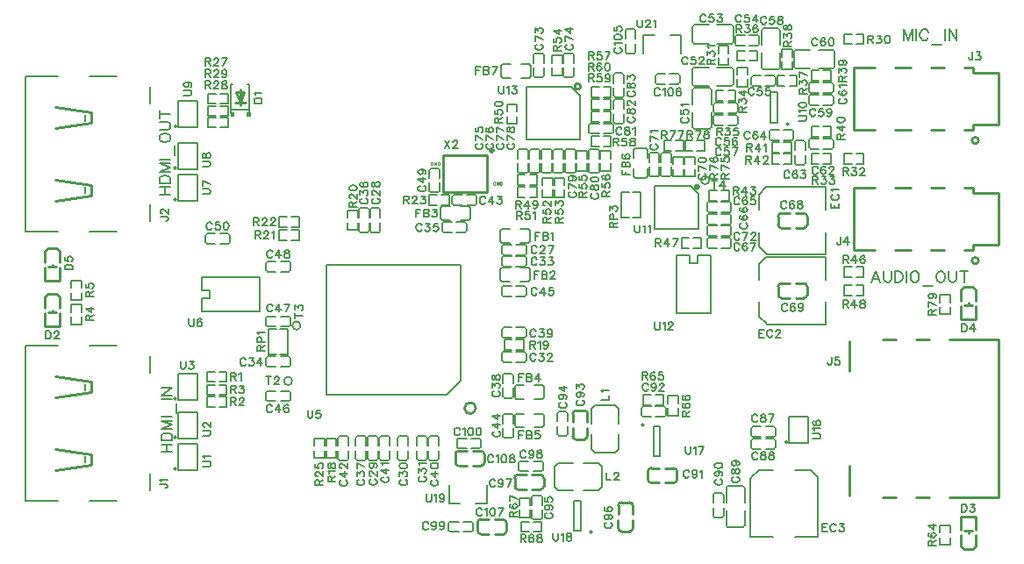
<source format=gto>
G04 Layer: TopSilkscreenLayer*
G04 EasyEDA Pro v1.8.39, 2022-11-10 11:17:13*
G04 Gerber Generator version 0.3*
G04 Scale: 100 percent, Rotated: No, Reflected: No*
G04 Dimensions in millimeters*
G04 Leading zeros omitted, absolute positions, 3 integers and 3 decimals*
%FSLAX33Y33*%
%MOMM*%
%ADD10C,0.127*%
%ADD11C,0.1*%
%ADD12C,0.20066*%
%ADD13C,0.254*%
%ADD14C,0.1524*%
%ADD15C,0.151994*%
%ADD16C,0.15*%
%ADD17C,0.0254*%
%ADD18C,0.3011*%
%ADD19C,0.299999*%
G75*


G04 Text Start*
G04 //text: HDMI_IN*
G54D10*
G01X11640Y10733D02*
G01X12725Y10733D01*
G01X11640Y11454D02*
G01X12725Y11454D01*
G01X12156Y10733D02*
G01X12156Y11454D01*
G01X11640Y11830D02*
G01X12725Y11830D01*
G01X11640Y11830D02*
G01X11640Y12191D01*
G01X11694Y12346D01*
G01X11795Y12450D01*
G01X11900Y12501D01*
G01X12054Y12551D01*
G01X12311D01*
G01X12466Y12501D01*
G01X12570Y12450D01*
G01X12674Y12346D01*
G01X12725Y12191D01*
G01Y11830D01*
G01X11640Y12927D02*
G01X12725Y12927D01*
G01X11640Y12927D02*
G01X12725Y13339D01*
G01X11640Y13753D02*
G01X12725Y13339D01*
G01X11640Y13753D02*
G01X12725Y13753D01*
G01X11640Y14126D02*
G01X12725Y14126D01*
G01X13086Y14502D02*
G01X13086Y15429D01*
G01X11640Y15805D02*
G01X12725Y15805D01*
G01X11640Y16178D02*
G01X12725Y16178D01*
G01X11640Y16178D02*
G01X12725Y16902D01*
G01X11640Y16902D02*
G01X12725Y16902D01*
G04 //text: HDMI_OUT*
G01X11471Y35578D02*
G01X12555Y35578D01*
G01X11471Y36299D02*
G01X12555Y36299D01*
G01X11986Y35578D02*
G01X11986Y36299D01*
G01X11471Y36675D02*
G01X12555Y36675D01*
G01X11471Y36675D02*
G01X11471Y37036D01*
G01X11524Y37191D01*
G01X11626Y37295D01*
G01X11730Y37346D01*
G01X11885Y37396D01*
G01X12141D01*
G01X12296Y37346D01*
G01X12400Y37295D01*
G01X12504Y37191D01*
G01X12555Y37036D01*
G01Y36675D01*
G01X11471Y37772D02*
G01X12555Y37772D01*
G01X11471Y37772D02*
G01X12555Y38184D01*
G01X11471Y38598D02*
G01X12555Y38184D01*
G01X11471Y38598D02*
G01X12555Y38598D01*
G01X11471Y38971D02*
G01X12555Y38971D01*
G01X12916Y39347D02*
G01X12916Y40274D01*
G01X11471Y40960D02*
G01X11524Y40856D01*
G01X11626Y40754D01*
G01X11730Y40701D01*
G01X11885Y40650D01*
G01X12141D01*
G01X12296Y40701D01*
G01X12400Y40754D01*
G01X12504Y40856D01*
G01X12555Y40960D01*
G01Y41166D01*
G01X12504Y41270D01*
G01X12400Y41372D01*
G01X12296Y41425D01*
G01X12141Y41476D01*
G01X11885D01*
G01X11730Y41425D01*
G01X11626Y41372D01*
G01X11524Y41270D01*
G01X11471Y41166D01*
G01Y40960D01*
G01X11471Y41849D02*
G01X12245Y41849D01*
G01X12400Y41902D01*
G01X12504Y42004D01*
G01X12555Y42159D01*
G01Y42263D01*
G01X12504Y42418D01*
G01X12400Y42520D01*
G01X12245Y42573D01*
G01X11471D01*
G01X11471Y43307D02*
G01X12555Y43307D01*
G01X11471Y42946D02*
G01X11471Y43670D01*
G04 //text: AUDIO_OUT*
G01X80589Y28179D02*
G01X80175Y27094D01*
G01X80589Y28179D02*
G01X81001Y27094D01*
G01X80330Y27455D02*
G01X80846Y27455D01*
G01X81377Y28179D02*
G01X81377Y27404D01*
G01X81427Y27249D01*
G01X81529Y27145D01*
G01X81684Y27094D01*
G01X81788D01*
G01X81943Y27145D01*
G01X82047Y27249D01*
G01X82098Y27404D01*
G01Y28179D01*
G01X82471Y28179D02*
G01X82471Y27094D01*
G01X82471Y28179D02*
G01X82834Y28179D01*
G01X82989Y28125D01*
G01X83091Y28024D01*
G01X83142Y27920D01*
G01X83195Y27765D01*
G01Y27508D01*
G01X83142Y27353D01*
G01X83091Y27249D01*
G01X82989Y27145D01*
G01X82834Y27094D01*
G01X82471D01*
G01X83569Y28179D02*
G01X83569Y27094D01*
G01X84254Y28179D02*
G01X84150Y28125D01*
G01X84046Y28024D01*
G01X83995Y27920D01*
G01X83944Y27765D01*
G01Y27508D01*
G01X83995Y27353D01*
G01X84046Y27249D01*
G01X84150Y27145D01*
G01X84254Y27094D01*
G01X84460D01*
G01X84564Y27145D01*
G01X84666Y27249D01*
G01X84717Y27353D01*
G01X84770Y27508D01*
G01Y27765D01*
G01X84717Y27920D01*
G01X84666Y28024D01*
G01X84564Y28125D01*
G01X84460Y28179D01*
G01X84254D01*
G01X85143Y26734D02*
G01X86073Y26734D01*
G01X86756Y28179D02*
G01X86655Y28125D01*
G01X86551Y28024D01*
G01X86500Y27920D01*
G01X86446Y27765D01*
G01Y27508D01*
G01X86500Y27353D01*
G01X86551Y27249D01*
G01X86655Y27145D01*
G01X86756Y27094D01*
G01X86965D01*
G01X87066Y27145D01*
G01X87170Y27249D01*
G01X87221Y27353D01*
G01X87272Y27508D01*
G01Y27765D01*
G01X87221Y27920D01*
G01X87170Y28024D01*
G01X87066Y28125D01*
G01X86965Y28179D01*
G01X86756D01*
G01X87648Y28179D02*
G01X87648Y27404D01*
G01X87699Y27249D01*
G01X87803Y27145D01*
G01X87958Y27094D01*
G01X88059D01*
G01X88214Y27145D01*
G01X88318Y27249D01*
G01X88369Y27404D01*
G01Y28179D01*
G01X89106Y28179D02*
G01X89106Y27094D01*
G01X88745Y28179D02*
G01X89466Y28179D01*
G04 //text: MIC_IN*
G01X83290Y51521D02*
G01X83290Y50437D01*
G01X83290Y51521D02*
G01X83704Y50437D01*
G01X84116Y51521D02*
G01X83704Y50437D01*
G01X84116Y51521D02*
G01X84116Y50437D01*
G01X84492Y51521D02*
G01X84492Y50437D01*
G01X85640Y51262D02*
G01X85587Y51366D01*
G01X85485Y51468D01*
G01X85381Y51521D01*
G01X85175D01*
G01X85071Y51468D01*
G01X84969Y51366D01*
G01X84916Y51262D01*
G01X84865Y51107D01*
G01Y50851D01*
G01X84916Y50696D01*
G01X84969Y50592D01*
G01X85071Y50488D01*
G01X85175Y50437D01*
G01X85381D01*
G01X85485Y50488D01*
G01X85587Y50592D01*
G01X85640Y50696D01*
G01X86013Y50076D02*
G01X86943Y50076D01*
G01X87316Y51521D02*
G01X87316Y50437D01*
G01X87692Y51521D02*
G01X87692Y50437D01*
G01X87692Y51521D02*
G01X88414Y50437D01*
G01X88414Y51521D02*
G01X88414Y50437D01*
G04 //text: J1*
G01X11493Y7602D02*
G01X12065Y7602D01*
G01X12172Y7566D01*
G01X12210Y7531D01*
G01X12245Y7457D01*
G01Y7386D01*
G01X12210Y7315D01*
G01X12172Y7279D01*
G01X12065Y7244D01*
G01X11994D01*
G01X11638Y7899D02*
G01X11600Y7970D01*
G01X11493Y8077D01*
G01X12245D01*
G04 //text: U1*
G01X15684Y9326D02*
G01X16220Y9326D01*
G01X16327Y9362D01*
G01X16401Y9433D01*
G01X16436Y9540D01*
G01Y9613D01*
G01X16401Y9720D01*
G01X16327Y9791D01*
G01X16220Y9827D01*
G01X15684D01*
G01X15829Y10124D02*
G01X15791Y10198D01*
G01X15684Y10304D01*
G01X16436D01*
G04 //text: U2*
G01X15684Y12298D02*
G01X16220Y12298D01*
G01X16327Y12334D01*
G01X16401Y12405D01*
G01X16436Y12512D01*
G01Y12585D01*
G01X16401Y12692D01*
G01X16327Y12763D01*
G01X16220Y12799D01*
G01X15684D01*
G01X15865Y13131D02*
G01X15829Y13131D01*
G01X15756Y13169D01*
G01X15720Y13205D01*
G01X15684Y13276D01*
G01Y13418D01*
G01X15720Y13489D01*
G01X15756Y13525D01*
G01X15829Y13561D01*
G01X15900D01*
G01X15971Y13525D01*
G01X16078Y13454D01*
G01X16436Y13096D01*
G01Y13596D01*
G04 //text: U3*
G01X13510Y19497D02*
G01X13510Y18961D01*
G01X13546Y18854D01*
G01X13617Y18780D01*
G01X13724Y18745D01*
G01X13797D01*
G01X13904Y18780D01*
G01X13975Y18854D01*
G01X14011Y18961D01*
G01Y19497D01*
G01X14381Y19497D02*
G01X14773Y19497D01*
G01X14559Y19209D01*
G01X14666D01*
G01X14737Y19174D01*
G01X14773Y19138D01*
G01X14808Y19032D01*
G01Y18961D01*
G01X14773Y18854D01*
G01X14701Y18780D01*
G01X14595Y18745D01*
G01X14488D01*
G01X14381Y18780D01*
G01X14343Y18818D01*
G01X14308Y18889D01*
G04 //text: R1*
G01X18362Y18354D02*
G01X18362Y17602D01*
G01X18362Y18354D02*
G01X18684Y18354D01*
G01X18791Y18318D01*
G01X18826Y18282D01*
G01X18862Y18209D01*
G01Y18138D01*
G01X18826Y18066D01*
G01X18791Y18031D01*
G01X18684Y17995D01*
G01X18362D01*
G01X18611Y17995D02*
G01X18862Y17602D01*
G01X19159Y18209D02*
G01X19233Y18247D01*
G01X19340Y18354D01*
G01Y17602D01*
G04 //text: R3*
G01X18362Y17134D02*
G01X18362Y16382D01*
G01X18362Y17134D02*
G01X18684Y17134D01*
G01X18791Y17099D01*
G01X18826Y17063D01*
G01X18862Y16990D01*
G01Y16918D01*
G01X18826Y16847D01*
G01X18791Y16812D01*
G01X18684Y16776D01*
G01X18362D01*
G01X18611Y16776D02*
G01X18862Y16382D01*
G01X19233Y17134D02*
G01X19624Y17134D01*
G01X19411Y16847D01*
G01X19517D01*
G01X19588Y16812D01*
G01X19624Y16776D01*
G01X19660Y16669D01*
G01Y16598D01*
G01X19624Y16492D01*
G01X19553Y16418D01*
G01X19446Y16382D01*
G01X19340D01*
G01X19233Y16418D01*
G01X19195Y16456D01*
G01X19159Y16527D01*
G04 //text: R2*
G01X18362Y15966D02*
G01X18362Y15214D01*
G01X18362Y15966D02*
G01X18684Y15966D01*
G01X18791Y15930D01*
G01X18826Y15895D01*
G01X18862Y15821D01*
G01Y15750D01*
G01X18826Y15679D01*
G01X18791Y15643D01*
G01X18684Y15608D01*
G01X18362D01*
G01X18611Y15608D02*
G01X18862Y15214D01*
G01X19195Y15786D02*
G01X19195Y15821D01*
G01X19233Y15895D01*
G01X19268Y15930D01*
G01X19340Y15966D01*
G01X19482D01*
G01X19553Y15930D01*
G01X19588Y15895D01*
G01X19624Y15821D01*
G01Y15750D01*
G01X19588Y15679D01*
G01X19517Y15572D01*
G01X19159Y15214D01*
G01X19660D01*
G04 //text: U5*
G01X25776Y14747D02*
G01X25776Y14211D01*
G01X25811Y14104D01*
G01X25883Y14030D01*
G01X25989Y13995D01*
G01X26063D01*
G01X26170Y14030D01*
G01X26241Y14104D01*
G01X26276Y14211D01*
G01Y14747D01*
G01X27003Y14747D02*
G01X26647Y14747D01*
G01X26609Y14424D01*
G01X26647Y14460D01*
G01X26754Y14495D01*
G01X26860D01*
G01X26967Y14460D01*
G01X27038Y14389D01*
G01X27074Y14282D01*
G01Y14211D01*
G01X27038Y14104D01*
G01X26967Y14030D01*
G01X26860Y13995D01*
G01X26754D01*
G01X26647Y14030D01*
G01X26609Y14069D01*
G01X26573Y14140D01*
G04 //text: R18*
G01X27724Y7871D02*
G01X28476Y7871D01*
G01X27724Y7871D02*
G01X27724Y8194D01*
G01X27760Y8300D01*
G01X27795Y8336D01*
G01X27869Y8371D01*
G01X27940D01*
G01X28011Y8336D01*
G01X28047Y8300D01*
G01X28082Y8194D01*
G01Y7871D01*
G01X28082Y8120D02*
G01X28476Y8371D01*
G01X27869Y8668D02*
G01X27831Y8742D01*
G01X27724Y8849D01*
G01X28476D01*
G01X27724Y9326D02*
G01X27760Y9217D01*
G01X27831Y9182D01*
G01X27904D01*
G01X27976Y9217D01*
G01X28011Y9288D01*
G01X28047Y9433D01*
G01X28082Y9540D01*
G01X28153Y9611D01*
G01X28224Y9646D01*
G01X28331D01*
G01X28402Y9611D01*
G01X28440Y9575D01*
G01X28476Y9469D01*
G01Y9326D01*
G01X28440Y9217D01*
G01X28402Y9182D01*
G01X28331Y9146D01*
G01X28224D01*
G01X28153Y9182D01*
G01X28082Y9253D01*
G01X28047Y9362D01*
G01X28011Y9504D01*
G01X27976Y9575D01*
G01X27904Y9611D01*
G01X27831D01*
G01X27760Y9575D01*
G01X27724Y9469D01*
G01Y9326D01*
G04 //text: R19*
G01X47241Y21427D02*
G01X47241Y20675D01*
G01X47241Y21427D02*
G01X47564Y21427D01*
G01X47671Y21391D01*
G01X47706Y21356D01*
G01X47742Y21282D01*
G01Y21211D01*
G01X47706Y21140D01*
G01X47671Y21104D01*
G01X47564Y21069D01*
G01X47241D01*
G01X47490Y21069D02*
G01X47742Y20675D01*
G01X48039Y21282D02*
G01X48113Y21320D01*
G01X48219Y21427D01*
G01Y20675D01*
G01X48981Y21175D02*
G01X48946Y21069D01*
G01X48875Y20998D01*
G01X48768Y20962D01*
G01X48732D01*
G01X48623Y20998D01*
G01X48552Y21069D01*
G01X48516Y21175D01*
G01Y21211D01*
G01X48552Y21320D01*
G01X48623Y21391D01*
G01X48732Y21427D01*
G01X48768D01*
G01X48875Y21391D01*
G01X48946Y21320D01*
G01X48981Y21175D01*
G01Y20998D01*
G01X48946Y20820D01*
G01X48875Y20711D01*
G01X48768Y20675D01*
G01X48697D01*
G01X48588Y20711D01*
G01X48552Y20784D01*
G04 //text: R20*
G01X29781Y34371D02*
G01X30533Y34371D01*
G01X29781Y34371D02*
G01X29781Y34693D01*
G01X29817Y34800D01*
G01X29853Y34836D01*
G01X29926Y34871D01*
G01X29997D01*
G01X30068Y34836D01*
G01X30104Y34800D01*
G01X30140Y34693D01*
G01Y34371D01*
G01X30140Y34620D02*
G01X30533Y34871D01*
G01X29962Y35204D02*
G01X29926Y35204D01*
G01X29853Y35242D01*
G01X29817Y35278D01*
G01X29781Y35349D01*
G01Y35491D01*
G01X29817Y35562D01*
G01X29853Y35598D01*
G01X29926Y35633D01*
G01X29997D01*
G01X30068Y35598D01*
G01X30175Y35526D01*
G01X30533Y35168D01*
G01Y35669D01*
G01X29781Y36182D02*
G01X29817Y36075D01*
G01X29926Y36004D01*
G01X30104Y35968D01*
G01X30211D01*
G01X30389Y36004D01*
G01X30498Y36075D01*
G01X30533Y36182D01*
G01Y36253D01*
G01X30498Y36360D01*
G01X30389Y36433D01*
G01X30211Y36469D01*
G01X30104D01*
G01X29926Y36433D01*
G01X29817Y36360D01*
G01X29781Y36253D01*
G01Y36182D01*
G04 //text: C27*
G01X47904Y30467D02*
G01X47869Y30540D01*
G01X47798Y30612D01*
G01X47727Y30647D01*
G01X47582D01*
G01X47511Y30612D01*
G01X47440Y30540D01*
G01X47404Y30467D01*
G01X47368Y30360D01*
G01Y30182D01*
G01X47404Y30076D01*
G01X47440Y30004D01*
G01X47511Y29931D01*
G01X47582Y29895D01*
G01X47727D01*
G01X47798Y29931D01*
G01X47869Y30004D01*
G01X47904Y30076D01*
G01X48240Y30467D02*
G01X48240Y30502D01*
G01X48275Y30576D01*
G01X48311Y30612D01*
G01X48382Y30647D01*
G01X48524D01*
G01X48595Y30612D01*
G01X48631Y30576D01*
G01X48666Y30502D01*
G01Y30431D01*
G01X48631Y30360D01*
G01X48560Y30253D01*
G01X48202Y29895D01*
G01X48702D01*
G01X49502Y30647D02*
G01X49144Y29895D01*
G01X49002Y30647D02*
G01X49502Y30647D01*
G04 //text: C28*
G01X32146Y35211D02*
G01X32073Y35176D01*
G01X32001Y35105D01*
G01X31966Y35034D01*
G01Y34889D01*
G01X32001Y34818D01*
G01X32073Y34747D01*
G01X32146Y34711D01*
G01X32253Y34676D01*
G01X32431D01*
G01X32537Y34711D01*
G01X32608Y34747D01*
G01X32682Y34818D01*
G01X32718Y34889D01*
G01Y35034D01*
G01X32682Y35105D01*
G01X32608Y35176D01*
G01X32537Y35211D01*
G01X32146Y35547D02*
G01X32111Y35547D01*
G01X32037Y35582D01*
G01X32001Y35618D01*
G01X31966Y35689D01*
G01Y35831D01*
G01X32001Y35902D01*
G01X32037Y35938D01*
G01X32111Y35973D01*
G01X32182D01*
G01X32253Y35938D01*
G01X32360Y35867D01*
G01X32718Y35509D01*
G01Y36009D01*
G01X31966Y36487D02*
G01X32001Y36380D01*
G01X32073Y36344D01*
G01X32146D01*
G01X32217Y36380D01*
G01X32253Y36451D01*
G01X32288Y36593D01*
G01X32324Y36702D01*
G01X32395Y36774D01*
G01X32466Y36809D01*
G01X32573D01*
G01X32644Y36774D01*
G01X32682Y36738D01*
G01X32718Y36629D01*
G01Y36487D01*
G01X32682Y36380D01*
G01X32644Y36344D01*
G01X32573Y36309D01*
G01X32466D01*
G01X32395Y36344D01*
G01X32324Y36415D01*
G01X32288Y36522D01*
G01X32253Y36664D01*
G01X32217Y36738D01*
G01X32146Y36774D01*
G01X32073D01*
G01X32001Y36738D01*
G01X31966Y36629D01*
G01Y36487D01*
G04 //text: C29*
G01X31892Y8084D02*
G01X31819Y8049D01*
G01X31747Y7978D01*
G01X31712Y7906D01*
G01Y7762D01*
G01X31747Y7691D01*
G01X31819Y7619D01*
G01X31892Y7584D01*
G01X31999Y7548D01*
G01X32177D01*
G01X32283Y7584D01*
G01X32354Y7619D01*
G01X32428Y7691D01*
G01X32464Y7762D01*
G01Y7906D01*
G01X32428Y7978D01*
G01X32354Y8049D01*
G01X32283Y8084D01*
G01X31892Y8420D02*
G01X31857Y8420D01*
G01X31783Y8455D01*
G01X31747Y8491D01*
G01X31712Y8562D01*
G01Y8704D01*
G01X31747Y8775D01*
G01X31783Y8811D01*
G01X31857Y8846D01*
G01X31928D01*
G01X31999Y8811D01*
G01X32106Y8740D01*
G01X32464Y8381D01*
G01Y8882D01*
G01X31963Y9646D02*
G01X32070Y9611D01*
G01X32141Y9537D01*
G01X32177Y9430D01*
G01Y9395D01*
G01X32141Y9288D01*
G01X32070Y9217D01*
G01X31963Y9182D01*
G01X31928D01*
G01X31819Y9217D01*
G01X31747Y9288D01*
G01X31712Y9395D01*
G01Y9430D01*
G01X31747Y9537D01*
G01X31819Y9611D01*
G01X31963Y9646D01*
G01X32141D01*
G01X32319Y9611D01*
G01X32428Y9537D01*
G01X32464Y9430D01*
G01Y9359D01*
G01X32428Y9253D01*
G01X32354Y9217D01*
G04 //text: C30*
G01X34813Y8049D02*
G01X34740Y8013D01*
G01X34668Y7942D01*
G01X34633Y7871D01*
G01Y7726D01*
G01X34668Y7655D01*
G01X34740Y7584D01*
G01X34813Y7548D01*
G01X34920Y7513D01*
G01X35098D01*
G01X35204Y7548D01*
G01X35275Y7584D01*
G01X35349Y7655D01*
G01X35385Y7726D01*
G01Y7871D01*
G01X35349Y7942D01*
G01X35275Y8013D01*
G01X35204Y8049D01*
G01X34633Y8420D02*
G01X34633Y8811D01*
G01X34920Y8597D01*
G01Y8704D01*
G01X34955Y8775D01*
G01X34991Y8811D01*
G01X35098Y8846D01*
G01X35169D01*
G01X35275Y8811D01*
G01X35349Y8740D01*
G01X35385Y8633D01*
G01Y8526D01*
G01X35349Y8420D01*
G01X35311Y8384D01*
G01X35240Y8346D01*
G01X34633Y9359D02*
G01X34668Y9253D01*
G01X34778Y9182D01*
G01X34955Y9146D01*
G01X35062D01*
G01X35240Y9182D01*
G01X35349Y9253D01*
G01X35385Y9359D01*
G01Y9430D01*
G01X35349Y9540D01*
G01X35240Y9611D01*
G01X35062Y9646D01*
G01X34955D01*
G01X34778Y9611D01*
G01X34668Y9540D01*
G01X34633Y9430D01*
G01Y9359D01*
G04 //text: C31*
G01X36642Y8371D02*
G01X36568Y8336D01*
G01X36497Y8265D01*
G01X36462Y8194D01*
G01Y8049D01*
G01X36497Y7978D01*
G01X36568Y7906D01*
G01X36642Y7871D01*
G01X36749Y7835D01*
G01X36926D01*
G01X37033Y7871D01*
G01X37104Y7906D01*
G01X37178Y7978D01*
G01X37213Y8049D01*
G01Y8194D01*
G01X37178Y8265D01*
G01X37104Y8336D01*
G01X37033Y8371D01*
G01X36462Y8742D02*
G01X36462Y9133D01*
G01X36749Y8920D01*
G01Y9027D01*
G01X36784Y9098D01*
G01X36820Y9133D01*
G01X36926Y9169D01*
G01X36998D01*
G01X37104Y9133D01*
G01X37178Y9062D01*
G01X37213Y8956D01*
G01Y8849D01*
G01X37178Y8742D01*
G01X37140Y8707D01*
G01X37069Y8668D01*
G01X36606Y9469D02*
G01X36568Y9540D01*
G01X36462Y9646D01*
G01X37213D01*
G04 //text: C32*
G01X47803Y20078D02*
G01X47767Y20152D01*
G01X47696Y20223D01*
G01X47625Y20259D01*
G01X47480D01*
G01X47409Y20223D01*
G01X47338Y20152D01*
G01X47302Y20078D01*
G01X47267Y19971D01*
G01Y19794D01*
G01X47302Y19687D01*
G01X47338Y19616D01*
G01X47409Y19542D01*
G01X47480Y19507D01*
G01X47625D01*
G01X47696Y19542D01*
G01X47767Y19616D01*
G01X47803Y19687D01*
G01X48174Y20259D02*
G01X48565Y20259D01*
G01X48351Y19971D01*
G01X48458D01*
G01X48529Y19936D01*
G01X48565Y19900D01*
G01X48600Y19794D01*
G01Y19723D01*
G01X48565Y19616D01*
G01X48494Y19542D01*
G01X48387Y19507D01*
G01X48280D01*
G01X48174Y19542D01*
G01X48138Y19580D01*
G01X48100Y19651D01*
G01X48936Y20078D02*
G01X48936Y20114D01*
G01X48971Y20187D01*
G01X49007Y20223D01*
G01X49078Y20259D01*
G01X49220D01*
G01X49294Y20223D01*
G01X49329Y20187D01*
G01X49365Y20114D01*
G01Y20043D01*
G01X49329Y19971D01*
G01X49256Y19865D01*
G01X48900Y19507D01*
G01X49400D01*
G04 //text: C33*
G01X47904Y29324D02*
G01X47869Y29397D01*
G01X47798Y29469D01*
G01X47727Y29504D01*
G01X47582D01*
G01X47511Y29469D01*
G01X47440Y29397D01*
G01X47404Y29324D01*
G01X47368Y29217D01*
G01Y29039D01*
G01X47404Y28933D01*
G01X47440Y28861D01*
G01X47511Y28788D01*
G01X47582Y28752D01*
G01X47727D01*
G01X47798Y28788D01*
G01X47869Y28861D01*
G01X47904Y28933D01*
G01X48275Y29504D02*
G01X48666Y29504D01*
G01X48453Y29217D01*
G01X48560D01*
G01X48631Y29182D01*
G01X48666Y29146D01*
G01X48702Y29039D01*
G01Y28968D01*
G01X48666Y28861D01*
G01X48595Y28788D01*
G01X48489Y28752D01*
G01X48382D01*
G01X48275Y28788D01*
G01X48240Y28826D01*
G01X48202Y28897D01*
G01X49073Y29504D02*
G01X49466Y29504D01*
G01X49251Y29217D01*
G01X49357D01*
G01X49431Y29182D01*
G01X49466Y29146D01*
G01X49502Y29039D01*
G01Y28968D01*
G01X49466Y28861D01*
G01X49395Y28788D01*
G01X49286Y28752D01*
G01X49179D01*
G01X49073Y28788D01*
G01X49037Y28826D01*
G01X49002Y28897D01*
G04 //text: C34*
G01X19812Y19621D02*
G01X19776Y19695D01*
G01X19705Y19766D01*
G01X19634Y19801D01*
G01X19489D01*
G01X19418Y19766D01*
G01X19347Y19695D01*
G01X19312Y19621D01*
G01X19276Y19514D01*
G01Y19336D01*
G01X19312Y19230D01*
G01X19347Y19159D01*
G01X19418Y19085D01*
G01X19489Y19049D01*
G01X19634D01*
G01X19705Y19085D01*
G01X19776Y19159D01*
G01X19812Y19230D01*
G01X20183Y19801D02*
G01X20574Y19801D01*
G01X20361Y19514D01*
G01X20467D01*
G01X20538Y19479D01*
G01X20574Y19443D01*
G01X20610Y19336D01*
G01Y19265D01*
G01X20574Y19159D01*
G01X20503Y19085D01*
G01X20396Y19049D01*
G01X20289D01*
G01X20183Y19085D01*
G01X20147Y19123D01*
G01X20109Y19194D01*
G01X21265Y19801D02*
G01X20909Y19301D01*
G01X21445D01*
G01X21265Y19801D02*
G01X21265Y19049D01*
G04 //text: C35*
G01X36805Y32600D02*
G01X36769Y32674D01*
G01X36698Y32745D01*
G01X36627Y32781D01*
G01X36482D01*
G01X36411Y32745D01*
G01X36340Y32674D01*
G01X36304Y32600D01*
G01X36269Y32494D01*
G01Y32316D01*
G01X36304Y32209D01*
G01X36340Y32138D01*
G01X36411Y32064D01*
G01X36482Y32029D01*
G01X36627D01*
G01X36698Y32064D01*
G01X36769Y32138D01*
G01X36805Y32209D01*
G01X37175Y32781D02*
G01X37567Y32781D01*
G01X37353Y32494D01*
G01X37460D01*
G01X37531Y32458D01*
G01X37567Y32423D01*
G01X37602Y32316D01*
G01Y32245D01*
G01X37567Y32138D01*
G01X37495Y32064D01*
G01X37389Y32029D01*
G01X37282D01*
G01X37175Y32064D01*
G01X37140Y32103D01*
G01X37102Y32174D01*
G01X38331Y32781D02*
G01X37973Y32781D01*
G01X37937Y32458D01*
G01X37973Y32494D01*
G01X38080Y32529D01*
G01X38186D01*
G01X38296Y32494D01*
G01X38367Y32423D01*
G01X38402Y32316D01*
G01Y32245D01*
G01X38367Y32138D01*
G01X38296Y32064D01*
G01X38186Y32029D01*
G01X38080D01*
G01X37973Y32064D01*
G01X37937Y32103D01*
G01X37902Y32174D01*
G04 //text: C36*
G01X31029Y35211D02*
G01X30955Y35176D01*
G01X30884Y35105D01*
G01X30848Y35034D01*
G01Y34889D01*
G01X30884Y34818D01*
G01X30955Y34747D01*
G01X31029Y34711D01*
G01X31135Y34676D01*
G01X31313D01*
G01X31420Y34711D01*
G01X31491Y34747D01*
G01X31565Y34818D01*
G01X31600Y34889D01*
G01Y35034D01*
G01X31565Y35105D01*
G01X31491Y35176D01*
G01X31420Y35211D01*
G01X30848Y35582D02*
G01X30848Y35973D01*
G01X31135Y35760D01*
G01Y35867D01*
G01X31171Y35938D01*
G01X31206Y35973D01*
G01X31313Y36009D01*
G01X31384D01*
G01X31491Y35973D01*
G01X31565Y35902D01*
G01X31600Y35796D01*
G01Y35689D01*
G01X31565Y35582D01*
G01X31526Y35547D01*
G01X31455Y35509D01*
G01X30955Y36738D02*
G01X30884Y36702D01*
G01X30848Y36593D01*
G01Y36522D01*
G01X30884Y36415D01*
G01X30993Y36344D01*
G01X31171Y36309D01*
G01X31349D01*
G01X31491Y36344D01*
G01X31565Y36415D01*
G01X31600Y36522D01*
G01Y36558D01*
G01X31565Y36664D01*
G01X31491Y36738D01*
G01X31384Y36774D01*
G01X31349D01*
G01X31242Y36738D01*
G01X31171Y36664D01*
G01X31135Y36558D01*
G01Y36522D01*
G01X31171Y36415D01*
G01X31242Y36344D01*
G01X31349Y36309D01*
G04 //text: C37*
G01X30698Y8049D02*
G01X30625Y8013D01*
G01X30554Y7942D01*
G01X30518Y7871D01*
G01Y7726D01*
G01X30554Y7655D01*
G01X30625Y7584D01*
G01X30698Y7548D01*
G01X30805Y7513D01*
G01X30983D01*
G01X31090Y7548D01*
G01X31161Y7584D01*
G01X31234Y7655D01*
G01X31270Y7726D01*
G01Y7871D01*
G01X31234Y7942D01*
G01X31161Y8013D01*
G01X31090Y8049D01*
G01X30518Y8420D02*
G01X30518Y8811D01*
G01X30805Y8597D01*
G01Y8704D01*
G01X30841Y8775D01*
G01X30876Y8811D01*
G01X30983Y8846D01*
G01X31054D01*
G01X31161Y8811D01*
G01X31234Y8740D01*
G01X31270Y8633D01*
G01Y8526D01*
G01X31234Y8420D01*
G01X31196Y8384D01*
G01X31125Y8346D01*
G01X30518Y9646D02*
G01X31270Y9288D01*
G01X30518Y9146D02*
G01X30518Y9646D01*
G04 //text: C38*
G01X43779Y16593D02*
G01X43706Y16558D01*
G01X43635Y16487D01*
G01X43599Y16415D01*
G01Y16271D01*
G01X43635Y16200D01*
G01X43706Y16128D01*
G01X43779Y16093D01*
G01X43886Y16057D01*
G01X44064D01*
G01X44171Y16093D01*
G01X44242Y16128D01*
G01X44315Y16200D01*
G01X44351Y16271D01*
G01Y16415D01*
G01X44315Y16487D01*
G01X44242Y16558D01*
G01X44171Y16593D01*
G01X43599Y16964D02*
G01X43599Y17355D01*
G01X43886Y17142D01*
G01Y17249D01*
G01X43922Y17320D01*
G01X43957Y17355D01*
G01X44064Y17391D01*
G01X44135D01*
G01X44242Y17355D01*
G01X44315Y17284D01*
G01X44351Y17177D01*
G01Y17071D01*
G01X44315Y16964D01*
G01X44277Y16929D01*
G01X44206Y16890D01*
G01X43599Y17868D02*
G01X43635Y17762D01*
G01X43706Y17726D01*
G01X43779D01*
G01X43851Y17762D01*
G01X43886Y17833D01*
G01X43922Y17975D01*
G01X43957Y18084D01*
G01X44028Y18155D01*
G01X44099Y18191D01*
G01X44206D01*
G01X44277Y18155D01*
G01X44315Y18120D01*
G01X44351Y18011D01*
G01Y17868D01*
G01X44315Y17762D01*
G01X44277Y17726D01*
G01X44206Y17691D01*
G01X44099D01*
G01X44028Y17726D01*
G01X43957Y17797D01*
G01X43922Y17904D01*
G01X43886Y18046D01*
G01X43851Y18120D01*
G01X43779Y18155D01*
G01X43706D01*
G01X43635Y18120D01*
G01X43599Y18011D01*
G01Y17868D01*
G04 //text: C39*
G01X47803Y22390D02*
G01X47767Y22463D01*
G01X47696Y22534D01*
G01X47625Y22570D01*
G01X47480D01*
G01X47409Y22534D01*
G01X47338Y22463D01*
G01X47302Y22390D01*
G01X47267Y22283D01*
G01Y22105D01*
G01X47302Y21998D01*
G01X47338Y21927D01*
G01X47409Y21854D01*
G01X47480Y21818D01*
G01X47625D01*
G01X47696Y21854D01*
G01X47767Y21927D01*
G01X47803Y21998D01*
G01X48174Y22570D02*
G01X48565Y22570D01*
G01X48351Y22283D01*
G01X48458D01*
G01X48529Y22247D01*
G01X48565Y22212D01*
G01X48600Y22105D01*
G01Y22034D01*
G01X48565Y21927D01*
G01X48494Y21854D01*
G01X48387Y21818D01*
G01X48280D01*
G01X48174Y21854D01*
G01X48138Y21892D01*
G01X48100Y21963D01*
G01X49365Y22318D02*
G01X49329Y22212D01*
G01X49256Y22141D01*
G01X49149Y22105D01*
G01X49113D01*
G01X49007Y22141D01*
G01X48936Y22212D01*
G01X48900Y22318D01*
G01Y22354D01*
G01X48936Y22463D01*
G01X49007Y22534D01*
G01X49113Y22570D01*
G01X49149D01*
G01X49256Y22534D01*
G01X49329Y22463D01*
G01X49365Y22318D01*
G01Y22141D01*
G01X49329Y21963D01*
G01X49256Y21854D01*
G01X49149Y21818D01*
G01X49078D01*
G01X48971Y21854D01*
G01X48936Y21927D01*
G04 //text: C40*
G01X37810Y8013D02*
G01X37737Y7978D01*
G01X37666Y7906D01*
G01X37630Y7835D01*
G01Y7691D01*
G01X37666Y7619D01*
G01X37737Y7548D01*
G01X37810Y7513D01*
G01X37917Y7477D01*
G01X38095D01*
G01X38202Y7513D01*
G01X38273Y7548D01*
G01X38346Y7619D01*
G01X38382Y7691D01*
G01Y7835D01*
G01X38346Y7906D01*
G01X38273Y7978D01*
G01X38202Y8013D01*
G01X37630Y8668D02*
G01X38130Y8310D01*
G01Y8846D01*
G01X37630Y8668D02*
G01X38382Y8668D01*
G01X37630Y9359D02*
G01X37666Y9253D01*
G01X37775Y9182D01*
G01X37953Y9146D01*
G01X38059D01*
G01X38237Y9182D01*
G01X38346Y9253D01*
G01X38382Y9359D01*
G01Y9430D01*
G01X38346Y9540D01*
G01X38237Y9611D01*
G01X38059Y9646D01*
G01X37953D01*
G01X37775Y9611D01*
G01X37666Y9540D01*
G01X37630Y9430D01*
G01Y9359D01*
G04 //text: C41*
G01X33061Y8336D02*
G01X32987Y8300D01*
G01X32916Y8229D01*
G01X32880Y8158D01*
G01Y8013D01*
G01X32916Y7942D01*
G01X32987Y7871D01*
G01X33061Y7835D01*
G01X33167Y7800D01*
G01X33345D01*
G01X33452Y7835D01*
G01X33523Y7871D01*
G01X33597Y7942D01*
G01X33632Y8013D01*
G01Y8158D01*
G01X33597Y8229D01*
G01X33523Y8300D01*
G01X33452Y8336D01*
G01X32880Y8991D02*
G01X33381Y8633D01*
G01Y9169D01*
G01X32880Y8991D02*
G01X33632Y8991D01*
G01X33025Y9469D02*
G01X32987Y9540D01*
G01X32880Y9646D01*
G01X33632D01*
G04 //text: C42*
G01X29047Y8013D02*
G01X28974Y7978D01*
G01X28903Y7906D01*
G01X28867Y7835D01*
G01Y7691D01*
G01X28903Y7619D01*
G01X28974Y7548D01*
G01X29047Y7513D01*
G01X29154Y7477D01*
G01X29332D01*
G01X29439Y7513D01*
G01X29510Y7548D01*
G01X29583Y7619D01*
G01X29619Y7691D01*
G01Y7835D01*
G01X29583Y7906D01*
G01X29510Y7978D01*
G01X29439Y8013D01*
G01X28867Y8668D02*
G01X29367Y8310D01*
G01Y8846D01*
G01X28867Y8668D02*
G01X29619Y8668D01*
G01X29047Y9182D02*
G01X29012Y9182D01*
G01X28938Y9217D01*
G01X28903Y9253D01*
G01X28867Y9324D01*
G01Y9466D01*
G01X28903Y9540D01*
G01X28938Y9575D01*
G01X29012Y9611D01*
G01X29083D01*
G01X29154Y9575D01*
G01X29261Y9504D01*
G01X29619Y9146D01*
G01Y9646D01*
G04 //text: FB1*
G01X47724Y31943D02*
G01X47724Y31191D01*
G01X47724Y31943D02*
G01X48189Y31943D01*
G01X47724Y31584D02*
G01X48011Y31584D01*
G01X48486Y31943D02*
G01X48486Y31191D01*
G01X48486Y31943D02*
G01X48809Y31943D01*
G01X48915Y31907D01*
G01X48951Y31871D01*
G01X48986Y31798D01*
G01Y31727D01*
G01X48951Y31655D01*
G01X48915Y31620D01*
G01X48809Y31584D01*
G01X48486Y31584D02*
G01X48809Y31584D01*
G01X48915Y31549D01*
G01X48951Y31513D01*
G01X48986Y31442D01*
G01Y31335D01*
G01X48951Y31264D01*
G01X48915Y31226D01*
G01X48809Y31191D01*
G01X48486D01*
G01X49286Y31798D02*
G01X49357Y31836D01*
G01X49464Y31943D01*
G01Y31191D01*
G04 //text: FB2*
G01X47622Y28183D02*
G01X47622Y27431D01*
G01X47622Y28183D02*
G01X48087Y28183D01*
G01X47622Y27825D02*
G01X47909Y27825D01*
G01X48384Y28183D02*
G01X48384Y27431D01*
G01X48384Y28183D02*
G01X48707Y28183D01*
G01X48814Y28148D01*
G01X48849Y28112D01*
G01X48885Y28039D01*
G01Y27967D01*
G01X48849Y27896D01*
G01X48814Y27861D01*
G01X48707Y27825D01*
G01X48384Y27825D02*
G01X48707Y27825D01*
G01X48814Y27790D01*
G01X48849Y27754D01*
G01X48885Y27683D01*
G01Y27576D01*
G01X48849Y27505D01*
G01X48814Y27467D01*
G01X48707Y27431D01*
G01X48384D01*
G01X49220Y28003D02*
G01X49220Y28039D01*
G01X49256Y28112D01*
G01X49291Y28148D01*
G01X49362Y28183D01*
G01X49505D01*
G01X49576Y28148D01*
G01X49611Y28112D01*
G01X49649Y28039D01*
G01Y27967D01*
G01X49611Y27896D01*
G01X49540Y27790D01*
G01X49185Y27431D01*
G01X49685D01*
G04 //text: FB3*
G01X36218Y34152D02*
G01X36218Y33400D01*
G01X36218Y34152D02*
G01X36683Y34152D01*
G01X36218Y33794D02*
G01X36505Y33794D01*
G01X36980Y34152D02*
G01X36980Y33400D01*
G01X36980Y34152D02*
G01X37302Y34152D01*
G01X37409Y34117D01*
G01X37445Y34081D01*
G01X37480Y34008D01*
G01Y33936D01*
G01X37445Y33865D01*
G01X37409Y33830D01*
G01X37302Y33794D01*
G01X36980Y33794D02*
G01X37302Y33794D01*
G01X37409Y33759D01*
G01X37445Y33723D01*
G01X37480Y33652D01*
G01Y33545D01*
G01X37445Y33474D01*
G01X37409Y33436D01*
G01X37302Y33400D01*
G01X36980D01*
G01X37851Y34152D02*
G01X38245Y34152D01*
G01X38029Y33865D01*
G01X38136D01*
G01X38207Y33830D01*
G01X38245Y33794D01*
G01X38280Y33687D01*
G01Y33616D01*
G01X38245Y33510D01*
G01X38171Y33436D01*
G01X38064Y33400D01*
G01X37958D01*
G01X37851Y33436D01*
G01X37815Y33474D01*
G01X37780Y33545D01*
G04 //text: FB4*
G01X46149Y18277D02*
G01X46149Y17525D01*
G01X46149Y18277D02*
G01X46614Y18277D01*
G01X46149Y17919D02*
G01X46436Y17919D01*
G01X46911Y18277D02*
G01X46911Y17525D01*
G01X46911Y18277D02*
G01X47234Y18277D01*
G01X47340Y18242D01*
G01X47376Y18206D01*
G01X47412Y18133D01*
G01Y18061D01*
G01X47376Y17990D01*
G01X47340Y17955D01*
G01X47234Y17919D01*
G01X46911Y17919D02*
G01X47234Y17919D01*
G01X47340Y17884D01*
G01X47376Y17848D01*
G01X47412Y17777D01*
G01Y17670D01*
G01X47376Y17599D01*
G01X47340Y17561D01*
G01X47234Y17525D01*
G01X46911D01*
G01X48067Y18277D02*
G01X47711Y17777D01*
G01X48247D01*
G01X48067Y18277D02*
G01X48067Y17525D01*
G04 //text: FB5*
G01X46149Y12740D02*
G01X46149Y11988D01*
G01X46149Y12740D02*
G01X46614Y12740D01*
G01X46149Y12382D02*
G01X46436Y12382D01*
G01X46911Y12740D02*
G01X46911Y11988D01*
G01X46911Y12740D02*
G01X47234Y12740D01*
G01X47340Y12705D01*
G01X47376Y12669D01*
G01X47412Y12595D01*
G01Y12524D01*
G01X47376Y12453D01*
G01X47340Y12418D01*
G01X47234Y12382D01*
G01X46911Y12382D02*
G01X47234Y12382D01*
G01X47340Y12346D01*
G01X47376Y12311D01*
G01X47412Y12240D01*
G01Y12133D01*
G01X47376Y12062D01*
G01X47340Y12024D01*
G01X47234Y11988D01*
G01X46911D01*
G01X48138Y12740D02*
G01X47782Y12740D01*
G01X47747Y12418D01*
G01X47782Y12453D01*
G01X47889Y12489D01*
G01X47996D01*
G01X48102Y12453D01*
G01X48176Y12382D01*
G01X48212Y12275D01*
G01Y12204D01*
G01X48176Y12097D01*
G01X48102Y12024D01*
G01X47996Y11988D01*
G01X47889D01*
G01X47782Y12024D01*
G01X47747Y12062D01*
G01X47711Y12133D01*
G04 //text: C43*
G01X42926Y35217D02*
G01X42890Y35290D01*
G01X42819Y35361D01*
G01X42748Y35397D01*
G01X42603D01*
G01X42532Y35361D01*
G01X42461Y35290D01*
G01X42426Y35217D01*
G01X42390Y35110D01*
G01Y34932D01*
G01X42426Y34825D01*
G01X42461Y34754D01*
G01X42532Y34681D01*
G01X42603Y34645D01*
G01X42748D01*
G01X42819Y34681D01*
G01X42890Y34754D01*
G01X42926Y34825D01*
G01X43581Y35397D02*
G01X43223Y34897D01*
G01X43759D01*
G01X43581Y35397D02*
G01X43581Y34645D01*
G01X44130Y35397D02*
G01X44524Y35397D01*
G01X44308Y35110D01*
G01X44417D01*
G01X44488Y35074D01*
G01X44524Y35039D01*
G01X44559Y34932D01*
G01Y34861D01*
G01X44524Y34754D01*
G01X44452Y34681D01*
G01X44343Y34645D01*
G01X44237D01*
G01X44130Y34681D01*
G01X44094Y34719D01*
G01X44059Y34790D01*
G04 //text: C44*
G01X43805Y12732D02*
G01X43731Y12697D01*
G01X43660Y12626D01*
G01X43624Y12555D01*
G01Y12410D01*
G01X43660Y12339D01*
G01X43731Y12268D01*
G01X43805Y12232D01*
G01X43911Y12197D01*
G01X44089D01*
G01X44196Y12232D01*
G01X44267Y12268D01*
G01X44341Y12339D01*
G01X44376Y12410D01*
G01Y12555D01*
G01X44341Y12626D01*
G01X44267Y12697D01*
G01X44196Y12732D01*
G01X43624Y13388D02*
G01X44125Y13030D01*
G01Y13566D01*
G01X43624Y13388D02*
G01X44376Y13388D01*
G01X43624Y14223D02*
G01X44125Y13865D01*
G01Y14401D01*
G01X43624Y14223D02*
G01X44376Y14223D01*
G04 //text: C45*
G01X47904Y26428D02*
G01X47869Y26502D01*
G01X47798Y26573D01*
G01X47727Y26609D01*
G01X47582D01*
G01X47511Y26573D01*
G01X47440Y26502D01*
G01X47404Y26428D01*
G01X47368Y26321D01*
G01Y26144D01*
G01X47404Y26037D01*
G01X47440Y25966D01*
G01X47511Y25892D01*
G01X47582Y25857D01*
G01X47727D01*
G01X47798Y25892D01*
G01X47869Y25966D01*
G01X47904Y26037D01*
G01X48560Y26609D02*
G01X48202Y26108D01*
G01X48737D01*
G01X48560Y26609D02*
G01X48560Y25857D01*
G01X49466Y26609D02*
G01X49108Y26609D01*
G01X49073Y26286D01*
G01X49108Y26321D01*
G01X49215Y26357D01*
G01X49322D01*
G01X49431Y26321D01*
G01X49502Y26250D01*
G01X49538Y26144D01*
G01Y26073D01*
G01X49502Y25966D01*
G01X49431Y25892D01*
G01X49322Y25857D01*
G01X49215D01*
G01X49108Y25892D01*
G01X49073Y25930D01*
G01X49037Y26001D01*
G04 //text: C46*
G01X22352Y15125D02*
G01X22316Y15199D01*
G01X22245Y15270D01*
G01X22174Y15306D01*
G01X22029D01*
G01X21958Y15270D01*
G01X21887Y15199D01*
G01X21852Y15125D01*
G01X21816Y15018D01*
G01Y14841D01*
G01X21852Y14734D01*
G01X21887Y14663D01*
G01X21958Y14589D01*
G01X22029Y14554D01*
G01X22174D01*
G01X22245Y14589D01*
G01X22316Y14663D01*
G01X22352Y14734D01*
G01X23007Y15306D02*
G01X22649Y14805D01*
G01X23185D01*
G01X23007Y15306D02*
G01X23007Y14554D01*
G01X23914Y15199D02*
G01X23878Y15270D01*
G01X23769Y15306D01*
G01X23698D01*
G01X23591Y15270D01*
G01X23520Y15161D01*
G01X23485Y14983D01*
G01Y14805D01*
G01X23520Y14663D01*
G01X23591Y14589D01*
G01X23698Y14554D01*
G01X23734D01*
G01X23843Y14589D01*
G01X23914Y14663D01*
G01X23950Y14770D01*
G01Y14805D01*
G01X23914Y14912D01*
G01X23843Y14983D01*
G01X23734Y15018D01*
G01X23698D01*
G01X23591Y14983D01*
G01X23520Y14912D01*
G01X23485Y14805D01*
G04 //text: C47*
G01X22403Y24828D02*
G01X22367Y24902D01*
G01X22296Y24973D01*
G01X22225Y25008D01*
G01X22080D01*
G01X22009Y24973D01*
G01X21938Y24902D01*
G01X21902Y24828D01*
G01X21867Y24721D01*
G01Y24543D01*
G01X21902Y24437D01*
G01X21938Y24366D01*
G01X22009Y24292D01*
G01X22080Y24256D01*
G01X22225D01*
G01X22296Y24292D01*
G01X22367Y24366D01*
G01X22403Y24437D01*
G01X23058Y25008D02*
G01X22700Y24508D01*
G01X23236D01*
G01X23058Y25008D02*
G01X23058Y24256D01*
G01X24036Y25008D02*
G01X23678Y24256D01*
G01X23536Y25008D02*
G01X24036Y25008D01*
G04 //text: C48*
G01X22403Y30035D02*
G01X22367Y30109D01*
G01X22296Y30180D01*
G01X22225Y30215D01*
G01X22080D01*
G01X22009Y30180D01*
G01X21938Y30109D01*
G01X21902Y30035D01*
G01X21867Y29928D01*
G01Y29750D01*
G01X21902Y29644D01*
G01X21938Y29573D01*
G01X22009Y29499D01*
G01X22080Y29463D01*
G01X22225D01*
G01X22296Y29499D01*
G01X22367Y29573D01*
G01X22403Y29644D01*
G01X23058Y30215D02*
G01X22700Y29715D01*
G01X23236D01*
G01X23058Y30215D02*
G01X23058Y29463D01*
G01X23713Y30215D02*
G01X23607Y30180D01*
G01X23571Y30109D01*
G01Y30035D01*
G01X23607Y29964D01*
G01X23678Y29928D01*
G01X23820Y29893D01*
G01X23929Y29857D01*
G01X24000Y29786D01*
G01X24036Y29715D01*
G01Y29608D01*
G01X24000Y29537D01*
G01X23965Y29499D01*
G01X23856Y29463D01*
G01X23713D01*
G01X23607Y29499D01*
G01X23571Y29537D01*
G01X23536Y29608D01*
G01Y29715D01*
G01X23571Y29786D01*
G01X23642Y29857D01*
G01X23749Y29893D01*
G01X23894Y29928D01*
G01X23965Y29964D01*
G01X24000Y30035D01*
G01Y30109D01*
G01X23965Y30180D01*
G01X23856Y30215D01*
G01X23713D01*
G04 //text: GND*
G54D11*
G01X44316Y36587D02*
G01X44329Y36562D01*
G01X44354Y36537D01*
G01X44380Y36526D01*
G01X44431D01*
G01X44456Y36537D01*
G01X44479Y36562D01*
G01X44491Y36587D01*
G01X44504Y36625D01*
G01Y36686D01*
G01X44491Y36724D01*
G01X44479Y36750D01*
G01X44456Y36775D01*
G01X44431Y36788D01*
G01X44380D01*
G01X44354Y36775D01*
G01X44329Y36750D01*
G01X44316Y36724D01*
G01Y36686D01*
G01X44380Y36686D02*
G01X44316Y36686D01*
G01X44159Y36526D02*
G01X44159Y36788D01*
G01X44159Y36526D02*
G01X43983Y36788D01*
G01X43983Y36526D02*
G01X43983Y36788D01*
G01X43823Y36526D02*
G01X43823Y36788D01*
G01X43823Y36526D02*
G01X43735Y36526D01*
G01X43696Y36537D01*
G01X43674Y36562D01*
G01X43661Y36587D01*
G01X43648Y36625D01*
G01Y36686D01*
G01X43661Y36724D01*
G01X43674Y36750D01*
G01X43696Y36775D01*
G01X43735Y36788D01*
G01X43823D01*
G04 //text: GND*
G01X38316Y38487D02*
G01X38329Y38462D01*
G01X38354Y38436D01*
G01X38380Y38426D01*
G01X38431D01*
G01X38456Y38436D01*
G01X38479Y38462D01*
G01X38491Y38487D01*
G01X38504Y38525D01*
G01Y38586D01*
G01X38491Y38624D01*
G01X38479Y38650D01*
G01X38456Y38675D01*
G01X38431Y38688D01*
G01X38380D01*
G01X38354Y38675D01*
G01X38329Y38650D01*
G01X38316Y38624D01*
G01Y38586D01*
G01X38380Y38586D02*
G01X38316Y38586D01*
G01X38159Y38426D02*
G01X38159Y38688D01*
G01X38159Y38426D02*
G01X37983Y38688D01*
G01X37983Y38426D02*
G01X37983Y38688D01*
G01X37823Y38426D02*
G01X37823Y38688D01*
G01X37823Y38426D02*
G01X37735Y38426D01*
G01X37696Y38436D01*
G01X37674Y38462D01*
G01X37661Y38487D01*
G01X37648Y38525D01*
G01Y38586D01*
G01X37661Y38624D01*
G01X37674Y38650D01*
G01X37696Y38675D01*
G01X37735Y38688D01*
G01X37823D01*
G04 //text: X2*
G54D10*
G01X38986Y40807D02*
G01X39487Y40055D01*
G01X39487Y40807D02*
G01X38986Y40055D01*
G01X39820Y40627D02*
G01X39820Y40662D01*
G01X39858Y40736D01*
G01X39893Y40772D01*
G01X39964Y40807D01*
G01X40107D01*
G01X40178Y40772D01*
G01X40213Y40736D01*
G01X40249Y40662D01*
G01Y40591D01*
G01X40213Y40520D01*
G01X40142Y40413D01*
G01X39784Y40055D01*
G01X40284D01*
G04 //text: C49*
G01X36617Y36405D02*
G01X36543Y36370D01*
G01X36472Y36299D01*
G01X36436Y36227D01*
G01Y36083D01*
G01X36472Y36012D01*
G01X36543Y35940D01*
G01X36617Y35905D01*
G01X36723Y35869D01*
G01X36901D01*
G01X37008Y35905D01*
G01X37079Y35940D01*
G01X37153Y36012D01*
G01X37188Y36083D01*
G01Y36227D01*
G01X37153Y36299D01*
G01X37079Y36370D01*
G01X37008Y36405D01*
G01X36436Y37061D02*
G01X36937Y36702D01*
G01Y37238D01*
G01X36436Y37061D02*
G01X37188Y37061D01*
G01X36688Y38003D02*
G01X36794Y37967D01*
G01X36866Y37896D01*
G01X36901Y37787D01*
G01Y37751D01*
G01X36866Y37645D01*
G01X36794Y37574D01*
G01X36688Y37538D01*
G01X36652D01*
G01X36543Y37574D01*
G01X36472Y37645D01*
G01X36436Y37751D01*
G01Y37787D01*
G01X36472Y37896D01*
G01X36543Y37967D01*
G01X36688Y38003D01*
G01X36866D01*
G01X37043Y37967D01*
G01X37153Y37896D01*
G01X37188Y37787D01*
G01Y37716D01*
G01X37153Y37609D01*
G01X37079Y37574D01*
G04 //text: R23*
G01X35075Y35422D02*
G01X35075Y34670D01*
G01X35075Y35422D02*
G01X35397Y35422D01*
G01X35504Y35387D01*
G01X35540Y35351D01*
G01X35575Y35278D01*
G01Y35206D01*
G01X35540Y35135D01*
G01X35504Y35100D01*
G01X35397Y35064D01*
G01X35075D01*
G01X35324Y35064D02*
G01X35575Y34670D01*
G01X35908Y35242D02*
G01X35908Y35278D01*
G01X35946Y35351D01*
G01X35982Y35387D01*
G01X36053Y35422D01*
G01X36195D01*
G01X36266Y35387D01*
G01X36302Y35351D01*
G01X36337Y35278D01*
G01Y35206D01*
G01X36302Y35135D01*
G01X36231Y35029D01*
G01X35872Y34670D01*
G01X36373D01*
G01X36744Y35422D02*
G01X37137Y35422D01*
G01X36921Y35135D01*
G01X37028D01*
G01X37102Y35100D01*
G01X37137Y35064D01*
G01X37173Y34957D01*
G01Y34886D01*
G01X37137Y34780D01*
G01X37064Y34706D01*
G01X36957Y34670D01*
G01X36850D01*
G01X36744Y34706D01*
G01X36708Y34744D01*
G01X36672Y34815D01*
G04 //text: U6*
G01X14323Y23611D02*
G01X14323Y23075D01*
G01X14359Y22969D01*
G01X14430Y22895D01*
G01X14536Y22859D01*
G01X14610D01*
G01X14717Y22895D01*
G01X14788Y22969D01*
G01X14823Y23075D01*
G01Y23611D01*
G01X15550Y23505D02*
G01X15514Y23576D01*
G01X15408Y23611D01*
G01X15336D01*
G01X15230Y23576D01*
G01X15156Y23467D01*
G01X15121Y23289D01*
G01Y23111D01*
G01X15156Y22969D01*
G01X15230Y22895D01*
G01X15336Y22859D01*
G01X15372D01*
G01X15479Y22895D01*
G01X15550Y22969D01*
G01X15585Y23075D01*
G01Y23111D01*
G01X15550Y23218D01*
G01X15479Y23289D01*
G01X15372Y23324D01*
G01X15336D01*
G01X15230Y23289D01*
G01X15156Y23218D01*
G01X15121Y23111D01*
G04 //text: C50*
G01X16561Y32727D02*
G01X16525Y32801D01*
G01X16454Y32872D01*
G01X16383Y32908D01*
G01X16238D01*
G01X16167Y32872D01*
G01X16096Y32801D01*
G01X16060Y32727D01*
G01X16025Y32621D01*
G01Y32443D01*
G01X16060Y32336D01*
G01X16096Y32265D01*
G01X16167Y32191D01*
G01X16238Y32156D01*
G01X16383D01*
G01X16454Y32191D01*
G01X16525Y32265D01*
G01X16561Y32336D01*
G01X17287Y32908D02*
G01X16932Y32908D01*
G01X16896Y32585D01*
G01X16932Y32621D01*
G01X17038Y32656D01*
G01X17145D01*
G01X17252Y32621D01*
G01X17323Y32550D01*
G01X17358Y32443D01*
G01Y32372D01*
G01X17323Y32265D01*
G01X17252Y32191D01*
G01X17145Y32156D01*
G01X17038D01*
G01X16932Y32191D01*
G01X16896Y32230D01*
G01X16858Y32301D01*
G01X17871Y32908D02*
G01X17765Y32872D01*
G01X17694Y32763D01*
G01X17658Y32585D01*
G01Y32478D01*
G01X17694Y32301D01*
G01X17765Y32191D01*
G01X17871Y32156D01*
G01X17943D01*
G01X18052Y32191D01*
G01X18123Y32301D01*
G01X18158Y32478D01*
G01Y32585D01*
G01X18123Y32763D01*
G01X18052Y32872D01*
G01X17943Y32908D01*
G01X17871D01*
G04 //text: R21*
G01X20724Y32044D02*
G01X20724Y31292D01*
G01X20724Y32044D02*
G01X21046Y32044D01*
G01X21153Y32009D01*
G01X21189Y31973D01*
G01X21224Y31899D01*
G01Y31828D01*
G01X21189Y31757D01*
G01X21153Y31722D01*
G01X21046Y31686D01*
G01X20724D01*
G01X20973Y31686D02*
G01X21224Y31292D01*
G01X21557Y31864D02*
G01X21557Y31899D01*
G01X21595Y31973D01*
G01X21631Y32009D01*
G01X21702Y32044D01*
G01X21844D01*
G01X21915Y32009D01*
G01X21951Y31973D01*
G01X21986Y31899D01*
G01Y31828D01*
G01X21951Y31757D01*
G01X21880Y31650D01*
G01X21521Y31292D01*
G01X22022D01*
G01X22321Y31899D02*
G01X22393Y31937D01*
G01X22499Y32044D01*
G01Y31292D01*
G04 //text: R22*
G01X20597Y33314D02*
G01X20597Y32562D01*
G01X20597Y33314D02*
G01X20919Y33314D01*
G01X21026Y33279D01*
G01X21062Y33243D01*
G01X21097Y33169D01*
G01Y33098D01*
G01X21062Y33027D01*
G01X21026Y32992D01*
G01X20919Y32956D01*
G01X20597D01*
G01X20846Y32956D02*
G01X21097Y32562D01*
G01X21430Y33134D02*
G01X21430Y33169D01*
G01X21468Y33243D01*
G01X21504Y33279D01*
G01X21575Y33314D01*
G01X21717D01*
G01X21788Y33279D01*
G01X21824Y33243D01*
G01X21859Y33169D01*
G01Y33098D01*
G01X21824Y33027D01*
G01X21753Y32920D01*
G01X21394Y32562D01*
G01X21895D01*
G01X22230Y33134D02*
G01X22230Y33169D01*
G01X22266Y33243D01*
G01X22301Y33279D01*
G01X22372Y33314D01*
G01X22515D01*
G01X22586Y33279D01*
G01X22624Y33243D01*
G01X22659Y33169D01*
G01Y33098D01*
G01X22624Y33027D01*
G01X22550Y32920D01*
G01X22194Y32562D01*
G01X22695D01*
G04 //text: RP1*
G01X20917Y20528D02*
G01X21669Y20528D01*
G01X20917Y20528D02*
G01X20917Y20850D01*
G01X20952Y20957D01*
G01X20988Y20993D01*
G01X21062Y21028D01*
G01X21133D01*
G01X21204Y20993D01*
G01X21239Y20957D01*
G01X21275Y20850D01*
G01Y20528D01*
G01X21275Y20777D02*
G01X21669Y21028D01*
G01X20917Y21325D02*
G01X21669Y21325D01*
G01X20917Y21325D02*
G01X20917Y21648D01*
G01X20952Y21755D01*
G01X20988Y21790D01*
G01X21062Y21826D01*
G01X21168D01*
G01X21239Y21790D01*
G01X21275Y21755D01*
G01X21311Y21648D01*
G01Y21325D01*
G01X21062Y22125D02*
G01X21024Y22197D01*
G01X20917Y22303D01*
G01X21669D01*
G04 //text: R25*
G01X26530Y7548D02*
G01X27282Y7548D01*
G01X26530Y7548D02*
G01X26530Y7871D01*
G01X26566Y7978D01*
G01X26601Y8013D01*
G01X26675Y8049D01*
G01X26746D01*
G01X26817Y8013D01*
G01X26853Y7978D01*
G01X26888Y7871D01*
G01Y7548D01*
G01X26888Y7797D02*
G01X27282Y8049D01*
G01X26711Y8381D02*
G01X26675Y8381D01*
G01X26601Y8420D01*
G01X26566Y8455D01*
G01X26530Y8526D01*
G01Y8668D01*
G01X26566Y8740D01*
G01X26601Y8775D01*
G01X26675Y8811D01*
G01X26746D01*
G01X26817Y8775D01*
G01X26924Y8704D01*
G01X27282Y8346D01*
G01Y8846D01*
G01X26530Y9575D02*
G01X26530Y9217D01*
G01X26853Y9182D01*
G01X26817Y9217D01*
G01X26782Y9324D01*
G01Y9430D01*
G01X26817Y9537D01*
G01X26888Y9611D01*
G01X26995Y9646D01*
G01X27066D01*
G01X27173Y9611D01*
G01X27247Y9537D01*
G01X27282Y9430D01*
G01Y9324D01*
G01X27247Y9217D01*
G01X27208Y9182D01*
G01X27137Y9146D01*
G04 //text: T2*
G01X21989Y17998D02*
G01X21989Y17246D01*
G01X21740Y17998D02*
G01X22240Y17998D01*
G01X22573Y17818D02*
G01X22573Y17853D01*
G01X22611Y17927D01*
G01X22647Y17962D01*
G01X22718Y17998D01*
G01X22860D01*
G01X22931Y17962D01*
G01X22967Y17927D01*
G01X23002Y17853D01*
G01Y17782D01*
G01X22967Y17711D01*
G01X22896Y17604D01*
G01X22537Y17246D01*
G01X23038D01*
G04 //text: T3*
G01X24574Y23850D02*
G01X25326Y23850D01*
G01X24574Y23601D02*
G01X24574Y24102D01*
G01X24574Y24472D02*
G01X24574Y24864D01*
G01X24861Y24650D01*
G01Y24757D01*
G01X24897Y24828D01*
G01X24933Y24864D01*
G01X25039Y24899D01*
G01X25110D01*
G01X25217Y24864D01*
G01X25291Y24792D01*
G01X25326Y24686D01*
G01Y24579D01*
G01X25291Y24472D01*
G01X25253Y24434D01*
G01X25182Y24399D01*
G04 //text: D4*
G01X88897Y23078D02*
G01X88897Y22326D01*
G01X88897Y23078D02*
G01X89146Y23078D01*
G01X89256Y23042D01*
G01X89327Y22971D01*
G01X89362Y22898D01*
G01X89398Y22791D01*
G01Y22613D01*
G01X89362Y22506D01*
G01X89327Y22435D01*
G01X89256Y22362D01*
G01X89146Y22326D01*
G01X88897D01*
G01X90053Y23078D02*
G01X89695Y22578D01*
G01X90231D01*
G01X90053Y23078D02*
G01X90053Y22326D01*
G04 //text: R79*
G01X85687Y23957D02*
G01X86439Y23957D01*
G01X85687Y23957D02*
G01X85687Y24279D01*
G01X85722Y24386D01*
G01X85758Y24422D01*
G01X85832Y24457D01*
G01X85903D01*
G01X85974Y24422D01*
G01X86009Y24386D01*
G01X86045Y24279D01*
G01Y23957D01*
G01X86045Y24206D02*
G01X86439Y24457D01*
G01X85687Y25255D02*
G01X86439Y24899D01*
G01X85687Y24754D02*
G01X85687Y25255D01*
G01X85938Y26019D02*
G01X86045Y25984D01*
G01X86116Y25910D01*
G01X86152Y25803D01*
G01Y25768D01*
G01X86116Y25661D01*
G01X86045Y25590D01*
G01X85938Y25554D01*
G01X85903D01*
G01X85794Y25590D01*
G01X85722Y25661D01*
G01X85687Y25768D01*
G01Y25803D01*
G01X85722Y25910D01*
G01X85794Y25984D01*
G01X85938Y26019D01*
G01X86116D01*
G01X86294Y25984D01*
G01X86403Y25910D01*
G01X86439Y25803D01*
G01Y25732D01*
G01X86403Y25626D01*
G01X86329Y25590D01*
G04 //text: D2*
G01X531Y22392D02*
G01X531Y21640D01*
G01X531Y22392D02*
G01X780Y22392D01*
G01X889Y22357D01*
G01X960Y22285D01*
G01X996Y22212D01*
G01X1031Y22105D01*
G01Y21927D01*
G01X996Y21821D01*
G01X960Y21749D01*
G01X889Y21676D01*
G01X780Y21640D01*
G01X531D01*
G01X1364Y22212D02*
G01X1364Y22247D01*
G01X1402Y22321D01*
G01X1438Y22357D01*
G01X1509Y22392D01*
G01X1651D01*
G01X1722Y22357D01*
G01X1758Y22321D01*
G01X1793Y22247D01*
G01Y22176D01*
G01X1758Y22105D01*
G01X1687Y21998D01*
G01X1328Y21640D01*
G01X1829D01*
G04 //text: R4*
G01X4381Y23423D02*
G01X5133Y23423D01*
G01X4381Y23423D02*
G01X4381Y23746D01*
G01X4417Y23853D01*
G01X4453Y23888D01*
G01X4526Y23924D01*
G01X4597D01*
G01X4668Y23888D01*
G01X4704Y23853D01*
G01X4740Y23746D01*
G01Y23423D01*
G01X4740Y23672D02*
G01X5133Y23924D01*
G01X4381Y24579D02*
G01X4882Y24221D01*
G01Y24757D01*
G01X4381Y24579D02*
G01X5133Y24579D01*
G04 //text: D5*
G01X2349Y28326D02*
G01X3101Y28326D01*
G01X2349Y28326D02*
G01X2349Y28574D01*
G01X2385Y28684D01*
G01X2456Y28755D01*
G01X2530Y28790D01*
G01X2636Y28826D01*
G01X2814D01*
G01X2921Y28790D01*
G01X2992Y28755D01*
G01X3066Y28684D01*
G01X3101Y28574D01*
G01Y28326D01*
G01X2349Y29552D02*
G01X2349Y29197D01*
G01X2672Y29159D01*
G01X2636Y29197D01*
G01X2601Y29303D01*
G01Y29410D01*
G01X2636Y29517D01*
G01X2708Y29588D01*
G01X2814Y29623D01*
G01X2885D01*
G01X2992Y29588D01*
G01X3066Y29517D01*
G01X3101Y29410D01*
G01Y29303D01*
G01X3066Y29197D01*
G01X3028Y29159D01*
G01X2957Y29123D01*
G04 //text: R5*
G01X4381Y25735D02*
G01X5133Y25735D01*
G01X4381Y25735D02*
G01X4381Y26057D01*
G01X4417Y26164D01*
G01X4453Y26200D01*
G01X4526Y26235D01*
G01X4597D01*
G01X4668Y26200D01*
G01X4704Y26164D01*
G01X4740Y26057D01*
G01Y25735D01*
G01X4740Y25984D02*
G01X5133Y26235D01*
G01X4381Y26962D02*
G01X4381Y26606D01*
G01X4704Y26568D01*
G01X4668Y26606D01*
G01X4633Y26713D01*
G01Y26819D01*
G01X4668Y26926D01*
G01X4740Y26997D01*
G01X4846Y27033D01*
G01X4917D01*
G01X5024Y26997D01*
G01X5098Y26926D01*
G01X5133Y26819D01*
G01Y26713D01*
G01X5098Y26606D01*
G01X5060Y26568D01*
G01X4989Y26532D01*
G04 //text: J2*
G01X11595Y33408D02*
G01X12167Y33408D01*
G01X12273Y33373D01*
G01X12311Y33337D01*
G01X12347Y33263D01*
G01Y33192D01*
G01X12311Y33121D01*
G01X12273Y33086D01*
G01X12167Y33050D01*
G01X12095D01*
G01X11775Y33741D02*
G01X11740Y33741D01*
G01X11666Y33776D01*
G01X11631Y33812D01*
G01X11595Y33883D01*
G01Y34028D01*
G01X11631Y34099D01*
G01X11666Y34135D01*
G01X11740Y34170D01*
G01X11811D01*
G01X11882Y34135D01*
G01X11989Y34063D01*
G01X12347Y33705D01*
G01Y34206D01*
G04 //text: U7*
G01X15659Y35615D02*
G01X16195Y35615D01*
G01X16302Y35651D01*
G01X16375Y35722D01*
G01X16411Y35829D01*
G01Y35902D01*
G01X16375Y36009D01*
G01X16302Y36080D01*
G01X16195Y36116D01*
G01X15659D01*
G01X15659Y36913D02*
G01X16411Y36558D01*
G01X15659Y36413D02*
G01X15659Y36913D01*
G04 //text: U8*
G01X15659Y38282D02*
G01X16195Y38282D01*
G01X16302Y38318D01*
G01X16375Y38389D01*
G01X16411Y38496D01*
G01Y38569D01*
G01X16375Y38676D01*
G01X16302Y38747D01*
G01X16195Y38783D01*
G01X15659D01*
G01X15659Y39260D02*
G01X15695Y39154D01*
G01X15766Y39115D01*
G01X15839D01*
G01X15911Y39154D01*
G01X15946Y39225D01*
G01X15982Y39367D01*
G01X16017Y39474D01*
G01X16088Y39545D01*
G01X16159Y39580D01*
G01X16266D01*
G01X16337Y39545D01*
G01X16375Y39509D01*
G01X16411Y39402D01*
G01Y39260D01*
G01X16375Y39154D01*
G01X16337Y39115D01*
G01X16266Y39080D01*
G01X16159D01*
G01X16088Y39115D01*
G01X16017Y39189D01*
G01X15982Y39296D01*
G01X15946Y39438D01*
G01X15911Y39509D01*
G01X15839Y39545D01*
G01X15766D01*
G01X15695Y39509D01*
G01X15659Y39402D01*
G01Y39260D01*
G04 //text: R27*
G01X15903Y48757D02*
G01X15903Y48005D01*
G01X15903Y48757D02*
G01X16225Y48757D01*
G01X16332Y48722D01*
G01X16368Y48686D01*
G01X16403Y48613D01*
G01Y48541D01*
G01X16368Y48470D01*
G01X16332Y48435D01*
G01X16225Y48399D01*
G01X15903D01*
G01X16152Y48399D02*
G01X16403Y48005D01*
G01X16736Y48577D02*
G01X16736Y48613D01*
G01X16774Y48686D01*
G01X16810Y48722D01*
G01X16881Y48757D01*
G01X17023D01*
G01X17094Y48722D01*
G01X17130Y48686D01*
G01X17165Y48613D01*
G01Y48541D01*
G01X17130Y48470D01*
G01X17059Y48364D01*
G01X16700Y48005D01*
G01X17201D01*
G01X18001Y48757D02*
G01X17643Y48005D01*
G01X17501Y48757D02*
G01X18001Y48757D01*
G04 //text: R28*
G01X15903Y46522D02*
G01X15903Y45770D01*
G01X15903Y46522D02*
G01X16225Y46522D01*
G01X16332Y46487D01*
G01X16368Y46451D01*
G01X16403Y46377D01*
G01Y46306D01*
G01X16368Y46235D01*
G01X16332Y46200D01*
G01X16225Y46164D01*
G01X15903D01*
G01X16152Y46164D02*
G01X16403Y45770D01*
G01X16736Y46342D02*
G01X16736Y46377D01*
G01X16774Y46451D01*
G01X16810Y46487D01*
G01X16881Y46522D01*
G01X17023D01*
G01X17094Y46487D01*
G01X17130Y46451D01*
G01X17165Y46377D01*
G01Y46306D01*
G01X17130Y46235D01*
G01X17059Y46128D01*
G01X16700Y45770D01*
G01X17201D01*
G01X17678Y46522D02*
G01X17572Y46487D01*
G01X17536Y46415D01*
G01Y46342D01*
G01X17572Y46271D01*
G01X17643Y46235D01*
G01X17785Y46200D01*
G01X17892Y46164D01*
G01X17965Y46093D01*
G01X18001Y46022D01*
G01Y45915D01*
G01X17965Y45844D01*
G01X17930Y45806D01*
G01X17821Y45770D01*
G01X17678D01*
G01X17572Y45806D01*
G01X17536Y45844D01*
G01X17501Y45915D01*
G01Y46022D01*
G01X17536Y46093D01*
G01X17607Y46164D01*
G01X17714Y46200D01*
G01X17856Y46235D01*
G01X17930Y46271D01*
G01X17965Y46342D01*
G01Y46415D01*
G01X17930Y46487D01*
G01X17821Y46522D01*
G01X17678D01*
G04 //text: R29*
G01X15921Y47640D02*
G01X15921Y46888D01*
G01X15921Y47640D02*
G01X16243Y47640D01*
G01X16350Y47604D01*
G01X16385Y47569D01*
G01X16421Y47495D01*
G01Y47424D01*
G01X16385Y47353D01*
G01X16350Y47317D01*
G01X16243Y47282D01*
G01X15921D01*
G01X16170Y47282D02*
G01X16421Y46888D01*
G01X16754Y47459D02*
G01X16754Y47495D01*
G01X16792Y47569D01*
G01X16827Y47604D01*
G01X16899Y47640D01*
G01X17041D01*
G01X17112Y47604D01*
G01X17147Y47569D01*
G01X17183Y47495D01*
G01Y47424D01*
G01X17147Y47353D01*
G01X17076Y47246D01*
G01X16718Y46888D01*
G01X17219D01*
G01X17983Y47388D02*
G01X17948Y47282D01*
G01X17874Y47210D01*
G01X17767Y47175D01*
G01X17732D01*
G01X17625Y47210D01*
G01X17554Y47282D01*
G01X17518Y47388D01*
G01Y47424D01*
G01X17554Y47533D01*
G01X17625Y47604D01*
G01X17732Y47640D01*
G01X17767D01*
G01X17874Y47604D01*
G01X17948Y47533D01*
G01X17983Y47388D01*
G01Y47210D01*
G01X17948Y47033D01*
G01X17874Y46923D01*
G01X17767Y46888D01*
G01X17696D01*
G01X17589Y46923D01*
G01X17554Y46997D01*
G04 //text: J3*
G01X89941Y49316D02*
G01X89941Y48745D01*
G01X89906Y48638D01*
G01X89870Y48600D01*
G01X89797Y48564D01*
G01X89725D01*
G01X89654Y48600D01*
G01X89619Y48638D01*
G01X89583Y48745D01*
G01Y48816D01*
G01X90310Y49316D02*
G01X90703Y49316D01*
G01X90490Y49029D01*
G01X90597D01*
G01X90668Y48994D01*
G01X90703Y48958D01*
G01X90739Y48851D01*
G01Y48780D01*
G01X90703Y48673D01*
G01X90632Y48600D01*
G01X90526Y48564D01*
G01X90416D01*
G01X90310Y48600D01*
G01X90274Y48638D01*
G01X90239Y48709D01*
G04 //text: R30*
G01X79855Y50916D02*
G01X79855Y50164D01*
G01X79855Y50916D02*
G01X80178Y50916D01*
G01X80284Y50881D01*
G01X80320Y50845D01*
G01X80355Y50772D01*
G01Y50700D01*
G01X80320Y50629D01*
G01X80284Y50594D01*
G01X80178Y50558D01*
G01X79855D01*
G01X80104Y50558D02*
G01X80355Y50164D01*
G01X80726Y50916D02*
G01X81117Y50916D01*
G01X80904Y50629D01*
G01X81011D01*
G01X81082Y50594D01*
G01X81117Y50558D01*
G01X81153Y50451D01*
G01Y50380D01*
G01X81117Y50274D01*
G01X81046Y50200D01*
G01X80940Y50164D01*
G01X80833D01*
G01X80726Y50200D01*
G01X80688Y50238D01*
G01X80653Y50309D01*
G01X81666Y50916D02*
G01X81559Y50881D01*
G01X81488Y50772D01*
G01X81453Y50594D01*
G01Y50487D01*
G01X81488Y50309D01*
G01X81559Y50200D01*
G01X81666Y50164D01*
G01X81737D01*
G01X81844Y50200D01*
G01X81917Y50309D01*
G01X81953Y50487D01*
G01Y50594D01*
G01X81917Y50772D01*
G01X81844Y50881D01*
G01X81737Y50916D01*
G01X81666D01*
G04 //text: R32*
G01X77442Y38166D02*
G01X77442Y37414D01*
G01X77442Y38166D02*
G01X77765Y38166D01*
G01X77871Y38130D01*
G01X77907Y38094D01*
G01X77942Y38021D01*
G01Y37950D01*
G01X77907Y37878D01*
G01X77871Y37843D01*
G01X77765Y37807D01*
G01X77442D01*
G01X77691Y37807D02*
G01X77942Y37414D01*
G01X78313Y38166D02*
G01X78704Y38166D01*
G01X78491Y37878D01*
G01X78598D01*
G01X78669Y37843D01*
G01X78704Y37807D01*
G01X78740Y37701D01*
G01Y37630D01*
G01X78704Y37523D01*
G01X78633Y37449D01*
G01X78527Y37414D01*
G01X78420D01*
G01X78313Y37449D01*
G01X78275Y37487D01*
G01X78240Y37558D01*
G01X79075Y37985D02*
G01X79075Y38021D01*
G01X79111Y38094D01*
G01X79146Y38130D01*
G01X79217Y38166D01*
G01X79360D01*
G01X79431Y38130D01*
G01X79469Y38094D01*
G01X79504Y38021D01*
G01Y37950D01*
G01X79469Y37878D01*
G01X79395Y37772D01*
G01X79040Y37414D01*
G01X79540D01*
G04 //text: R33*
G01X74521Y37327D02*
G01X74521Y36575D01*
G01X74521Y37327D02*
G01X74844Y37327D01*
G01X74950Y37292D01*
G01X74986Y37256D01*
G01X75021Y37183D01*
G01Y37111D01*
G01X74986Y37040D01*
G01X74950Y37005D01*
G01X74844Y36969D01*
G01X74521D01*
G01X74770Y36969D02*
G01X75021Y36575D01*
G01X75392Y37327D02*
G01X75783Y37327D01*
G01X75570Y37040D01*
G01X75677D01*
G01X75748Y37005D01*
G01X75783Y36969D01*
G01X75819Y36862D01*
G01Y36791D01*
G01X75783Y36685D01*
G01X75712Y36611D01*
G01X75606Y36575D01*
G01X75499D01*
G01X75392Y36611D01*
G01X75354Y36649D01*
G01X75319Y36720D01*
G01X76190Y37327D02*
G01X76583Y37327D01*
G01X76368Y37040D01*
G01X76474D01*
G01X76548Y37005D01*
G01X76583Y36969D01*
G01X76619Y36862D01*
G01Y36791D01*
G01X76583Y36685D01*
G01X76510Y36611D01*
G01X76403Y36575D01*
G01X76296D01*
G01X76190Y36611D01*
G01X76154Y36649D01*
G01X76119Y36720D01*
G04 //text: R31*
G01X64325Y48138D02*
G01X65077Y48138D01*
G01X64325Y48138D02*
G01X64325Y48460D01*
G01X64361Y48567D01*
G01X64397Y48602D01*
G01X64470Y48638D01*
G01X64541D01*
G01X64612Y48602D01*
G01X64648Y48567D01*
G01X64684Y48460D01*
G01Y48138D01*
G01X64684Y48386D02*
G01X65077Y48638D01*
G01X64325Y49009D02*
G01X64325Y49400D01*
G01X64612Y49187D01*
G01Y49293D01*
G01X64648Y49364D01*
G01X64684Y49400D01*
G01X64790Y49435D01*
G01X64861D01*
G01X64968Y49400D01*
G01X65042Y49329D01*
G01X65077Y49222D01*
G01Y49115D01*
G01X65042Y49009D01*
G01X65004Y48971D01*
G01X64933Y48935D01*
G01X64470Y49735D02*
G01X64432Y49806D01*
G01X64325Y49913D01*
G01X65077D01*
G04 //text: C51*
G01X61966Y43009D02*
G01X61892Y42974D01*
G01X61821Y42903D01*
G01X61785Y42831D01*
G01Y42687D01*
G01X61821Y42616D01*
G01X61892Y42544D01*
G01X61966Y42509D01*
G01X62072Y42473D01*
G01X62250D01*
G01X62357Y42509D01*
G01X62428Y42544D01*
G01X62502Y42616D01*
G01X62537Y42687D01*
G01Y42831D01*
G01X62502Y42903D01*
G01X62428Y42974D01*
G01X62357Y43009D01*
G01X61785Y43736D02*
G01X61785Y43380D01*
G01X62108Y43345D01*
G01X62072Y43380D01*
G01X62037Y43487D01*
G01Y43593D01*
G01X62072Y43700D01*
G01X62144Y43771D01*
G01X62250Y43807D01*
G01X62321D01*
G01X62428Y43771D01*
G01X62502Y43700D01*
G01X62537Y43593D01*
G01Y43487D01*
G01X62502Y43380D01*
G01X62464Y43345D01*
G01X62393Y43306D01*
G01X61930Y44107D02*
G01X61892Y44178D01*
G01X61785Y44284D01*
G01X62537D01*
G04 //text: R34*
G01X67373Y43540D02*
G01X68125Y43540D01*
G01X67373Y43540D02*
G01X67373Y43863D01*
G01X67409Y43969D01*
G01X67445Y44005D01*
G01X67518Y44041D01*
G01X67589D01*
G01X67660Y44005D01*
G01X67696Y43969D01*
G01X67732Y43863D01*
G01Y43540D01*
G01X67732Y43789D02*
G01X68125Y44041D01*
G01X67373Y44411D02*
G01X67373Y44803D01*
G01X67660Y44589D01*
G01Y44696D01*
G01X67696Y44767D01*
G01X67732Y44803D01*
G01X67838Y44838D01*
G01X67909D01*
G01X68016Y44803D01*
G01X68090Y44731D01*
G01X68125Y44625D01*
G01Y44518D01*
G01X68090Y44411D01*
G01X68052Y44373D01*
G01X67981Y44338D01*
G01X67373Y45493D02*
G01X67874Y45138D01*
G01Y45674D01*
G01X67373Y45493D02*
G01X68125Y45493D01*
G04 //text: C52*
G01X62459Y48704D02*
G01X62423Y48778D01*
G01X62352Y48849D01*
G01X62281Y48884D01*
G01X62136D01*
G01X62065Y48849D01*
G01X61994Y48778D01*
G01X61958Y48704D01*
G01X61923Y48597D01*
G01Y48419D01*
G01X61958Y48313D01*
G01X61994Y48242D01*
G01X62065Y48168D01*
G01X62136Y48132D01*
G01X62281D01*
G01X62352Y48168D01*
G01X62423Y48242D01*
G01X62459Y48313D01*
G01X63185Y48884D02*
G01X62829Y48884D01*
G01X62794Y48562D01*
G01X62829Y48597D01*
G01X62936Y48633D01*
G01X63043D01*
G01X63149Y48597D01*
G01X63221Y48526D01*
G01X63256Y48419D01*
G01Y48348D01*
G01X63221Y48242D01*
G01X63149Y48168D01*
G01X63043Y48132D01*
G01X62936D01*
G01X62829Y48168D01*
G01X62794Y48206D01*
G01X62756Y48277D01*
G01X63591Y48704D02*
G01X63591Y48740D01*
G01X63627Y48813D01*
G01X63663Y48849D01*
G01X63734Y48884D01*
G01X63876D01*
G01X63950Y48849D01*
G01X63985Y48813D01*
G01X64021Y48740D01*
G01Y48668D01*
G01X63985Y48597D01*
G01X63911Y48491D01*
G01X63556Y48132D01*
G01X64056D01*
G04 //text: R36*
G01X67155Y51958D02*
G01X67155Y51206D01*
G01X67155Y51958D02*
G01X67478Y51958D01*
G01X67584Y51922D01*
G01X67620Y51887D01*
G01X67655Y51813D01*
G01Y51742D01*
G01X67620Y51671D01*
G01X67584Y51635D01*
G01X67478Y51600D01*
G01X67155D01*
G01X67404Y51600D02*
G01X67655Y51206D01*
G01X68026Y51958D02*
G01X68417Y51958D01*
G01X68204Y51671D01*
G01X68311D01*
G01X68382Y51635D01*
G01X68417Y51600D01*
G01X68453Y51493D01*
G01Y51422D01*
G01X68417Y51315D01*
G01X68346Y51241D01*
G01X68240Y51206D01*
G01X68133D01*
G01X68026Y51241D01*
G01X67988Y51280D01*
G01X67953Y51351D01*
G01X69182Y51851D02*
G01X69144Y51922D01*
G01X69037Y51958D01*
G01X68966D01*
G01X68859Y51922D01*
G01X68788Y51813D01*
G01X68753Y51635D01*
G01Y51457D01*
G01X68788Y51315D01*
G01X68859Y51241D01*
G01X68966Y51206D01*
G01X69002D01*
G01X69108Y51241D01*
G01X69182Y51315D01*
G01X69217Y51422D01*
G01Y51457D01*
G01X69182Y51564D01*
G01X69108Y51635D01*
G01X69002Y51671D01*
G01X68966D01*
G01X68859Y51635D01*
G01X68788Y51564D01*
G01X68753Y51457D01*
G04 //text: C53*
G01X64186Y52793D02*
G01X64150Y52867D01*
G01X64079Y52938D01*
G01X64008Y52974D01*
G01X63863D01*
G01X63792Y52938D01*
G01X63721Y52867D01*
G01X63685Y52793D01*
G01X63650Y52687D01*
G01Y52509D01*
G01X63685Y52402D01*
G01X63721Y52331D01*
G01X63792Y52257D01*
G01X63863Y52222D01*
G01X64008D01*
G01X64079Y52257D01*
G01X64150Y52331D01*
G01X64186Y52402D01*
G01X64912Y52974D02*
G01X64557Y52974D01*
G01X64521Y52651D01*
G01X64557Y52687D01*
G01X64663Y52722D01*
G01X64770D01*
G01X64877Y52687D01*
G01X64948Y52616D01*
G01X64983Y52509D01*
G01Y52438D01*
G01X64948Y52331D01*
G01X64877Y52257D01*
G01X64770Y52222D01*
G01X64663D01*
G01X64557Y52257D01*
G01X64521Y52296D01*
G01X64483Y52367D01*
G01X65354Y52974D02*
G01X65748Y52974D01*
G01X65532Y52687D01*
G01X65639D01*
G01X65712Y52651D01*
G01X65748Y52616D01*
G01X65783Y52509D01*
G01Y52438D01*
G01X65748Y52331D01*
G01X65677Y52257D01*
G01X65568Y52222D01*
G01X65461D01*
G01X65354Y52257D01*
G01X65319Y52296D01*
G01X65283Y52367D01*
G04 //text: C54*
G01X67615Y52768D02*
G01X67579Y52842D01*
G01X67508Y52913D01*
G01X67437Y52948D01*
G01X67292D01*
G01X67221Y52913D01*
G01X67150Y52842D01*
G01X67114Y52768D01*
G01X67079Y52661D01*
G01Y52483D01*
G01X67114Y52377D01*
G01X67150Y52306D01*
G01X67221Y52232D01*
G01X67292Y52196D01*
G01X67437D01*
G01X67508Y52232D01*
G01X67579Y52306D01*
G01X67615Y52377D01*
G01X68341Y52948D02*
G01X67986Y52948D01*
G01X67950Y52626D01*
G01X67986Y52661D01*
G01X68092Y52697D01*
G01X68199D01*
G01X68306Y52661D01*
G01X68377Y52590D01*
G01X68412Y52483D01*
G01Y52412D01*
G01X68377Y52306D01*
G01X68306Y52232D01*
G01X68199Y52196D01*
G01X68092D01*
G01X67986Y52232D01*
G01X67950Y52270D01*
G01X67912Y52341D01*
G01X69068Y52948D02*
G01X68712Y52448D01*
G01X69248D01*
G01X69068Y52948D02*
G01X69068Y52196D01*
G04 //text: R37*
G01X73215Y45318D02*
G01X73967Y45318D01*
G01X73215Y45318D02*
G01X73215Y45641D01*
G01X73251Y45747D01*
G01X73287Y45783D01*
G01X73360Y45819D01*
G01X73431D01*
G01X73502Y45783D01*
G01X73538Y45747D01*
G01X73574Y45641D01*
G01Y45318D01*
G01X73574Y45567D02*
G01X73967Y45819D01*
G01X73215Y46189D02*
G01X73215Y46581D01*
G01X73502Y46367D01*
G01Y46474D01*
G01X73538Y46545D01*
G01X73574Y46581D01*
G01X73680Y46616D01*
G01X73751D01*
G01X73858Y46581D01*
G01X73932Y46509D01*
G01X73967Y46403D01*
G01Y46296D01*
G01X73932Y46189D01*
G01X73894Y46151D01*
G01X73823Y46116D01*
G01X73215Y47416D02*
G01X73967Y47058D01*
G01X73215Y46916D02*
G01X73215Y47416D01*
G04 //text: C55*
G01X68859Y45732D02*
G01X68824Y45806D01*
G01X68753Y45877D01*
G01X68682Y45913D01*
G01X68537D01*
G01X68466Y45877D01*
G01X68395Y45806D01*
G01X68359Y45732D01*
G01X68323Y45625D01*
G01Y45448D01*
G01X68359Y45341D01*
G01X68395Y45270D01*
G01X68466Y45196D01*
G01X68537Y45161D01*
G01X68682D01*
G01X68753Y45196D01*
G01X68824Y45270D01*
G01X68859Y45341D01*
G01X69586Y45913D02*
G01X69230Y45913D01*
G01X69195Y45590D01*
G01X69230Y45625D01*
G01X69337Y45661D01*
G01X69444D01*
G01X69550Y45625D01*
G01X69621Y45554D01*
G01X69657Y45448D01*
G01Y45377D01*
G01X69621Y45270D01*
G01X69550Y45196D01*
G01X69444Y45161D01*
G01X69337D01*
G01X69230Y45196D01*
G01X69195Y45234D01*
G01X69157Y45305D01*
G01X70386Y45913D02*
G01X70028Y45913D01*
G01X69992Y45590D01*
G01X70028Y45625D01*
G01X70134Y45661D01*
G01X70241D01*
G01X70350Y45625D01*
G01X70421Y45554D01*
G01X70457Y45448D01*
G01Y45377D01*
G01X70421Y45270D01*
G01X70350Y45196D01*
G01X70241Y45161D01*
G01X70134D01*
G01X70028Y45196D01*
G01X69992Y45234D01*
G01X69957Y45305D01*
G04 //text: R35*
G01X65275Y42026D02*
G01X65275Y41274D01*
G01X65275Y42026D02*
G01X65598Y42026D01*
G01X65705Y41991D01*
G01X65740Y41955D01*
G01X65776Y41882D01*
G01Y41810D01*
G01X65740Y41739D01*
G01X65705Y41704D01*
G01X65598Y41668D01*
G01X65275D01*
G01X65524Y41668D02*
G01X65776Y41274D01*
G01X66147Y42026D02*
G01X66538Y42026D01*
G01X66324Y41739D01*
G01X66431D01*
G01X66502Y41704D01*
G01X66538Y41668D01*
G01X66573Y41561D01*
G01Y41490D01*
G01X66538Y41384D01*
G01X66467Y41310D01*
G01X66360Y41274D01*
G01X66253D01*
G01X66147Y41310D01*
G01X66109Y41348D01*
G01X66073Y41419D01*
G01X67302Y42026D02*
G01X66944Y42026D01*
G01X66909Y41704D01*
G01X66944Y41739D01*
G01X67051Y41775D01*
G01X67158D01*
G01X67264Y41739D01*
G01X67338Y41668D01*
G01X67373Y41561D01*
G01Y41490D01*
G01X67338Y41384D01*
G01X67264Y41310D01*
G01X67158Y41274D01*
G01X67051D01*
G01X66944Y41310D01*
G01X66909Y41348D01*
G01X66873Y41419D01*
G04 //text: C56*
G01X65684Y40881D02*
G01X65649Y40954D01*
G01X65578Y41026D01*
G01X65507Y41061D01*
G01X65362D01*
G01X65291Y41026D01*
G01X65220Y40954D01*
G01X65184Y40881D01*
G01X65148Y40774D01*
G01Y40596D01*
G01X65184Y40490D01*
G01X65220Y40418D01*
G01X65291Y40345D01*
G01X65362Y40309D01*
G01X65507D01*
G01X65578Y40345D01*
G01X65649Y40418D01*
G01X65684Y40490D01*
G01X66411Y41061D02*
G01X66055Y41061D01*
G01X66020Y40739D01*
G01X66055Y40774D01*
G01X66162Y40810D01*
G01X66269D01*
G01X66375Y40774D01*
G01X66446Y40703D01*
G01X66482Y40596D01*
G01Y40525D01*
G01X66446Y40418D01*
G01X66375Y40345D01*
G01X66269Y40309D01*
G01X66162D01*
G01X66055Y40345D01*
G01X66020Y40383D01*
G01X65982Y40454D01*
G01X67211Y40954D02*
G01X67175Y41026D01*
G01X67066Y41061D01*
G01X66995D01*
G01X66888Y41026D01*
G01X66817Y40916D01*
G01X66782Y40739D01*
G01Y40561D01*
G01X66817Y40418D01*
G01X66888Y40345D01*
G01X66995Y40309D01*
G01X67031D01*
G01X67137Y40345D01*
G01X67211Y40418D01*
G01X67246Y40525D01*
G01Y40561D01*
G01X67211Y40667D01*
G01X67137Y40739D01*
G01X67031Y40774D01*
G01X66995D01*
G01X66888Y40739D01*
G01X66817Y40667D01*
G01X66782Y40561D01*
G04 //text: C57*
G01X65684Y39916D02*
G01X65649Y39989D01*
G01X65578Y40060D01*
G01X65507Y40096D01*
G01X65362D01*
G01X65291Y40060D01*
G01X65220Y39989D01*
G01X65184Y39916D01*
G01X65148Y39809D01*
G01Y39631D01*
G01X65184Y39524D01*
G01X65220Y39453D01*
G01X65291Y39380D01*
G01X65362Y39344D01*
G01X65507D01*
G01X65578Y39380D01*
G01X65649Y39453D01*
G01X65684Y39524D01*
G01X66411Y40096D02*
G01X66055Y40096D01*
G01X66020Y39773D01*
G01X66055Y39809D01*
G01X66162Y39844D01*
G01X66269D01*
G01X66375Y39809D01*
G01X66446Y39738D01*
G01X66482Y39631D01*
G01Y39560D01*
G01X66446Y39453D01*
G01X66375Y39380D01*
G01X66269Y39344D01*
G01X66162D01*
G01X66055Y39380D01*
G01X66020Y39418D01*
G01X65982Y39489D01*
G01X67282Y40096D02*
G01X66924Y39344D01*
G01X66782Y40096D02*
G01X67282Y40096D01*
G04 //text: C58*
G01X70028Y52590D02*
G01X69992Y52664D01*
G01X69921Y52735D01*
G01X69850Y52771D01*
G01X69705D01*
G01X69634Y52735D01*
G01X69563Y52664D01*
G01X69527Y52590D01*
G01X69492Y52483D01*
G01Y52306D01*
G01X69527Y52199D01*
G01X69563Y52128D01*
G01X69634Y52054D01*
G01X69705Y52019D01*
G01X69850D01*
G01X69921Y52054D01*
G01X69992Y52128D01*
G01X70028Y52199D01*
G01X70754Y52771D02*
G01X70399Y52771D01*
G01X70363Y52448D01*
G01X70399Y52483D01*
G01X70505Y52519D01*
G01X70612D01*
G01X70719Y52483D01*
G01X70790Y52412D01*
G01X70825Y52306D01*
G01Y52235D01*
G01X70790Y52128D01*
G01X70719Y52054D01*
G01X70612Y52019D01*
G01X70505D01*
G01X70399Y52054D01*
G01X70363Y52092D01*
G01X70325Y52163D01*
G01X71303Y52771D02*
G01X71196Y52735D01*
G01X71161Y52664D01*
G01Y52590D01*
G01X71196Y52519D01*
G01X71267Y52483D01*
G01X71410Y52448D01*
G01X71519Y52412D01*
G01X71590Y52341D01*
G01X71625Y52270D01*
G01Y52163D01*
G01X71590Y52092D01*
G01X71554Y52054D01*
G01X71445Y52019D01*
G01X71303D01*
G01X71196Y52054D01*
G01X71161Y52092D01*
G01X71125Y52163D01*
G01Y52270D01*
G01X71161Y52341D01*
G01X71232Y52412D01*
G01X71338Y52448D01*
G01X71481Y52483D01*
G01X71554Y52519D01*
G01X71590Y52590D01*
G01Y52664D01*
G01X71554Y52735D01*
G01X71445Y52771D01*
G01X71303D01*
G04 //text: R38*
G01X71742Y49865D02*
G01X72494Y49865D01*
G01X71742Y49865D02*
G01X71742Y50187D01*
G01X71778Y50294D01*
G01X71813Y50330D01*
G01X71887Y50365D01*
G01X71958D01*
G01X72029Y50330D01*
G01X72065Y50294D01*
G01X72100Y50187D01*
G01Y49865D01*
G01X72100Y50114D02*
G01X72494Y50365D01*
G01X71742Y50736D02*
G01X71742Y51127D01*
G01X72029Y50914D01*
G01Y51020D01*
G01X72065Y51092D01*
G01X72100Y51127D01*
G01X72207Y51163D01*
G01X72278D01*
G01X72385Y51127D01*
G01X72459Y51056D01*
G01X72494Y50949D01*
G01Y50843D01*
G01X72459Y50736D01*
G01X72420Y50698D01*
G01X72349Y50662D01*
G01X71742Y51640D02*
G01X71778Y51534D01*
G01X71849Y51498D01*
G01X71923D01*
G01X71994Y51534D01*
G01X72029Y51605D01*
G01X72065Y51747D01*
G01X72100Y51854D01*
G01X72172Y51927D01*
G01X72243Y51963D01*
G01X72349D01*
G01X72420Y51927D01*
G01X72459Y51892D01*
G01X72494Y51782D01*
G01Y51640D01*
G01X72459Y51534D01*
G01X72420Y51498D01*
G01X72349Y51462D01*
G01X72243D01*
G01X72172Y51498D01*
G01X72100Y51569D01*
G01X72065Y51676D01*
G01X72029Y51818D01*
G01X71994Y51892D01*
G01X71923Y51927D01*
G01X71849D01*
G01X71778Y51892D01*
G01X71742Y51782D01*
G01Y51640D01*
G04 //text: R39*
G01X77025Y46487D02*
G01X77777Y46487D01*
G01X77025Y46487D02*
G01X77025Y46809D01*
G01X77061Y46916D01*
G01X77097Y46951D01*
G01X77170Y46987D01*
G01X77241D01*
G01X77312Y46951D01*
G01X77348Y46916D01*
G01X77384Y46809D01*
G01Y46487D01*
G01X77384Y46735D02*
G01X77777Y46987D01*
G01X77025Y47358D02*
G01X77025Y47749D01*
G01X77312Y47536D01*
G01Y47642D01*
G01X77348Y47713D01*
G01X77384Y47749D01*
G01X77490Y47784D01*
G01X77561D01*
G01X77668Y47749D01*
G01X77742Y47678D01*
G01X77777Y47571D01*
G01Y47464D01*
G01X77742Y47358D01*
G01X77704Y47320D01*
G01X77633Y47284D01*
G01X77277Y48549D02*
G01X77384Y48513D01*
G01X77455Y48440D01*
G01X77490Y48333D01*
G01Y48298D01*
G01X77455Y48191D01*
G01X77384Y48120D01*
G01X77277Y48084D01*
G01X77241D01*
G01X77132Y48120D01*
G01X77061Y48191D01*
G01X77025Y48298D01*
G01Y48333D01*
G01X77061Y48440D01*
G01X77132Y48513D01*
G01X77277Y48549D01*
G01X77455D01*
G01X77633Y48513D01*
G01X77742Y48440D01*
G01X77777Y48333D01*
G01Y48262D01*
G01X77742Y48155D01*
G01X77668Y48120D01*
G04 //text: C59*
G01X74778Y43700D02*
G01X74742Y43774D01*
G01X74671Y43845D01*
G01X74600Y43881D01*
G01X74455D01*
G01X74384Y43845D01*
G01X74313Y43774D01*
G01X74277Y43700D01*
G01X74242Y43593D01*
G01Y43416D01*
G01X74277Y43309D01*
G01X74313Y43238D01*
G01X74384Y43164D01*
G01X74455Y43129D01*
G01X74600D01*
G01X74671Y43164D01*
G01X74742Y43238D01*
G01X74778Y43309D01*
G01X75504Y43881D02*
G01X75148Y43881D01*
G01X75113Y43558D01*
G01X75148Y43593D01*
G01X75255Y43629D01*
G01X75362D01*
G01X75468Y43593D01*
G01X75540Y43522D01*
G01X75575Y43416D01*
G01Y43345D01*
G01X75540Y43238D01*
G01X75468Y43164D01*
G01X75362Y43129D01*
G01X75255D01*
G01X75148Y43164D01*
G01X75113Y43202D01*
G01X75075Y43273D01*
G01X76340Y43629D02*
G01X76304Y43522D01*
G01X76230Y43451D01*
G01X76124Y43416D01*
G01X76088D01*
G01X75982Y43451D01*
G01X75910Y43522D01*
G01X75875Y43629D01*
G01Y43665D01*
G01X75910Y43774D01*
G01X75982Y43845D01*
G01X76088Y43881D01*
G01X76124D01*
G01X76230Y43845D01*
G01X76304Y43774D01*
G01X76340Y43629D01*
G01Y43451D01*
G01X76304Y43273D01*
G01X76230Y43164D01*
G01X76124Y43129D01*
G01X76053D01*
G01X75946Y43164D01*
G01X75910Y43238D01*
G04 //text: C60*
G01X74981Y50507D02*
G01X74945Y50581D01*
G01X74874Y50652D01*
G01X74803Y50688D01*
G01X74658D01*
G01X74587Y50652D01*
G01X74516Y50581D01*
G01X74480Y50507D01*
G01X74445Y50401D01*
G01Y50223D01*
G01X74480Y50116D01*
G01X74516Y50045D01*
G01X74587Y49971D01*
G01X74658Y49936D01*
G01X74803D01*
G01X74874Y49971D01*
G01X74945Y50045D01*
G01X74981Y50116D01*
G01X75707Y50581D02*
G01X75672Y50652D01*
G01X75565Y50688D01*
G01X75494D01*
G01X75387Y50652D01*
G01X75316Y50543D01*
G01X75278Y50365D01*
G01Y50187D01*
G01X75316Y50045D01*
G01X75387Y49971D01*
G01X75494Y49936D01*
G01X75529D01*
G01X75636Y49971D01*
G01X75707Y50045D01*
G01X75743Y50152D01*
G01Y50187D01*
G01X75707Y50294D01*
G01X75636Y50365D01*
G01X75529Y50401D01*
G01X75494D01*
G01X75387Y50365D01*
G01X75316Y50294D01*
G01X75278Y50187D01*
G01X76256Y50688D02*
G01X76149Y50652D01*
G01X76078Y50543D01*
G01X76042Y50365D01*
G01Y50258D01*
G01X76078Y50081D01*
G01X76149Y49971D01*
G01X76256Y49936D01*
G01X76327D01*
G01X76434Y49971D01*
G01X76507Y50081D01*
G01X76543Y50258D01*
G01Y50365D01*
G01X76507Y50543D01*
G01X76434Y50652D01*
G01X76327Y50688D01*
G01X76256D01*
G04 //text: C61*
G01X77206Y44863D02*
G01X77132Y44828D01*
G01X77061Y44757D01*
G01X77025Y44686D01*
G01Y44541D01*
G01X77061Y44470D01*
G01X77132Y44399D01*
G01X77206Y44363D01*
G01X77312Y44328D01*
G01X77490D01*
G01X77597Y44363D01*
G01X77668Y44399D01*
G01X77742Y44470D01*
G01X77777Y44541D01*
G01Y44686D01*
G01X77742Y44757D01*
G01X77668Y44828D01*
G01X77597Y44863D01*
G01X77132Y45590D02*
G01X77061Y45554D01*
G01X77025Y45448D01*
G01Y45377D01*
G01X77061Y45270D01*
G01X77170Y45199D01*
G01X77348Y45161D01*
G01X77526D01*
G01X77668Y45199D01*
G01X77742Y45270D01*
G01X77777Y45377D01*
G01Y45412D01*
G01X77742Y45519D01*
G01X77668Y45590D01*
G01X77561Y45625D01*
G01X77526D01*
G01X77419Y45590D01*
G01X77348Y45519D01*
G01X77312Y45412D01*
G01Y45377D01*
G01X77348Y45270D01*
G01X77419Y45199D01*
G01X77526Y45161D01*
G01X77170Y45925D02*
G01X77132Y45996D01*
G01X77025Y46103D01*
G01X77777D01*
G04 //text: U10*
G01X73165Y42692D02*
G01X73701Y42692D01*
G01X73807Y42728D01*
G01X73881Y42799D01*
G01X73916Y42906D01*
G01Y42979D01*
G01X73881Y43086D01*
G01X73807Y43157D01*
G01X73701Y43193D01*
G01X73165D01*
G01X73309Y43490D02*
G01X73271Y43564D01*
G01X73165Y43670D01*
G01X73916D01*
G01X73165Y44183D02*
G01X73200Y44074D01*
G01X73309Y44003D01*
G01X73487Y43967D01*
G01X73594D01*
G01X73772Y44003D01*
G01X73881Y44074D01*
G01X73916Y44183D01*
G01Y44254D01*
G01X73881Y44361D01*
G01X73772Y44432D01*
G01X73594Y44468D01*
G01X73487D01*
G01X73309Y44432D01*
G01X73200Y44361D01*
G01X73165Y44254D01*
G01Y44183D01*
G04 //text: R40*
G01X76848Y40899D02*
G01X77599Y40899D01*
G01X76848Y40899D02*
G01X76848Y41221D01*
G01X76883Y41328D01*
G01X76919Y41363D01*
G01X76992Y41399D01*
G01X77064D01*
G01X77135Y41363D01*
G01X77170Y41328D01*
G01X77206Y41221D01*
G01Y40899D01*
G01X77206Y41147D02*
G01X77599Y41399D01*
G01X76848Y42054D02*
G01X77348Y41696D01*
G01Y42232D01*
G01X76848Y42054D02*
G01X77599Y42054D01*
G01X76848Y42745D02*
G01X76883Y42638D01*
G01X76992Y42567D01*
G01X77170Y42532D01*
G01X77277D01*
G01X77455Y42567D01*
G01X77564Y42638D01*
G01X77599Y42745D01*
G01Y42816D01*
G01X77564Y42925D01*
G01X77455Y42997D01*
G01X77277Y43032D01*
G01X77170D01*
G01X76992Y42997D01*
G01X76883Y42925D01*
G01X76848Y42816D01*
G01Y42745D01*
G04 //text: R41*
G01X68171Y40477D02*
G01X68171Y39725D01*
G01X68171Y40477D02*
G01X68494Y40477D01*
G01X68600Y40441D01*
G01X68636Y40406D01*
G01X68671Y40332D01*
G01Y40261D01*
G01X68636Y40190D01*
G01X68600Y40154D01*
G01X68494Y40119D01*
G01X68171D01*
G01X68420Y40119D02*
G01X68671Y39725D01*
G01X69327Y40477D02*
G01X68969Y39977D01*
G01X69505D01*
G01X69327Y40477D02*
G01X69327Y39725D01*
G01X69804Y40332D02*
G01X69875Y40370D01*
G01X69982Y40477D01*
G01Y39725D01*
G04 //text: R42*
G01X68095Y39283D02*
G01X68095Y38531D01*
G01X68095Y39283D02*
G01X68417Y39283D01*
G01X68524Y39248D01*
G01X68560Y39212D01*
G01X68595Y39138D01*
G01Y39067D01*
G01X68560Y38996D01*
G01X68524Y38961D01*
G01X68417Y38925D01*
G01X68095D01*
G01X68344Y38925D02*
G01X68595Y38531D01*
G01X69251Y39283D02*
G01X68892Y38783D01*
G01X69428D01*
G01X69251Y39283D02*
G01X69251Y38531D01*
G01X69764Y39103D02*
G01X69764Y39138D01*
G01X69799Y39212D01*
G01X69835Y39248D01*
G01X69906Y39283D01*
G01X70048D01*
G01X70122Y39248D01*
G01X70157Y39212D01*
G01X70193Y39138D01*
G01Y39067D01*
G01X70157Y38996D01*
G01X70084Y38889D01*
G01X69728Y38531D01*
G01X70228D01*
G04 //text: C62*
G01X75006Y38112D02*
G01X74971Y38186D01*
G01X74899Y38257D01*
G01X74828Y38293D01*
G01X74684D01*
G01X74612Y38257D01*
G01X74541Y38186D01*
G01X74506Y38112D01*
G01X74470Y38005D01*
G01Y37828D01*
G01X74506Y37721D01*
G01X74541Y37650D01*
G01X74612Y37576D01*
G01X74684Y37541D01*
G01X74828D01*
G01X74899Y37576D01*
G01X74971Y37650D01*
G01X75006Y37721D01*
G01X75733Y38186D02*
G01X75697Y38257D01*
G01X75590Y38293D01*
G01X75519D01*
G01X75413Y38257D01*
G01X75341Y38148D01*
G01X75303Y37970D01*
G01Y37792D01*
G01X75341Y37650D01*
G01X75413Y37576D01*
G01X75519Y37541D01*
G01X75555D01*
G01X75661Y37576D01*
G01X75733Y37650D01*
G01X75768Y37757D01*
G01Y37792D01*
G01X75733Y37899D01*
G01X75661Y37970D01*
G01X75555Y38005D01*
G01X75519D01*
G01X75413Y37970D01*
G01X75341Y37899D01*
G01X75303Y37792D01*
G01X76103Y38112D02*
G01X76103Y38148D01*
G01X76139Y38221D01*
G01X76175Y38257D01*
G01X76246Y38293D01*
G01X76388D01*
G01X76459Y38257D01*
G01X76497Y38221D01*
G01X76533Y38148D01*
G01Y38077D01*
G01X76497Y38005D01*
G01X76423Y37899D01*
G01X76068Y37541D01*
G01X76568D01*
G04 //text: C63*
G01X72288Y37706D02*
G01X72253Y37779D01*
G01X72182Y37851D01*
G01X72111Y37886D01*
G01X71966D01*
G01X71895Y37851D01*
G01X71824Y37779D01*
G01X71788Y37706D01*
G01X71752Y37599D01*
G01Y37421D01*
G01X71788Y37315D01*
G01X71824Y37243D01*
G01X71895Y37170D01*
G01X71966Y37134D01*
G01X72111D01*
G01X72182Y37170D01*
G01X72253Y37243D01*
G01X72288Y37315D01*
G01X73015Y37779D02*
G01X72979Y37851D01*
G01X72873Y37886D01*
G01X72801D01*
G01X72695Y37851D01*
G01X72624Y37741D01*
G01X72586Y37564D01*
G01Y37386D01*
G01X72624Y37243D01*
G01X72695Y37170D01*
G01X72801Y37134D01*
G01X72837D01*
G01X72944Y37170D01*
G01X73015Y37243D01*
G01X73050Y37350D01*
G01Y37386D01*
G01X73015Y37492D01*
G01X72944Y37564D01*
G01X72837Y37599D01*
G01X72801D01*
G01X72695Y37564D01*
G01X72624Y37492D01*
G01X72586Y37386D01*
G01X73421Y37886D02*
G01X73815Y37886D01*
G01X73599Y37599D01*
G01X73706D01*
G01X73779Y37564D01*
G01X73815Y37528D01*
G01X73850Y37421D01*
G01Y37350D01*
G01X73815Y37243D01*
G01X73741Y37170D01*
G01X73635Y37134D01*
G01X73528D01*
G01X73421Y37170D01*
G01X73386Y37208D01*
G01X73350Y37279D01*
G04 //text: C64*
G01X68453Y41490D02*
G01X68417Y41564D01*
G01X68346Y41635D01*
G01X68275Y41671D01*
G01X68130D01*
G01X68059Y41635D01*
G01X67988Y41564D01*
G01X67953Y41490D01*
G01X67917Y41384D01*
G01Y41206D01*
G01X67953Y41099D01*
G01X67988Y41028D01*
G01X68059Y40954D01*
G01X68130Y40919D01*
G01X68275D01*
G01X68346Y40954D01*
G01X68417Y41028D01*
G01X68453Y41099D01*
G01X69179Y41564D02*
G01X69144Y41635D01*
G01X69037Y41671D01*
G01X68966D01*
G01X68859Y41635D01*
G01X68788Y41526D01*
G01X68750Y41348D01*
G01Y41170D01*
G01X68788Y41028D01*
G01X68859Y40954D01*
G01X68966Y40919D01*
G01X69002D01*
G01X69108Y40954D01*
G01X69179Y41028D01*
G01X69215Y41135D01*
G01Y41170D01*
G01X69179Y41277D01*
G01X69108Y41348D01*
G01X69002Y41384D01*
G01X68966D01*
G01X68859Y41348D01*
G01X68788Y41277D01*
G01X68750Y41170D01*
G01X69870Y41671D02*
G01X69515Y41170D01*
G01X70051D01*
G01X69870Y41671D02*
G01X69870Y40919D01*
G04 //text: U11*
G01X57351Y32628D02*
G01X57351Y32092D01*
G01X57386Y31986D01*
G01X57457Y31912D01*
G01X57564Y31876D01*
G01X57638D01*
G01X57744Y31912D01*
G01X57815Y31986D01*
G01X57851Y32092D01*
G01Y32628D01*
G01X58148Y32484D02*
G01X58222Y32522D01*
G01X58329Y32628D01*
G01Y31876D01*
G01X58626Y32484D02*
G01X58697Y32522D01*
G01X58806Y32628D01*
G01Y31876D01*
G04 //text: T4*
G01X65016Y36921D02*
G01X65016Y36169D01*
G01X64767Y36921D02*
G01X65268Y36921D01*
G01X65923Y36921D02*
G01X65565Y36421D01*
G01X66101D01*
G01X65923Y36921D02*
G01X65923Y36169D01*
G04 //text: R43*
G01X66876Y36311D02*
G01X66876Y35559D01*
G01X66876Y36311D02*
G01X67198Y36311D01*
G01X67305Y36276D01*
G01X67340Y36240D01*
G01X67376Y36167D01*
G01Y36095D01*
G01X67340Y36024D01*
G01X67305Y35989D01*
G01X67198Y35953D01*
G01X66876D01*
G01X67125Y35953D02*
G01X67376Y35559D01*
G01X68031Y36311D02*
G01X67673Y35811D01*
G01X68209D01*
G01X68031Y36311D02*
G01X68031Y35559D01*
G01X68580Y36311D02*
G01X68974Y36311D01*
G01X68758Y36024D01*
G01X68864D01*
G01X68938Y35989D01*
G01X68974Y35953D01*
G01X69009Y35846D01*
G01Y35775D01*
G01X68974Y35669D01*
G01X68903Y35595D01*
G01X68793Y35559D01*
G01X68687D01*
G01X68580Y35595D01*
G01X68544Y35633D01*
G01X68509Y35704D01*
G04 //text: C70*
G01X63674Y37557D02*
G01X63600Y37522D01*
G01X63529Y37450D01*
G01X63494Y37379D01*
G01Y37235D01*
G01X63529Y37163D01*
G01X63600Y37092D01*
G01X63674Y37057D01*
G01X63781Y37021D01*
G01X63958D01*
G01X64065Y37057D01*
G01X64136Y37092D01*
G01X64210Y37163D01*
G01X64245Y37235D01*
G01Y37379D01*
G01X64210Y37450D01*
G01X64136Y37522D01*
G01X64065Y37557D01*
G01X63494Y38355D02*
G01X64245Y37999D01*
G01X63494Y37854D02*
G01X63494Y38355D01*
G01X63494Y38868D02*
G01X63529Y38761D01*
G01X63638Y38690D01*
G01X63816Y38654D01*
G01X63923D01*
G01X64101Y38690D01*
G01X64210Y38761D01*
G01X64245Y38868D01*
G01Y38939D01*
G01X64210Y39048D01*
G01X64101Y39119D01*
G01X63923Y39155D01*
G01X63816D01*
G01X63638Y39119D01*
G01X63529Y39048D01*
G01X63494Y38939D01*
G01Y38868D01*
G04 //text: RP3*
G01X54927Y32390D02*
G01X55679Y32390D01*
G01X54927Y32390D02*
G01X54927Y32712D01*
G01X54963Y32819D01*
G01X54999Y32854D01*
G01X55072Y32890D01*
G01X55143D01*
G01X55214Y32854D01*
G01X55250Y32819D01*
G01X55286Y32712D01*
G01Y32390D01*
G01X55286Y32638D02*
G01X55679Y32890D01*
G01X54927Y33187D02*
G01X55679Y33187D01*
G01X54927Y33187D02*
G01X54927Y33510D01*
G01X54963Y33616D01*
G01X54999Y33652D01*
G01X55072Y33687D01*
G01X55179D01*
G01X55250Y33652D01*
G01X55286Y33616D01*
G01X55321Y33510D01*
G01Y33187D01*
G01X54927Y34058D02*
G01X54927Y34452D01*
G01X55214Y34236D01*
G01Y34343D01*
G01X55250Y34416D01*
G01X55286Y34452D01*
G01X55392Y34488D01*
G01X55463D01*
G01X55570Y34452D01*
G01X55644Y34378D01*
G01X55679Y34272D01*
G01Y34165D01*
G01X55644Y34058D01*
G01X55606Y34023D01*
G01X55535Y33987D01*
G04 //text: J4*
G01X77206Y31468D02*
G01X77206Y30897D01*
G01X77170Y30790D01*
G01X77135Y30752D01*
G01X77061Y30716D01*
G01X76990D01*
G01X76919Y30752D01*
G01X76883Y30790D01*
G01X76848Y30897D01*
G01Y30968D01*
G01X77861Y31468D02*
G01X77503Y30968D01*
G01X78039D01*
G01X77861Y31468D02*
G01X77861Y30716D01*
G04 //text: C65*
G01X67462Y35166D02*
G01X67427Y35239D01*
G01X67356Y35311D01*
G01X67285Y35346D01*
G01X67140D01*
G01X67069Y35311D01*
G01X66998Y35239D01*
G01X66962Y35166D01*
G01X66926Y35059D01*
G01Y34881D01*
G01X66962Y34775D01*
G01X66998Y34703D01*
G01X67069Y34630D01*
G01X67140Y34594D01*
G01X67285D01*
G01X67356Y34630D01*
G01X67427Y34703D01*
G01X67462Y34775D01*
G01X68189Y35239D02*
G01X68153Y35311D01*
G01X68047Y35346D01*
G01X67975D01*
G01X67869Y35311D01*
G01X67798Y35201D01*
G01X67760Y35024D01*
G01Y34846D01*
G01X67798Y34703D01*
G01X67869Y34630D01*
G01X67975Y34594D01*
G01X68011D01*
G01X68118Y34630D01*
G01X68189Y34703D01*
G01X68224Y34810D01*
G01Y34846D01*
G01X68189Y34952D01*
G01X68118Y35024D01*
G01X68011Y35059D01*
G01X67975D01*
G01X67869Y35024D01*
G01X67798Y34952D01*
G01X67760Y34846D01*
G01X68953Y35346D02*
G01X68595Y35346D01*
G01X68560Y35024D01*
G01X68595Y35059D01*
G01X68702Y35095D01*
G01X68809D01*
G01X68915Y35059D01*
G01X68989Y34988D01*
G01X69024Y34881D01*
G01Y34810D01*
G01X68989Y34703D01*
G01X68915Y34630D01*
G01X68809Y34594D01*
G01X68702D01*
G01X68595Y34630D01*
G01X68560Y34668D01*
G01X68524Y34739D01*
G04 //text: C66*
G01X67655Y32824D02*
G01X67582Y32788D01*
G01X67511Y32717D01*
G01X67475Y32646D01*
G01Y32501D01*
G01X67511Y32430D01*
G01X67582Y32359D01*
G01X67655Y32324D01*
G01X67762Y32288D01*
G01X67940D01*
G01X68047Y32324D01*
G01X68118Y32359D01*
G01X68191Y32430D01*
G01X68227Y32501D01*
G01Y32646D01*
G01X68191Y32717D01*
G01X68118Y32788D01*
G01X68047Y32824D01*
G01X67582Y33550D02*
G01X67511Y33515D01*
G01X67475Y33408D01*
G01Y33337D01*
G01X67511Y33230D01*
G01X67620Y33159D01*
G01X67798Y33121D01*
G01X67975D01*
G01X68118Y33159D01*
G01X68191Y33230D01*
G01X68227Y33337D01*
G01Y33373D01*
G01X68191Y33479D01*
G01X68118Y33550D01*
G01X68011Y33586D01*
G01X67975D01*
G01X67869Y33550D01*
G01X67798Y33479D01*
G01X67762Y33373D01*
G01Y33337D01*
G01X67798Y33230D01*
G01X67869Y33159D01*
G01X67975Y33121D01*
G01X67582Y34315D02*
G01X67511Y34277D01*
G01X67475Y34170D01*
G01Y34099D01*
G01X67511Y33992D01*
G01X67620Y33921D01*
G01X67798Y33886D01*
G01X67975D01*
G01X68118Y33921D01*
G01X68191Y33992D01*
G01X68227Y34099D01*
G01Y34135D01*
G01X68191Y34241D01*
G01X68118Y34315D01*
G01X68011Y34350D01*
G01X67975D01*
G01X67869Y34315D01*
G01X67798Y34241D01*
G01X67762Y34135D01*
G01Y34099D01*
G01X67798Y33992D01*
G01X67869Y33921D01*
G01X67975Y33886D01*
G04 //text: C67*
G01X67462Y30746D02*
G01X67427Y30820D01*
G01X67356Y30891D01*
G01X67285Y30927D01*
G01X67140D01*
G01X67069Y30891D01*
G01X66998Y30820D01*
G01X66962Y30746D01*
G01X66926Y30639D01*
G01Y30462D01*
G01X66962Y30355D01*
G01X66998Y30284D01*
G01X67069Y30210D01*
G01X67140Y30175D01*
G01X67285D01*
G01X67356Y30210D01*
G01X67427Y30284D01*
G01X67462Y30355D01*
G01X68189Y30820D02*
G01X68153Y30891D01*
G01X68047Y30927D01*
G01X67975D01*
G01X67869Y30891D01*
G01X67798Y30782D01*
G01X67760Y30604D01*
G01Y30426D01*
G01X67798Y30284D01*
G01X67869Y30210D01*
G01X67975Y30175D01*
G01X68011D01*
G01X68118Y30210D01*
G01X68189Y30284D01*
G01X68224Y30391D01*
G01Y30426D01*
G01X68189Y30533D01*
G01X68118Y30604D01*
G01X68011Y30639D01*
G01X67975D01*
G01X67869Y30604D01*
G01X67798Y30533D01*
G01X67760Y30426D01*
G01X69024Y30927D02*
G01X68666Y30175D01*
G01X68524Y30927D02*
G01X69024Y30927D01*
G04 //text: R47*
G01X59383Y31282D02*
G01X59383Y30530D01*
G01X59383Y31282D02*
G01X59705Y31282D01*
G01X59812Y31247D01*
G01X59847Y31211D01*
G01X59883Y31137D01*
G01Y31066D01*
G01X59847Y30995D01*
G01X59812Y30960D01*
G01X59705Y30924D01*
G01X59383D01*
G01X59632Y30924D02*
G01X59883Y30530D01*
G01X60538Y31282D02*
G01X60180Y30782D01*
G01X60716D01*
G01X60538Y31282D02*
G01X60538Y30530D01*
G01X61516Y31282D02*
G01X61158Y30530D01*
G01X61016Y31282D02*
G01X61516Y31282D01*
G04 //text: C68*
G01X71984Y34785D02*
G01X71948Y34858D01*
G01X71877Y34930D01*
G01X71806Y34965D01*
G01X71661D01*
G01X71590Y34930D01*
G01X71519Y34858D01*
G01X71483Y34785D01*
G01X71448Y34678D01*
G01Y34500D01*
G01X71483Y34394D01*
G01X71519Y34322D01*
G01X71590Y34249D01*
G01X71661Y34213D01*
G01X71806D01*
G01X71877Y34249D01*
G01X71948Y34322D01*
G01X71984Y34394D01*
G01X72710Y34858D02*
G01X72674Y34930D01*
G01X72568Y34965D01*
G01X72497D01*
G01X72390Y34930D01*
G01X72319Y34820D01*
G01X72281Y34643D01*
G01Y34465D01*
G01X72319Y34322D01*
G01X72390Y34249D01*
G01X72497Y34213D01*
G01X72532D01*
G01X72639Y34249D01*
G01X72710Y34322D01*
G01X72746Y34429D01*
G01Y34465D01*
G01X72710Y34571D01*
G01X72639Y34643D01*
G01X72532Y34678D01*
G01X72497D01*
G01X72390Y34643D01*
G01X72319Y34571D01*
G01X72281Y34465D01*
G01X73223Y34965D02*
G01X73116Y34930D01*
G01X73081Y34858D01*
G01Y34785D01*
G01X73116Y34714D01*
G01X73188Y34678D01*
G01X73330Y34643D01*
G01X73436Y34607D01*
G01X73510Y34536D01*
G01X73546Y34465D01*
G01Y34358D01*
G01X73510Y34287D01*
G01X73475Y34249D01*
G01X73365Y34213D01*
G01X73223D01*
G01X73116Y34249D01*
G01X73081Y34287D01*
G01X73045Y34358D01*
G01Y34465D01*
G01X73081Y34536D01*
G01X73152Y34607D01*
G01X73259Y34643D01*
G01X73401Y34678D01*
G01X73475Y34714D01*
G01X73510Y34785D01*
G01Y34858D01*
G01X73475Y34930D01*
G01X73365Y34965D01*
G01X73223D01*
G04 //text: C69*
G01X72060Y24879D02*
G01X72024Y24952D01*
G01X71953Y25024D01*
G01X71882Y25059D01*
G01X71737D01*
G01X71666Y25024D01*
G01X71595Y24952D01*
G01X71559Y24879D01*
G01X71524Y24772D01*
G01Y24594D01*
G01X71559Y24488D01*
G01X71595Y24416D01*
G01X71666Y24343D01*
G01X71737Y24307D01*
G01X71882D01*
G01X71953Y24343D01*
G01X72024Y24416D01*
G01X72060Y24488D01*
G01X72786Y24952D02*
G01X72751Y25024D01*
G01X72644Y25059D01*
G01X72573D01*
G01X72466Y25024D01*
G01X72395Y24914D01*
G01X72357Y24737D01*
G01Y24559D01*
G01X72395Y24416D01*
G01X72466Y24343D01*
G01X72573Y24307D01*
G01X72608D01*
G01X72715Y24343D01*
G01X72786Y24416D01*
G01X72822Y24523D01*
G01Y24559D01*
G01X72786Y24665D01*
G01X72715Y24737D01*
G01X72608Y24772D01*
G01X72573D01*
G01X72466Y24737D01*
G01X72395Y24665D01*
G01X72357Y24559D01*
G01X73586Y24808D02*
G01X73551Y24701D01*
G01X73477Y24630D01*
G01X73370Y24594D01*
G01X73335D01*
G01X73228Y24630D01*
G01X73157Y24701D01*
G01X73121Y24808D01*
G01Y24843D01*
G01X73157Y24952D01*
G01X73228Y25024D01*
G01X73335Y25059D01*
G01X73370D01*
G01X73477Y25024D01*
G01X73551Y24952D01*
G01X73586Y24808D01*
G01Y24630D01*
G01X73551Y24452D01*
G01X73477Y24343D01*
G01X73370Y24307D01*
G01X73299D01*
G01X73193Y24343D01*
G01X73157Y24416D01*
G04 //text: EC1*
G01X76289Y34283D02*
G01X77041Y34283D01*
G01X76289Y34283D02*
G01X76289Y34748D01*
G01X76647Y34283D02*
G01X76647Y34570D01*
G01X77041Y34283D02*
G01X77041Y34748D01*
G01X76469Y35581D02*
G01X76396Y35545D01*
G01X76324Y35474D01*
G01X76289Y35403D01*
G01Y35261D01*
G01X76324Y35190D01*
G01X76396Y35116D01*
G01X76469Y35081D01*
G01X76576Y35045D01*
G01X76754D01*
G01X76860Y35081D01*
G01X76931Y35116D01*
G01X77005Y35190D01*
G01X77041Y35261D01*
G01Y35403D01*
G01X77005Y35474D01*
G01X76931Y35545D01*
G01X76860Y35581D01*
G01X76434Y35881D02*
G01X76396Y35952D01*
G01X76289Y36059D01*
G01X77041D01*
G04 //text: EC2*
G01X69339Y22545D02*
G01X69339Y21793D01*
G01X69339Y22545D02*
G01X69804Y22545D01*
G01X69339Y22186D02*
G01X69626Y22186D01*
G01X69339Y21793D02*
G01X69804Y21793D01*
G01X70637Y22364D02*
G01X70602Y22438D01*
G01X70531Y22509D01*
G01X70460Y22545D01*
G01X70317D01*
G01X70246Y22509D01*
G01X70173Y22438D01*
G01X70137Y22364D01*
G01X70101Y22257D01*
G01Y22080D01*
G01X70137Y21973D01*
G01X70173Y21902D01*
G01X70246Y21828D01*
G01X70317Y21793D01*
G01X70460D01*
G01X70531Y21828D01*
G01X70602Y21902D01*
G01X70637Y21973D01*
G01X70973Y22364D02*
G01X70973Y22400D01*
G01X71008Y22473D01*
G01X71044Y22509D01*
G01X71115Y22545D01*
G01X71257D01*
G01X71328Y22509D01*
G01X71366Y22473D01*
G01X71402Y22400D01*
G01Y22329D01*
G01X71366Y22257D01*
G01X71293Y22151D01*
G01X70937Y21793D01*
G01X71437D01*
G04 //text: R46*
G01X77467Y29682D02*
G01X77467Y28930D01*
G01X77467Y29682D02*
G01X77790Y29682D01*
G01X77897Y29646D01*
G01X77932Y29611D01*
G01X77968Y29537D01*
G01Y29466D01*
G01X77932Y29395D01*
G01X77897Y29359D01*
G01X77790Y29324D01*
G01X77467D01*
G01X77716Y29324D02*
G01X77968Y28930D01*
G01X78623Y29682D02*
G01X78265Y29182D01*
G01X78801D01*
G01X78623Y29682D02*
G01X78623Y28930D01*
G01X79530Y29575D02*
G01X79494Y29646D01*
G01X79385Y29682D01*
G01X79314D01*
G01X79207Y29646D01*
G01X79136Y29537D01*
G01X79101Y29359D01*
G01Y29182D01*
G01X79136Y29039D01*
G01X79207Y28966D01*
G01X79314Y28930D01*
G01X79350D01*
G01X79456Y28966D01*
G01X79530Y29039D01*
G01X79565Y29146D01*
G01Y29182D01*
G01X79530Y29288D01*
G01X79456Y29359D01*
G01X79350Y29395D01*
G01X79314D01*
G01X79207Y29359D01*
G01X79136Y29288D01*
G01X79101Y29182D01*
G04 //text: R48*
G01X77442Y25364D02*
G01X77442Y24612D01*
G01X77442Y25364D02*
G01X77765Y25364D01*
G01X77871Y25328D01*
G01X77907Y25293D01*
G01X77942Y25219D01*
G01Y25148D01*
G01X77907Y25077D01*
G01X77871Y25041D01*
G01X77765Y25006D01*
G01X77442D01*
G01X77691Y25006D02*
G01X77942Y24612D01*
G01X78598Y25364D02*
G01X78240Y24864D01*
G01X78776D01*
G01X78598Y25364D02*
G01X78598Y24612D01*
G01X79253Y25364D02*
G01X79146Y25328D01*
G01X79111Y25257D01*
G01Y25184D01*
G01X79146Y25112D01*
G01X79217Y25077D01*
G01X79360Y25041D01*
G01X79469Y25006D01*
G01X79540Y24935D01*
G01X79576Y24864D01*
G01Y24757D01*
G01X79540Y24686D01*
G01X79504Y24648D01*
G01X79395Y24612D01*
G01X79253D01*
G01X79146Y24648D01*
G01X79111Y24686D01*
G01X79075Y24757D01*
G01Y24864D01*
G01X79111Y24935D01*
G01X79182Y25006D01*
G01X79289Y25041D01*
G01X79431Y25077D01*
G01X79504Y25112D01*
G01X79540Y25184D01*
G01Y25257D01*
G01X79504Y25328D01*
G01X79395Y25364D01*
G01X79253D01*
G04 //text: U12*
G01X59268Y23245D02*
G01X59268Y22709D01*
G01X59304Y22602D01*
G01X59375Y22529D01*
G01X59482Y22493D01*
G01X59555D01*
G01X59662Y22529D01*
G01X59733Y22602D01*
G01X59769Y22709D01*
G01Y23245D01*
G01X60066Y23100D02*
G01X60140Y23138D01*
G01X60246Y23245D01*
G01Y22493D01*
G01X60579Y23065D02*
G01X60579Y23100D01*
G01X60615Y23174D01*
G01X60650Y23210D01*
G01X60724Y23245D01*
G01X60866D01*
G01X60937Y23210D01*
G01X60973Y23174D01*
G01X61008Y23100D01*
G01Y23029D01*
G01X60973Y22958D01*
G01X60902Y22851D01*
G01X60543Y22493D01*
G01X61044D01*
G04 //text: R76*
G01X64624Y37115D02*
G01X65376Y37115D01*
G01X64624Y37115D02*
G01X64624Y37438D01*
G01X64659Y37544D01*
G01X64695Y37580D01*
G01X64769Y37616D01*
G01X64840D01*
G01X64911Y37580D01*
G01X64946Y37544D01*
G01X64982Y37438D01*
G01Y37115D01*
G01X64982Y37364D02*
G01X65376Y37616D01*
G01X64624Y38413D02*
G01X65376Y38058D01*
G01X64624Y37913D02*
G01X64624Y38413D01*
G01X64731Y39142D02*
G01X64659Y39104D01*
G01X64624Y38997D01*
G01Y38926D01*
G01X64659Y38820D01*
G01X64769Y38748D01*
G01X64946Y38713D01*
G01X65124D01*
G01X65267Y38748D01*
G01X65340Y38820D01*
G01X65376Y38926D01*
G01Y38962D01*
G01X65340Y39068D01*
G01X65267Y39142D01*
G01X65160Y39178D01*
G01X65124D01*
G01X65018Y39142D01*
G01X64946Y39068D01*
G01X64911Y38962D01*
G01Y38926D01*
G01X64946Y38820D01*
G01X65018Y38748D01*
G01X65124Y38713D01*
G04 //text: R75*
G01X65716Y37115D02*
G01X66468Y37115D01*
G01X65716Y37115D02*
G01X65716Y37438D01*
G01X65752Y37544D01*
G01X65787Y37580D01*
G01X65861Y37616D01*
G01X65932D01*
G01X66003Y37580D01*
G01X66039Y37544D01*
G01X66074Y37438D01*
G01Y37115D01*
G01X66074Y37364D02*
G01X66468Y37616D01*
G01X65716Y38413D02*
G01X66468Y38058D01*
G01X65716Y37913D02*
G01X65716Y38413D01*
G01X65716Y39142D02*
G01X65716Y38784D01*
G01X66039Y38748D01*
G01X66003Y38784D01*
G01X65968Y38891D01*
G01Y38997D01*
G01X66003Y39104D01*
G01X66074Y39178D01*
G01X66181Y39213D01*
G01X66252D01*
G01X66359Y39178D01*
G01X66432Y39104D01*
G01X66468Y38997D01*
G01Y38891D01*
G01X66432Y38784D01*
G01X66394Y38748D01*
G01X66323Y38713D01*
G04 //text: U13*
G01X44207Y46053D02*
G01X44207Y45518D01*
G01X44243Y45411D01*
G01X44314Y45337D01*
G01X44421Y45302D01*
G01X44494D01*
G01X44601Y45337D01*
G01X44672Y45411D01*
G01X44708Y45518D01*
G01Y46053D01*
G01X45005Y45909D02*
G01X45079Y45947D01*
G01X45185Y46053D01*
G01Y45302D01*
G01X45554Y46053D02*
G01X45947Y46053D01*
G01X45734Y45766D01*
G01X45841D01*
G01X45912Y45731D01*
G01X45947Y45695D01*
G01X45983Y45589D01*
G01Y45518D01*
G01X45947Y45411D01*
G01X45876Y45337D01*
G01X45769Y45302D01*
G01X45663D01*
G01X45554Y45337D01*
G01X45518Y45375D01*
G01X45482Y45446D01*
G04 //text: R49*
G01X45870Y34965D02*
G01X45870Y34213D01*
G01X45870Y34965D02*
G01X46192Y34965D01*
G01X46299Y34930D01*
G01X46335Y34894D01*
G01X46370Y34820D01*
G01Y34749D01*
G01X46335Y34678D01*
G01X46299Y34643D01*
G01X46192Y34607D01*
G01X45870D01*
G01X46119Y34607D02*
G01X46370Y34213D01*
G01X47026Y34965D02*
G01X46667Y34465D01*
G01X47203D01*
G01X47026Y34965D02*
G01X47026Y34213D01*
G01X47968Y34714D02*
G01X47932Y34607D01*
G01X47859Y34536D01*
G01X47752Y34500D01*
G01X47716D01*
G01X47610Y34536D01*
G01X47539Y34607D01*
G01X47503Y34714D01*
G01Y34749D01*
G01X47539Y34858D01*
G01X47610Y34930D01*
G01X47716Y34965D01*
G01X47752D01*
G01X47859Y34930D01*
G01X47932Y34858D01*
G01X47968Y34714D01*
G01Y34536D01*
G01X47932Y34358D01*
G01X47859Y34249D01*
G01X47752Y34213D01*
G01X47681D01*
G01X47574Y34249D01*
G01X47539Y34322D01*
G04 //text: R54*
G01X49492Y49433D02*
G01X50244Y49433D01*
G01X49492Y49433D02*
G01X49492Y49756D01*
G01X49527Y49862D01*
G01X49563Y49898D01*
G01X49637Y49933D01*
G01X49708D01*
G01X49779Y49898D01*
G01X49814Y49862D01*
G01X49850Y49756D01*
G01Y49433D01*
G01X49850Y49682D02*
G01X50244Y49933D01*
G01X49492Y50660D02*
G01X49492Y50304D01*
G01X49814Y50266D01*
G01X49779Y50304D01*
G01X49743Y50411D01*
G01Y50518D01*
G01X49779Y50624D01*
G01X49850Y50695D01*
G01X49957Y50731D01*
G01X50028D01*
G01X50134Y50695D01*
G01X50208Y50624D01*
G01X50244Y50518D01*
G01Y50411D01*
G01X50208Y50304D01*
G01X50170Y50266D01*
G01X50099Y50231D01*
G01X49492Y51386D02*
G01X49992Y51031D01*
G01Y51567D01*
G01X49492Y51386D02*
G01X50244Y51386D01*
G04 //text: C75*
G01X42128Y40482D02*
G01X42055Y40446D01*
G01X41984Y40375D01*
G01X41948Y40304D01*
G01Y40159D01*
G01X41984Y40088D01*
G01X42055Y40017D01*
G01X42128Y39982D01*
G01X42235Y39946D01*
G01X42413D01*
G01X42520Y39982D01*
G01X42591Y40017D01*
G01X42664Y40088D01*
G01X42700Y40159D01*
G01Y40304D01*
G01X42664Y40375D01*
G01X42591Y40446D01*
G01X42520Y40482D01*
G01X41948Y41280D02*
G01X42700Y40924D01*
G01X41948Y40779D02*
G01X41948Y41280D01*
G01X41948Y42009D02*
G01X41948Y41650D01*
G01X42271Y41615D01*
G01X42235Y41650D01*
G01X42200Y41757D01*
G01Y41864D01*
G01X42235Y41973D01*
G01X42306Y42044D01*
G01X42413Y42080D01*
G01X42484D01*
G01X42591Y42044D01*
G01X42664Y41973D01*
G01X42700Y41864D01*
G01Y41757D01*
G01X42664Y41650D01*
G01X42626Y41615D01*
G01X42555Y41579D01*
G04 //text: R51*
G01X45946Y33924D02*
G01X45946Y33172D01*
G01X45946Y33924D02*
G01X46269Y33924D01*
G01X46375Y33888D01*
G01X46411Y33853D01*
G01X46446Y33779D01*
G01Y33708D01*
G01X46411Y33637D01*
G01X46375Y33601D01*
G01X46269Y33566D01*
G01X45946D01*
G01X46195Y33566D02*
G01X46446Y33172D01*
G01X47173Y33924D02*
G01X46817Y33924D01*
G01X46779Y33601D01*
G01X46817Y33637D01*
G01X46924Y33672D01*
G01X47031D01*
G01X47137Y33637D01*
G01X47208Y33566D01*
G01X47244Y33459D01*
G01Y33388D01*
G01X47208Y33281D01*
G01X47137Y33207D01*
G01X47031Y33172D01*
G01X46924D01*
G01X46817Y33207D01*
G01X46779Y33246D01*
G01X46744Y33317D01*
G01X47544Y33779D02*
G01X47615Y33817D01*
G01X47721Y33924D01*
G01Y33172D01*
G04 //text: R50*
G01X43853Y42473D02*
G01X44605Y42473D01*
G01X43853Y42473D02*
G01X43853Y42796D01*
G01X43889Y42903D01*
G01X43924Y42938D01*
G01X43998Y42974D01*
G01X44069D01*
G01X44140Y42938D01*
G01X44176Y42903D01*
G01X44211Y42796D01*
G01Y42473D01*
G01X44211Y42722D02*
G01X44605Y42974D01*
G01X43853Y43700D02*
G01X43853Y43345D01*
G01X44176Y43306D01*
G01X44140Y43345D01*
G01X44105Y43451D01*
G01Y43558D01*
G01X44140Y43665D01*
G01X44211Y43736D01*
G01X44318Y43771D01*
G01X44389D01*
G01X44496Y43736D01*
G01X44569Y43665D01*
G01X44605Y43558D01*
G01Y43451D01*
G01X44569Y43345D01*
G01X44531Y43306D01*
G01X44460Y43271D01*
G01X43853Y44284D02*
G01X43889Y44178D01*
G01X43998Y44107D01*
G01X44176Y44071D01*
G01X44282D01*
G01X44460Y44107D01*
G01X44569Y44178D01*
G01X44605Y44284D01*
G01Y44355D01*
G01X44569Y44462D01*
G01X44460Y44536D01*
G01X44282Y44571D01*
G01X44176D01*
G01X43998Y44536D01*
G01X43889Y44462D01*
G01X43853Y44355D01*
G01Y44284D01*
G04 //text: C76*
G01X43144Y40482D02*
G01X43071Y40446D01*
G01X43000Y40375D01*
G01X42964Y40304D01*
G01Y40159D01*
G01X43000Y40088D01*
G01X43071Y40017D01*
G01X43144Y39982D01*
G01X43251Y39946D01*
G01X43429D01*
G01X43536Y39982D01*
G01X43607Y40017D01*
G01X43680Y40088D01*
G01X43716Y40159D01*
G01Y40304D01*
G01X43680Y40375D01*
G01X43607Y40446D01*
G01X43536Y40482D01*
G01X42964Y41280D02*
G01X43716Y40924D01*
G01X42964Y40779D02*
G01X42964Y41280D01*
G01X43071Y42009D02*
G01X43000Y41973D01*
G01X42964Y41864D01*
G01Y41793D01*
G01X43000Y41686D01*
G01X43109Y41615D01*
G01X43287Y41579D01*
G01X43464D01*
G01X43607Y41615D01*
G01X43680Y41686D01*
G01X43716Y41793D01*
G01Y41828D01*
G01X43680Y41935D01*
G01X43607Y42009D01*
G01X43500Y42044D01*
G01X43464D01*
G01X43358Y42009D01*
G01X43287Y41935D01*
G01X43251Y41828D01*
G01Y41793D01*
G01X43287Y41686D01*
G01X43358Y41615D01*
G01X43464Y41579D01*
G04 //text: C77*
G01X44160Y40482D02*
G01X44087Y40446D01*
G01X44016Y40375D01*
G01X43980Y40304D01*
G01Y40159D01*
G01X44016Y40088D01*
G01X44087Y40017D01*
G01X44160Y39982D01*
G01X44267Y39946D01*
G01X44445D01*
G01X44552Y39982D01*
G01X44623Y40017D01*
G01X44696Y40088D01*
G01X44732Y40159D01*
G01Y40304D01*
G01X44696Y40375D01*
G01X44623Y40446D01*
G01X44552Y40482D01*
G01X43980Y41280D02*
G01X44732Y40924D01*
G01X43980Y40779D02*
G01X43980Y41280D01*
G01X43980Y42080D02*
G01X44732Y41722D01*
G01X43980Y41579D02*
G01X43980Y42080D01*
G04 //text: C78*
G01X45176Y40482D02*
G01X45103Y40446D01*
G01X45032Y40375D01*
G01X44996Y40304D01*
G01Y40159D01*
G01X45032Y40088D01*
G01X45103Y40017D01*
G01X45176Y39982D01*
G01X45283Y39946D01*
G01X45461D01*
G01X45568Y39982D01*
G01X45639Y40017D01*
G01X45712Y40088D01*
G01X45748Y40159D01*
G01Y40304D01*
G01X45712Y40375D01*
G01X45639Y40446D01*
G01X45568Y40482D01*
G01X44996Y41280D02*
G01X45748Y40924D01*
G01X44996Y40779D02*
G01X44996Y41280D01*
G01X44996Y41757D02*
G01X45032Y41650D01*
G01X45103Y41615D01*
G01X45176D01*
G01X45248Y41650D01*
G01X45283Y41722D01*
G01X45319Y41864D01*
G01X45354Y41973D01*
G01X45425Y42044D01*
G01X45496Y42080D01*
G01X45603D01*
G01X45674Y42044D01*
G01X45712Y42009D01*
G01X45748Y41899D01*
G01Y41757D01*
G01X45712Y41650D01*
G01X45674Y41615D01*
G01X45603Y41579D01*
G01X45496D01*
G01X45425Y41615D01*
G01X45354Y41686D01*
G01X45319Y41793D01*
G01X45283Y41935D01*
G01X45248Y42009D01*
G01X45176Y42044D01*
G01X45103D01*
G01X45032Y42009D01*
G01X44996Y41899D01*
G01Y41757D01*
G04 //text: C79*
G01X51120Y35821D02*
G01X51046Y35786D01*
G01X50975Y35714D01*
G01X50940Y35643D01*
G01Y35499D01*
G01X50975Y35427D01*
G01X51046Y35356D01*
G01X51120Y35321D01*
G01X51227Y35285D01*
G01X51404D01*
G01X51511Y35321D01*
G01X51582Y35356D01*
G01X51656Y35427D01*
G01X51691Y35499D01*
G01Y35643D01*
G01X51656Y35714D01*
G01X51582Y35786D01*
G01X51511Y35821D01*
G01X50940Y36619D02*
G01X51691Y36263D01*
G01X50940Y36118D02*
G01X50940Y36619D01*
G01X51191Y37383D02*
G01X51298Y37348D01*
G01X51369Y37274D01*
G01X51404Y37167D01*
G01Y37132D01*
G01X51369Y37025D01*
G01X51298Y36954D01*
G01X51191Y36918D01*
G01X51156D01*
G01X51046Y36954D01*
G01X50975Y37025D01*
G01X50940Y37132D01*
G01Y37167D01*
G01X50975Y37274D01*
G01X51046Y37348D01*
G01X51191Y37383D01*
G01X51369D01*
G01X51547Y37348D01*
G01X51656Y37274D01*
G01X51691Y37167D01*
G01Y37096D01*
G01X51656Y36989D01*
G01X51582Y36954D01*
G04 //text: C80*
G01X53279Y35694D02*
G01X53205Y35659D01*
G01X53134Y35587D01*
G01X53099Y35516D01*
G01Y35372D01*
G01X53134Y35300D01*
G01X53205Y35229D01*
G01X53279Y35194D01*
G01X53386Y35158D01*
G01X53563D01*
G01X53670Y35194D01*
G01X53741Y35229D01*
G01X53815Y35300D01*
G01X53850Y35372D01*
G01Y35516D01*
G01X53815Y35587D01*
G01X53741Y35659D01*
G01X53670Y35694D01*
G01X53099Y36172D02*
G01X53134Y36065D01*
G01X53205Y36029D01*
G01X53279D01*
G01X53350Y36065D01*
G01X53386Y36136D01*
G01X53421Y36278D01*
G01X53457Y36385D01*
G01X53528Y36456D01*
G01X53599Y36492D01*
G01X53706D01*
G01X53777Y36456D01*
G01X53815Y36421D01*
G01X53850Y36314D01*
G01Y36172D01*
G01X53815Y36065D01*
G01X53777Y36029D01*
G01X53706Y35991D01*
G01X53599D01*
G01X53528Y36029D01*
G01X53457Y36100D01*
G01X53421Y36207D01*
G01X53386Y36349D01*
G01X53350Y36421D01*
G01X53279Y36456D01*
G01X53205D01*
G01X53134Y36421D01*
G01X53099Y36314D01*
G01Y36172D01*
G01X53099Y37005D02*
G01X53134Y36898D01*
G01X53243Y36827D01*
G01X53421Y36791D01*
G01X53528D01*
G01X53706Y36827D01*
G01X53815Y36898D01*
G01X53850Y37005D01*
G01Y37076D01*
G01X53815Y37185D01*
G01X53706Y37256D01*
G01X53528Y37292D01*
G01X53421D01*
G01X53243Y37256D01*
G01X53134Y37185D01*
G01X53099Y37076D01*
G01Y37005D01*
G04 //text: C81*
G01X56083Y41897D02*
G01X56048Y41970D01*
G01X55976Y42042D01*
G01X55905Y42077D01*
G01X55761D01*
G01X55689Y42042D01*
G01X55618Y41970D01*
G01X55583Y41897D01*
G01X55547Y41790D01*
G01Y41612D01*
G01X55583Y41506D01*
G01X55618Y41434D01*
G01X55689Y41361D01*
G01X55761Y41325D01*
G01X55905D01*
G01X55976Y41361D01*
G01X56048Y41434D01*
G01X56083Y41506D01*
G01X56561Y42077D02*
G01X56454Y42042D01*
G01X56418Y41970D01*
G01Y41897D01*
G01X56454Y41826D01*
G01X56525Y41790D01*
G01X56667Y41755D01*
G01X56774Y41719D01*
G01X56845Y41648D01*
G01X56881Y41577D01*
G01Y41470D01*
G01X56845Y41399D01*
G01X56810Y41361D01*
G01X56703Y41325D01*
G01X56561D01*
G01X56454Y41361D01*
G01X56418Y41399D01*
G01X56380Y41470D01*
G01Y41577D01*
G01X56418Y41648D01*
G01X56490Y41719D01*
G01X56596Y41755D01*
G01X56738Y41790D01*
G01X56810Y41826D01*
G01X56845Y41897D01*
G01Y41970D01*
G01X56810Y42042D01*
G01X56703Y42077D01*
G01X56561D01*
G01X57180Y41932D02*
G01X57252Y41970D01*
G01X57358Y42077D01*
G01Y41325D01*
G04 //text: C82*
G01X56784Y43060D02*
G01X56711Y43025D01*
G01X56639Y42953D01*
G01X56604Y42882D01*
G01Y42738D01*
G01X56639Y42666D01*
G01X56711Y42595D01*
G01X56784Y42560D01*
G01X56891Y42524D01*
G01X57069D01*
G01X57175Y42560D01*
G01X57246Y42595D01*
G01X57320Y42666D01*
G01X57356Y42738D01*
G01Y42882D01*
G01X57320Y42953D01*
G01X57246Y43025D01*
G01X57175Y43060D01*
G01X56604Y43538D02*
G01X56639Y43431D01*
G01X56711Y43395D01*
G01X56784D01*
G01X56855Y43431D01*
G01X56891Y43502D01*
G01X56926Y43644D01*
G01X56962Y43751D01*
G01X57033Y43822D01*
G01X57104Y43858D01*
G01X57211D01*
G01X57282Y43822D01*
G01X57320Y43787D01*
G01X57356Y43680D01*
G01Y43538D01*
G01X57320Y43431D01*
G01X57282Y43395D01*
G01X57211Y43357D01*
G01X57104D01*
G01X57033Y43395D01*
G01X56962Y43466D01*
G01X56926Y43573D01*
G01X56891Y43715D01*
G01X56855Y43787D01*
G01X56784Y43822D01*
G01X56711D01*
G01X56639Y43787D01*
G01X56604Y43680D01*
G01Y43538D01*
G01X56784Y44193D02*
G01X56749Y44193D01*
G01X56675Y44228D01*
G01X56639Y44264D01*
G01X56604Y44335D01*
G01Y44477D01*
G01X56639Y44551D01*
G01X56675Y44587D01*
G01X56749Y44622D01*
G01X56820D01*
G01X56891Y44587D01*
G01X56998Y44513D01*
G01X57356Y44157D01*
G01Y44658D01*
G04 //text: C83*
G01X56784Y45549D02*
G01X56711Y45514D01*
G01X56639Y45443D01*
G01X56604Y45371D01*
G01Y45227D01*
G01X56639Y45156D01*
G01X56711Y45084D01*
G01X56784Y45049D01*
G01X56891Y45013D01*
G01X57069D01*
G01X57175Y45049D01*
G01X57246Y45084D01*
G01X57320Y45156D01*
G01X57356Y45227D01*
G01Y45371D01*
G01X57320Y45443D01*
G01X57246Y45514D01*
G01X57175Y45549D01*
G01X56604Y46027D02*
G01X56639Y45920D01*
G01X56711Y45885D01*
G01X56784D01*
G01X56855Y45920D01*
G01X56891Y45991D01*
G01X56926Y46133D01*
G01X56962Y46240D01*
G01X57033Y46311D01*
G01X57104Y46347D01*
G01X57211D01*
G01X57282Y46311D01*
G01X57320Y46276D01*
G01X57356Y46169D01*
G01Y46027D01*
G01X57320Y45920D01*
G01X57282Y45885D01*
G01X57211Y45846D01*
G01X57104D01*
G01X57033Y45885D01*
G01X56962Y45956D01*
G01X56926Y46062D01*
G01X56891Y46205D01*
G01X56855Y46276D01*
G01X56784Y46311D01*
G01X56711D01*
G01X56639Y46276D01*
G01X56604Y46169D01*
G01Y46027D01*
G01X56604Y46718D02*
G01X56604Y47111D01*
G01X56891Y46895D01*
G01Y47002D01*
G01X56926Y47076D01*
G01X56962Y47111D01*
G01X57069Y47147D01*
G01X57140D01*
G01X57246Y47111D01*
G01X57320Y47040D01*
G01X57356Y46931D01*
G01Y46824D01*
G01X57320Y46718D01*
G01X57282Y46682D01*
G01X57211Y46647D01*
G04 //text: R52*
G01X48501Y32877D02*
G01X49253Y32877D01*
G01X48501Y32877D02*
G01X48501Y33200D01*
G01X48537Y33306D01*
G01X48572Y33342D01*
G01X48646Y33378D01*
G01X48717D01*
G01X48788Y33342D01*
G01X48824Y33306D01*
G01X48859Y33200D01*
G01Y32877D01*
G01X48859Y33126D02*
G01X49253Y33378D01*
G01X48501Y34104D02*
G01X48501Y33748D01*
G01X48824Y33710D01*
G01X48788Y33748D01*
G01X48753Y33855D01*
G01Y33962D01*
G01X48788Y34068D01*
G01X48859Y34140D01*
G01X48966Y34175D01*
G01X49037D01*
G01X49144Y34140D01*
G01X49218Y34068D01*
G01X49253Y33962D01*
G01Y33855D01*
G01X49218Y33748D01*
G01X49179Y33710D01*
G01X49108Y33675D01*
G01X48682Y34510D02*
G01X48646Y34510D01*
G01X48572Y34546D01*
G01X48537Y34582D01*
G01X48501Y34653D01*
G01Y34795D01*
G01X48537Y34866D01*
G01X48572Y34904D01*
G01X48646Y34940D01*
G01X48717D01*
G01X48788Y34904D01*
G01X48895Y34830D01*
G01X49253Y34475D01*
G01Y34975D01*
G04 //text: R53*
G01X49695Y32872D02*
G01X50447Y32872D01*
G01X49695Y32872D02*
G01X49695Y33195D01*
G01X49731Y33301D01*
G01X49766Y33337D01*
G01X49840Y33373D01*
G01X49911D01*
G01X49982Y33337D01*
G01X50018Y33301D01*
G01X50053Y33195D01*
G01Y32872D01*
G01X50053Y33121D02*
G01X50447Y33373D01*
G01X49695Y34099D02*
G01X49695Y33743D01*
G01X50018Y33705D01*
G01X49982Y33743D01*
G01X49947Y33850D01*
G01Y33957D01*
G01X49982Y34063D01*
G01X50053Y34135D01*
G01X50160Y34170D01*
G01X50231D01*
G01X50338Y34135D01*
G01X50411Y34063D01*
G01X50447Y33957D01*
G01Y33850D01*
G01X50411Y33743D01*
G01X50373Y33705D01*
G01X50302Y33670D01*
G01X49695Y34541D02*
G01X49695Y34935D01*
G01X49982Y34719D01*
G01Y34825D01*
G01X50018Y34899D01*
G01X50053Y34935D01*
G01X50160Y34970D01*
G01X50231D01*
G01X50338Y34935D01*
G01X50411Y34861D01*
G01X50447Y34754D01*
G01Y34648D01*
G01X50411Y34541D01*
G01X50373Y34505D01*
G01X50302Y34470D01*
G04 //text: R55*
G01X51981Y35336D02*
G01X52733Y35336D01*
G01X51981Y35336D02*
G01X51981Y35659D01*
G01X52017Y35765D01*
G01X52052Y35801D01*
G01X52126Y35836D01*
G01X52197D01*
G01X52268Y35801D01*
G01X52304Y35765D01*
G01X52339Y35659D01*
G01Y35336D01*
G01X52339Y35585D02*
G01X52733Y35836D01*
G01X51981Y36563D02*
G01X51981Y36207D01*
G01X52304Y36169D01*
G01X52268Y36207D01*
G01X52233Y36314D01*
G01Y36421D01*
G01X52268Y36527D01*
G01X52339Y36598D01*
G01X52446Y36634D01*
G01X52517D01*
G01X52624Y36598D01*
G01X52697Y36527D01*
G01X52733Y36421D01*
G01Y36314D01*
G01X52697Y36207D01*
G01X52659Y36169D01*
G01X52588Y36134D01*
G01X51981Y37363D02*
G01X51981Y37005D01*
G01X52304Y36969D01*
G01X52268Y37005D01*
G01X52233Y37111D01*
G01Y37218D01*
G01X52268Y37325D01*
G01X52339Y37398D01*
G01X52446Y37434D01*
G01X52517D01*
G01X52624Y37398D01*
G01X52697Y37325D01*
G01X52733Y37218D01*
G01Y37111D01*
G01X52697Y37005D01*
G01X52659Y36969D01*
G01X52588Y36934D01*
G04 //text: R56*
G01X54216Y35412D02*
G01X54968Y35412D01*
G01X54216Y35412D02*
G01X54216Y35735D01*
G01X54252Y35841D01*
G01X54287Y35877D01*
G01X54361Y35913D01*
G01X54432D01*
G01X54503Y35877D01*
G01X54539Y35841D01*
G01X54574Y35735D01*
G01Y35412D01*
G01X54574Y35661D02*
G01X54968Y35913D01*
G01X54216Y36639D02*
G01X54216Y36283D01*
G01X54539Y36245D01*
G01X54503Y36283D01*
G01X54468Y36390D01*
G01Y36497D01*
G01X54503Y36603D01*
G01X54574Y36675D01*
G01X54681Y36710D01*
G01X54752D01*
G01X54859Y36675D01*
G01X54933Y36603D01*
G01X54968Y36497D01*
G01Y36390D01*
G01X54933Y36283D01*
G01X54894Y36245D01*
G01X54823Y36210D01*
G01X54323Y37439D02*
G01X54252Y37401D01*
G01X54216Y37294D01*
G01Y37223D01*
G01X54252Y37116D01*
G01X54361Y37045D01*
G01X54539Y37010D01*
G01X54717D01*
G01X54859Y37045D01*
G01X54933Y37116D01*
G01X54968Y37223D01*
G01Y37259D01*
G01X54933Y37365D01*
G01X54859Y37439D01*
G01X54752Y37475D01*
G01X54717D01*
G01X54610Y37439D01*
G01X54539Y37365D01*
G01X54503Y37259D01*
G01Y37223D01*
G01X54539Y37116D01*
G01X54610Y37045D01*
G01X54717Y37010D01*
G04 //text: R58*
G01X55293Y41010D02*
G01X55293Y40258D01*
G01X55293Y41010D02*
G01X55616Y41010D01*
G01X55722Y40975D01*
G01X55758Y40939D01*
G01X55794Y40866D01*
G01Y40794D01*
G01X55758Y40723D01*
G01X55722Y40688D01*
G01X55616Y40652D01*
G01X55293D01*
G01X55542Y40652D02*
G01X55794Y40258D01*
G01X56520Y41010D02*
G01X56164Y41010D01*
G01X56126Y40688D01*
G01X56164Y40723D01*
G01X56271Y40759D01*
G01X56378D01*
G01X56484Y40723D01*
G01X56556Y40652D01*
G01X56591Y40545D01*
G01Y40474D01*
G01X56556Y40368D01*
G01X56484Y40294D01*
G01X56378Y40258D01*
G01X56271D01*
G01X56164Y40294D01*
G01X56126Y40332D01*
G01X56091Y40403D01*
G01X57069Y41010D02*
G01X56962Y40975D01*
G01X56926Y40904D01*
G01Y40830D01*
G01X56962Y40759D01*
G01X57033Y40723D01*
G01X57175Y40688D01*
G01X57282Y40652D01*
G01X57356Y40581D01*
G01X57391Y40510D01*
G01Y40403D01*
G01X57356Y40332D01*
G01X57320Y40294D01*
G01X57211Y40258D01*
G01X57069D01*
G01X56962Y40294D01*
G01X56926Y40332D01*
G01X56891Y40403D01*
G01Y40510D01*
G01X56926Y40581D01*
G01X56998Y40652D01*
G01X57104Y40688D01*
G01X57246Y40723D01*
G01X57320Y40759D01*
G01X57356Y40830D01*
G01Y40904D01*
G01X57320Y40975D01*
G01X57211Y41010D01*
G01X57069D01*
G04 //text: R59*
G01X52885Y47208D02*
G01X52885Y46456D01*
G01X52885Y47208D02*
G01X53208Y47208D01*
G01X53315Y47172D01*
G01X53350Y47137D01*
G01X53386Y47063D01*
G01Y46992D01*
G01X53350Y46921D01*
G01X53315Y46885D01*
G01X53208Y46850D01*
G01X52885D01*
G01X53134Y46850D02*
G01X53386Y46456D01*
G01X54112Y47208D02*
G01X53757Y47208D01*
G01X53718Y46885D01*
G01X53757Y46921D01*
G01X53863Y46956D01*
G01X53970D01*
G01X54077Y46921D01*
G01X54148Y46850D01*
G01X54183Y46743D01*
G01Y46672D01*
G01X54148Y46565D01*
G01X54077Y46492D01*
G01X53970Y46456D01*
G01X53863D01*
G01X53757Y46492D01*
G01X53718Y46530D01*
G01X53683Y46601D01*
G01X54948Y46956D02*
G01X54912Y46850D01*
G01X54839Y46779D01*
G01X54732Y46743D01*
G01X54696D01*
G01X54590Y46779D01*
G01X54519Y46850D01*
G01X54483Y46956D01*
G01Y46992D01*
G01X54519Y47101D01*
G01X54590Y47172D01*
G01X54696Y47208D01*
G01X54732D01*
G01X54839Y47172D01*
G01X54912Y47101D01*
G01X54948Y46956D01*
G01Y46779D01*
G01X54912Y46601D01*
G01X54839Y46492D01*
G01X54732Y46456D01*
G01X54661D01*
G01X54554Y46492D01*
G01X54519Y46565D01*
G04 //text: R57*
G01X52885Y49342D02*
G01X52885Y48590D01*
G01X52885Y49342D02*
G01X53208Y49342D01*
G01X53315Y49306D01*
G01X53350Y49270D01*
G01X53386Y49197D01*
G01Y49126D01*
G01X53350Y49054D01*
G01X53315Y49019D01*
G01X53208Y48983D01*
G01X52885D01*
G01X53134Y48983D02*
G01X53386Y48590D01*
G01X54112Y49342D02*
G01X53757Y49342D01*
G01X53718Y49019D01*
G01X53757Y49054D01*
G01X53863Y49090D01*
G01X53970D01*
G01X54077Y49054D01*
G01X54148Y48983D01*
G01X54183Y48877D01*
G01Y48806D01*
G01X54148Y48699D01*
G01X54077Y48625D01*
G01X53970Y48590D01*
G01X53863D01*
G01X53757Y48625D01*
G01X53718Y48663D01*
G01X53683Y48734D01*
G01X54983Y49342D02*
G01X54625Y48590D01*
G01X54483Y49342D02*
G01X54983Y49342D01*
G04 //text: R60*
G01X52885Y48275D02*
G01X52885Y47523D01*
G01X52885Y48275D02*
G01X53208Y48275D01*
G01X53315Y48239D01*
G01X53350Y48204D01*
G01X53386Y48130D01*
G01Y48059D01*
G01X53350Y47988D01*
G01X53315Y47952D01*
G01X53208Y47917D01*
G01X52885D01*
G01X53134Y47917D02*
G01X53386Y47523D01*
G01X54112Y48168D02*
G01X54077Y48239D01*
G01X53970Y48275D01*
G01X53899D01*
G01X53792Y48239D01*
G01X53718Y48130D01*
G01X53683Y47952D01*
G01Y47774D01*
G01X53718Y47632D01*
G01X53792Y47558D01*
G01X53899Y47523D01*
G01X53934D01*
G01X54041Y47558D01*
G01X54112Y47632D01*
G01X54148Y47739D01*
G01Y47774D01*
G01X54112Y47881D01*
G01X54041Y47952D01*
G01X53934Y47988D01*
G01X53899D01*
G01X53792Y47952D01*
G01X53718Y47881D01*
G01X53683Y47774D01*
G01X54661Y48275D02*
G01X54554Y48239D01*
G01X54483Y48130D01*
G01X54447Y47952D01*
G01Y47845D01*
G01X54483Y47668D01*
G01X54554Y47558D01*
G01X54661Y47523D01*
G01X54732D01*
G01X54839Y47558D01*
G01X54912Y47668D01*
G01X54948Y47845D01*
G01Y47952D01*
G01X54912Y48130D01*
G01X54839Y48239D01*
G01X54732Y48275D01*
G01X54661D01*
G04 //text: R77*
G01X59967Y41696D02*
G01X59967Y40944D01*
G01X59967Y41696D02*
G01X60289Y41696D01*
G01X60396Y41661D01*
G01X60432Y41625D01*
G01X60467Y41551D01*
G01Y41480D01*
G01X60432Y41409D01*
G01X60396Y41374D01*
G01X60289Y41338D01*
G01X59967D01*
G01X60216Y41338D02*
G01X60467Y40944D01*
G01X61265Y41696D02*
G01X60909Y40944D01*
G01X60764Y41696D02*
G01X61265Y41696D01*
G01X62065Y41696D02*
G01X61707Y40944D01*
G01X61564Y41696D02*
G01X62065Y41696D01*
G04 //text: R78*
G01X62431Y41722D02*
G01X62431Y40970D01*
G01X62431Y41722D02*
G01X62753Y41722D01*
G01X62860Y41686D01*
G01X62895Y41650D01*
G01X62931Y41577D01*
G01Y41506D01*
G01X62895Y41434D01*
G01X62860Y41399D01*
G01X62753Y41363D01*
G01X62431D01*
G01X62680Y41363D02*
G01X62931Y40970D01*
G01X63729Y41722D02*
G01X63373Y40970D01*
G01X63228Y41722D02*
G01X63729Y41722D01*
G01X64206Y41722D02*
G01X64099Y41686D01*
G01X64064Y41615D01*
G01Y41541D01*
G01X64099Y41470D01*
G01X64171Y41434D01*
G01X64313Y41399D01*
G01X64419Y41363D01*
G01X64493Y41292D01*
G01X64529Y41221D01*
G01Y41114D01*
G01X64493Y41043D01*
G01X64458Y41005D01*
G01X64348Y40970D01*
G01X64206D01*
G01X64099Y41005D01*
G01X64064Y41043D01*
G01X64028Y41114D01*
G01Y41221D01*
G01X64064Y41292D01*
G01X64135Y41363D01*
G01X64242Y41399D01*
G01X64384Y41434D01*
G01X64458Y41470D01*
G01X64493Y41541D01*
G01Y41615D01*
G01X64458Y41686D01*
G01X64348Y41722D01*
G01X64206D01*
G04 //text: FB6*
G01X56121Y37470D02*
G01X56873Y37470D01*
G01X56121Y37470D02*
G01X56121Y37934D01*
G01X56479Y37470D02*
G01X56479Y37757D01*
G01X56121Y38232D02*
G01X56873Y38232D01*
G01X56121Y38232D02*
G01X56121Y38554D01*
G01X56157Y38661D01*
G01X56192Y38696D01*
G01X56266Y38732D01*
G01X56337D01*
G01X56408Y38696D01*
G01X56444Y38661D01*
G01X56479Y38554D01*
G01X56479Y38232D02*
G01X56479Y38554D01*
G01X56515Y38661D01*
G01X56551Y38696D01*
G01X56622Y38732D01*
G01X56728D01*
G01X56799Y38696D01*
G01X56838Y38661D01*
G01X56873Y38554D01*
G01Y38232D01*
G01X56228Y39458D02*
G01X56157Y39423D01*
G01X56121Y39316D01*
G01Y39245D01*
G01X56157Y39138D01*
G01X56266Y39067D01*
G01X56444Y39032D01*
G01X56622D01*
G01X56764Y39067D01*
G01X56838Y39138D01*
G01X56873Y39245D01*
G01Y39281D01*
G01X56838Y39387D01*
G01X56764Y39458D01*
G01X56657Y39496D01*
G01X56622D01*
G01X56515Y39458D01*
G01X56444Y39387D01*
G01X56408Y39281D01*
G01Y39245D01*
G01X56444Y39138D01*
G01X56515Y39067D01*
G01X56622Y39032D01*
G04 //text: FB7*
G01X42009Y47919D02*
G01X42009Y47167D01*
G01X42009Y47919D02*
G01X42474Y47919D01*
G01X42009Y47561D02*
G01X42296Y47561D01*
G01X42771Y47919D02*
G01X42771Y47167D01*
G01X42771Y47919D02*
G01X43094Y47919D01*
G01X43200Y47884D01*
G01X43236Y47848D01*
G01X43271Y47774D01*
G01Y47703D01*
G01X43236Y47632D01*
G01X43200Y47597D01*
G01X43094Y47561D01*
G01X42771Y47561D02*
G01X43094Y47561D01*
G01X43200Y47525D01*
G01X43236Y47490D01*
G01X43271Y47419D01*
G01Y47312D01*
G01X43236Y47241D01*
G01X43200Y47203D01*
G01X43094Y47167D01*
G01X42771D01*
G01X44071Y47919D02*
G01X43713Y47167D01*
G01X43571Y47919D02*
G01X44071Y47919D01*
G04 //text: C71*
G01X58994Y40444D02*
G01X58920Y40408D01*
G01X58849Y40337D01*
G01X58814Y40266D01*
G01Y40121D01*
G01X58849Y40050D01*
G01X58920Y39979D01*
G01X58994Y39944D01*
G01X59101Y39908D01*
G01X59278D01*
G01X59385Y39944D01*
G01X59456Y39979D01*
G01X59530Y40050D01*
G01X59565Y40121D01*
G01Y40266D01*
G01X59530Y40337D01*
G01X59456Y40408D01*
G01X59385Y40444D01*
G01X58814Y41241D02*
G01X59565Y40886D01*
G01X58814Y40741D02*
G01X58814Y41241D01*
G01X58958Y41541D02*
G01X58920Y41612D01*
G01X58814Y41719D01*
G01X59565D01*
G04 //text: C72*
G01X67462Y31762D02*
G01X67427Y31836D01*
G01X67356Y31907D01*
G01X67285Y31943D01*
G01X67140D01*
G01X67069Y31907D01*
G01X66998Y31836D01*
G01X66962Y31762D01*
G01X66926Y31655D01*
G01Y31478D01*
G01X66962Y31371D01*
G01X66998Y31300D01*
G01X67069Y31226D01*
G01X67140Y31191D01*
G01X67285D01*
G01X67356Y31226D01*
G01X67427Y31300D01*
G01X67462Y31371D01*
G01X68260Y31943D02*
G01X67904Y31191D01*
G01X67760Y31943D02*
G01X68260Y31943D01*
G01X68595Y31762D02*
G01X68595Y31798D01*
G01X68631Y31871D01*
G01X68666Y31907D01*
G01X68737Y31943D01*
G01X68880D01*
G01X68953Y31907D01*
G01X68989Y31871D01*
G01X69024Y31798D01*
G01Y31727D01*
G01X68989Y31655D01*
G01X68915Y31549D01*
G01X68560Y31191D01*
G01X69060D01*
G04 //text: C73*
G01X47894Y50070D02*
G01X47821Y50035D01*
G01X47749Y49964D01*
G01X47714Y49893D01*
G01Y49748D01*
G01X47749Y49677D01*
G01X47821Y49606D01*
G01X47894Y49570D01*
G01X48001Y49535D01*
G01X48179D01*
G01X48285Y49570D01*
G01X48356Y49606D01*
G01X48430Y49677D01*
G01X48466Y49748D01*
G01Y49893D01*
G01X48430Y49964D01*
G01X48356Y50035D01*
G01X48285Y50070D01*
G01X47714Y50868D02*
G01X48466Y50512D01*
G01X47714Y50368D02*
G01X47714Y50868D01*
G01X47714Y51239D02*
G01X47714Y51633D01*
G01X48001Y51417D01*
G01Y51523D01*
G01X48036Y51597D01*
G01X48072Y51633D01*
G01X48179Y51668D01*
G01X48250D01*
G01X48356Y51633D01*
G01X48430Y51561D01*
G01X48466Y51452D01*
G01Y51346D01*
G01X48430Y51239D01*
G01X48392Y51203D01*
G01X48321Y51168D01*
G04 //text: C74*
G01X50815Y50070D02*
G01X50742Y50035D01*
G01X50670Y49964D01*
G01X50635Y49893D01*
G01Y49748D01*
G01X50670Y49677D01*
G01X50742Y49606D01*
G01X50815Y49570D01*
G01X50922Y49535D01*
G01X51100D01*
G01X51206Y49570D01*
G01X51277Y49606D01*
G01X51351Y49677D01*
G01X51387Y49748D01*
G01Y49893D01*
G01X51351Y49964D01*
G01X51277Y50035D01*
G01X51206Y50070D01*
G01X50635Y50868D02*
G01X51387Y50512D01*
G01X50635Y50368D02*
G01X50635Y50868D01*
G01X50635Y51523D02*
G01X51135Y51168D01*
G01Y51704D01*
G01X50635Y51523D02*
G01X51387Y51523D01*
G04 //text: EC3*
G01X75461Y3799D02*
G01X75461Y3047D01*
G01X75461Y3799D02*
G01X75926Y3799D01*
G01X75461Y3441D02*
G01X75748Y3441D01*
G01X75461Y3047D02*
G01X75926Y3047D01*
G01X76759Y3619D02*
G01X76723Y3693D01*
G01X76652Y3764D01*
G01X76581Y3799D01*
G01X76439D01*
G01X76368Y3764D01*
G01X76294Y3693D01*
G01X76258Y3619D01*
G01X76223Y3512D01*
G01Y3334D01*
G01X76258Y3228D01*
G01X76294Y3157D01*
G01X76368Y3083D01*
G01X76439Y3047D01*
G01X76581D01*
G01X76652Y3083D01*
G01X76723Y3157D01*
G01X76759Y3228D01*
G01X77130Y3799D02*
G01X77523Y3799D01*
G01X77307Y3512D01*
G01X77414D01*
G01X77488Y3477D01*
G01X77523Y3441D01*
G01X77559Y3334D01*
G01Y3263D01*
G01X77523Y3157D01*
G01X77450Y3083D01*
G01X77343Y3047D01*
G01X77236D01*
G01X77130Y3083D01*
G01X77094Y3121D01*
G01X77058Y3192D01*
G04 //text: C89*
G01X66868Y8313D02*
G01X66794Y8277D01*
G01X66723Y8206D01*
G01X66688Y8135D01*
G01Y7990D01*
G01X66723Y7919D01*
G01X66794Y7848D01*
G01X66868Y7813D01*
G01X66975Y7777D01*
G01X67152D01*
G01X67259Y7813D01*
G01X67330Y7848D01*
G01X67404Y7919D01*
G01X67439Y7990D01*
G01Y8135D01*
G01X67404Y8206D01*
G01X67330Y8277D01*
G01X67259Y8313D01*
G01X66688Y8790D02*
G01X66723Y8684D01*
G01X66794Y8648D01*
G01X66868D01*
G01X66939Y8684D01*
G01X66975Y8755D01*
G01X67010Y8897D01*
G01X67046Y9004D01*
G01X67117Y9075D01*
G01X67188Y9110D01*
G01X67295D01*
G01X67366Y9075D01*
G01X67404Y9039D01*
G01X67439Y8933D01*
G01Y8790D01*
G01X67404Y8684D01*
G01X67366Y8648D01*
G01X67295Y8610D01*
G01X67188D01*
G01X67117Y8648D01*
G01X67046Y8719D01*
G01X67010Y8826D01*
G01X66975Y8968D01*
G01X66939Y9039D01*
G01X66868Y9075D01*
G01X66794D01*
G01X66723Y9039D01*
G01X66688Y8933D01*
G01Y8790D01*
G01X66939Y9875D02*
G01X67046Y9839D01*
G01X67117Y9766D01*
G01X67152Y9659D01*
G01Y9624D01*
G01X67117Y9517D01*
G01X67046Y9446D01*
G01X66939Y9410D01*
G01X66904D01*
G01X66794Y9446D01*
G01X66723Y9517D01*
G01X66688Y9624D01*
G01Y9659D01*
G01X66723Y9766D01*
G01X66794Y9839D01*
G01X66939Y9875D01*
G01X67117D01*
G01X67295Y9839D01*
G01X67404Y9766D01*
G01X67439Y9659D01*
G01Y9588D01*
G01X67404Y9481D01*
G01X67330Y9446D01*
G04 //text: C90*
G01X65232Y8098D02*
G01X65159Y8062D01*
G01X65088Y7991D01*
G01X65052Y7920D01*
G01Y7775D01*
G01X65088Y7704D01*
G01X65159Y7633D01*
G01X65232Y7597D01*
G01X65339Y7562D01*
G01X65517D01*
G01X65623Y7597D01*
G01X65695Y7633D01*
G01X65768Y7704D01*
G01X65804Y7775D01*
G01Y7920D01*
G01X65768Y7991D01*
G01X65695Y8062D01*
G01X65623Y8098D01*
G01X65303Y8860D02*
G01X65410Y8824D01*
G01X65481Y8753D01*
G01X65517Y8646D01*
G01Y8611D01*
G01X65481Y8504D01*
G01X65410Y8433D01*
G01X65303Y8395D01*
G01X65268D01*
G01X65159Y8433D01*
G01X65088Y8504D01*
G01X65052Y8611D01*
G01Y8646D01*
G01X65088Y8753D01*
G01X65159Y8824D01*
G01X65303Y8860D01*
G01X65481D01*
G01X65659Y8824D01*
G01X65768Y8753D01*
G01X65804Y8646D01*
G01Y8575D01*
G01X65768Y8468D01*
G01X65695Y8433D01*
G01X65052Y9373D02*
G01X65088Y9266D01*
G01X65197Y9195D01*
G01X65375Y9159D01*
G01X65481D01*
G01X65659Y9195D01*
G01X65768Y9266D01*
G01X65804Y9373D01*
G01Y9444D01*
G01X65768Y9550D01*
G01X65659Y9624D01*
G01X65481Y9660D01*
G01X65375D01*
G01X65197Y9624D01*
G01X65088Y9550D01*
G01X65052Y9444D01*
G01Y9373D01*
G04 //text: U16*
G01X74536Y12019D02*
G01X75072Y12019D01*
G01X75179Y12054D01*
G01X75253Y12125D01*
G01X75288Y12232D01*
G01Y12306D01*
G01X75253Y12412D01*
G01X75179Y12484D01*
G01X75072Y12519D01*
G01X74536D01*
G01X74681Y12816D02*
G01X74643Y12890D01*
G01X74536Y12997D01*
G01X75288D01*
G01X74643Y13723D02*
G01X74572Y13688D01*
G01X74536Y13581D01*
G01Y13510D01*
G01X74572Y13401D01*
G01X74681Y13329D01*
G01X74859Y13294D01*
G01X75037D01*
G01X75179Y13329D01*
G01X75253Y13401D01*
G01X75288Y13510D01*
G01Y13545D01*
G01X75253Y13652D01*
G01X75179Y13723D01*
G01X75072Y13759D01*
G01X75037D01*
G01X74930Y13723D01*
G01X74859Y13652D01*
G01X74823Y13545D01*
G01Y13510D01*
G01X74859Y13401D01*
G01X74930Y13329D01*
G01X75037Y13294D01*
G04 //text: C88*
G01X69205Y10561D02*
G01X69169Y10635D01*
G01X69098Y10706D01*
G01X69027Y10742D01*
G01X68882D01*
G01X68811Y10706D01*
G01X68740Y10635D01*
G01X68704Y10561D01*
G01X68669Y10455D01*
G01Y10277D01*
G01X68704Y10170D01*
G01X68740Y10099D01*
G01X68811Y10025D01*
G01X68882Y9990D01*
G01X69027D01*
G01X69098Y10025D01*
G01X69169Y10099D01*
G01X69205Y10170D01*
G01X69682Y10742D02*
G01X69576Y10706D01*
G01X69540Y10635D01*
G01Y10561D01*
G01X69576Y10490D01*
G01X69647Y10455D01*
G01X69789Y10419D01*
G01X69896Y10384D01*
G01X69967Y10312D01*
G01X70002Y10241D01*
G01Y10135D01*
G01X69967Y10063D01*
G01X69931Y10025D01*
G01X69825Y9990D01*
G01X69682D01*
G01X69576Y10025D01*
G01X69540Y10063D01*
G01X69502Y10135D01*
G01Y10241D01*
G01X69540Y10312D01*
G01X69611Y10384D01*
G01X69718Y10419D01*
G01X69860Y10455D01*
G01X69931Y10490D01*
G01X69967Y10561D01*
G01Y10635D01*
G01X69931Y10706D01*
G01X69825Y10742D01*
G01X69682D01*
G01X70480Y10742D02*
G01X70373Y10706D01*
G01X70338Y10635D01*
G01Y10561D01*
G01X70373Y10490D01*
G01X70444Y10455D01*
G01X70587Y10419D01*
G01X70696Y10384D01*
G01X70767Y10312D01*
G01X70803Y10241D01*
G01Y10135D01*
G01X70767Y10063D01*
G01X70731Y10025D01*
G01X70622Y9990D01*
G01X70480D01*
G01X70373Y10025D01*
G01X70338Y10063D01*
G01X70302Y10135D01*
G01Y10241D01*
G01X70338Y10312D01*
G01X70409Y10384D01*
G01X70515Y10419D01*
G01X70658Y10455D01*
G01X70731Y10490D01*
G01X70767Y10561D01*
G01Y10635D01*
G01X70731Y10706D01*
G01X70622Y10742D01*
G01X70480D01*
G04 //text: C87*
G01X69179Y14194D02*
G01X69144Y14267D01*
G01X69073Y14338D01*
G01X69002Y14374D01*
G01X68857D01*
G01X68786Y14338D01*
G01X68715Y14267D01*
G01X68679Y14194D01*
G01X68644Y14087D01*
G01Y13909D01*
G01X68679Y13802D01*
G01X68715Y13731D01*
G01X68786Y13658D01*
G01X68857Y13622D01*
G01X69002D01*
G01X69073Y13658D01*
G01X69144Y13731D01*
G01X69179Y13802D01*
G01X69657Y14374D02*
G01X69550Y14338D01*
G01X69515Y14267D01*
G01Y14194D01*
G01X69550Y14122D01*
G01X69621Y14087D01*
G01X69764Y14051D01*
G01X69870Y14016D01*
G01X69941Y13945D01*
G01X69977Y13873D01*
G01Y13767D01*
G01X69941Y13696D01*
G01X69906Y13658D01*
G01X69799Y13622D01*
G01X69657D01*
G01X69550Y13658D01*
G01X69515Y13696D01*
G01X69477Y13767D01*
G01Y13873D01*
G01X69515Y13945D01*
G01X69586Y14016D01*
G01X69693Y14051D01*
G01X69835Y14087D01*
G01X69906Y14122D01*
G01X69941Y14194D01*
G01Y14267D01*
G01X69906Y14338D01*
G01X69799Y14374D01*
G01X69657D01*
G01X70777Y14374D02*
G01X70419Y13622D01*
G01X70277Y14374D02*
G01X70777Y14374D01*
G04 //text: D3*
G01X88872Y5679D02*
G01X88872Y4927D01*
G01X88872Y5679D02*
G01X89121Y5679D01*
G01X89230Y5643D01*
G01X89301Y5572D01*
G01X89337Y5499D01*
G01X89372Y5392D01*
G01Y5214D01*
G01X89337Y5107D01*
G01X89301Y5036D01*
G01X89230Y4963D01*
G01X89121Y4927D01*
G01X88872D01*
G01X89743Y5679D02*
G01X90134Y5679D01*
G01X89921Y5392D01*
G01X90028D01*
G01X90099Y5356D01*
G01X90134Y5321D01*
G01X90170Y5214D01*
G01Y5143D01*
G01X90134Y5036D01*
G01X90063Y4963D01*
G01X89957Y4927D01*
G01X89850D01*
G01X89743Y4963D01*
G01X89705Y5001D01*
G01X89670Y5072D01*
G04 //text: R64*
G01X85661Y1681D02*
G01X86413Y1681D01*
G01X85661Y1681D02*
G01X85661Y2004D01*
G01X85697Y2110D01*
G01X85733Y2146D01*
G01X85806Y2181D01*
G01X85877D01*
G01X85948Y2146D01*
G01X85984Y2110D01*
G01X86020Y2004D01*
G01Y1681D01*
G01X86020Y1930D02*
G01X86413Y2181D01*
G01X85768Y2908D02*
G01X85697Y2872D01*
G01X85661Y2766D01*
G01Y2694D01*
G01X85697Y2588D01*
G01X85806Y2514D01*
G01X85984Y2479D01*
G01X86162D01*
G01X86304Y2514D01*
G01X86378Y2588D01*
G01X86413Y2694D01*
G01Y2730D01*
G01X86378Y2837D01*
G01X86304Y2908D01*
G01X86197Y2943D01*
G01X86162D01*
G01X86055Y2908D01*
G01X85984Y2837D01*
G01X85948Y2730D01*
G01Y2694D01*
G01X85984Y2588D01*
G01X86055Y2514D01*
G01X86162Y2479D01*
G01X85661Y3599D02*
G01X86162Y3243D01*
G01Y3779D01*
G01X85661Y3599D02*
G01X86413Y3599D01*
G04 //text: U18*
G01X49477Y2885D02*
G01X49477Y2349D01*
G01X49512Y2242D01*
G01X49583Y2169D01*
G01X49690Y2133D01*
G01X49764D01*
G01X49870Y2169D01*
G01X49941Y2242D01*
G01X49977Y2349D01*
G01Y2885D01*
G01X50274Y2740D02*
G01X50348Y2778D01*
G01X50455Y2885D01*
G01Y2133D01*
G01X50932Y2885D02*
G01X50823Y2849D01*
G01X50787Y2778D01*
G01Y2705D01*
G01X50823Y2633D01*
G01X50894Y2598D01*
G01X51039Y2562D01*
G01X51145Y2527D01*
G01X51217Y2456D01*
G01X51252Y2385D01*
G01Y2278D01*
G01X51217Y2207D01*
G01X51181Y2169D01*
G01X51074Y2133D01*
G01X50932D01*
G01X50823Y2169D01*
G01X50787Y2207D01*
G01X50752Y2278D01*
G01Y2385D01*
G01X50787Y2456D01*
G01X50858Y2527D01*
G01X50968Y2562D01*
G01X51110Y2598D01*
G01X51181Y2633D01*
G01X51217Y2705D01*
G01Y2778D01*
G01X51181Y2849D01*
G01X51074Y2885D01*
G01X50932D01*
G04 //text: U19*
G01X37234Y6670D02*
G01X37234Y6134D01*
G01X37269Y6027D01*
G01X37340Y5953D01*
G01X37447Y5918D01*
G01X37521D01*
G01X37628Y5953D01*
G01X37699Y6027D01*
G01X37734Y6134D01*
G01Y6670D01*
G01X38031Y6525D02*
G01X38105Y6563D01*
G01X38212Y6670D01*
G01Y5918D01*
G01X38974Y6418D02*
G01X38938Y6311D01*
G01X38867Y6240D01*
G01X38760Y6205D01*
G01X38725D01*
G01X38616Y6240D01*
G01X38544Y6311D01*
G01X38509Y6418D01*
G01Y6454D01*
G01X38544Y6563D01*
G01X38616Y6634D01*
G01X38725Y6670D01*
G01X38760D01*
G01X38867Y6634D01*
G01X38938Y6563D01*
G01X38974Y6418D01*
G01Y6240D01*
G01X38938Y6062D01*
G01X38867Y5953D01*
G01X38760Y5918D01*
G01X38689D01*
G01X38580Y5953D01*
G01X38544Y6027D01*
G04 //text: U21*
G01X57605Y52440D02*
G01X57605Y51904D01*
G01X57640Y51798D01*
G01X57711Y51724D01*
G01X57818Y51688D01*
G01X57892D01*
G01X57998Y51724D01*
G01X58069Y51798D01*
G01X58105Y51904D01*
G01Y52440D01*
G01X58438Y52260D02*
G01X58438Y52296D01*
G01X58476Y52369D01*
G01X58511Y52405D01*
G01X58583Y52440D01*
G01X58725D01*
G01X58796Y52405D01*
G01X58831Y52369D01*
G01X58867Y52296D01*
G01Y52224D01*
G01X58831Y52153D01*
G01X58760Y52047D01*
G01X58402Y51688D01*
G01X58903D01*
G01X59202Y52296D02*
G01X59273Y52334D01*
G01X59380Y52440D01*
G01Y51688D01*
G04 //text: C96*
G01X54600Y3919D02*
G01X54526Y3883D01*
G01X54455Y3812D01*
G01X54419Y3741D01*
G01Y3596D01*
G01X54455Y3525D01*
G01X54526Y3454D01*
G01X54600Y3418D01*
G01X54706Y3383D01*
G01X54884D01*
G01X54991Y3418D01*
G01X55062Y3454D01*
G01X55136Y3525D01*
G01X55171Y3596D01*
G01Y3741D01*
G01X55136Y3812D01*
G01X55062Y3883D01*
G01X54991Y3919D01*
G01X54671Y4681D02*
G01X54778Y4645D01*
G01X54849Y4574D01*
G01X54884Y4467D01*
G01Y4432D01*
G01X54849Y4325D01*
G01X54778Y4254D01*
G01X54671Y4216D01*
G01X54635D01*
G01X54526Y4254D01*
G01X54455Y4325D01*
G01X54419Y4432D01*
G01Y4467D01*
G01X54455Y4574D01*
G01X54526Y4645D01*
G01X54671Y4681D01*
G01X54849D01*
G01X55027Y4645D01*
G01X55136Y4574D01*
G01X55171Y4467D01*
G01Y4396D01*
G01X55136Y4290D01*
G01X55062Y4254D01*
G01X54526Y5410D02*
G01X54455Y5372D01*
G01X54419Y5265D01*
G01Y5194D01*
G01X54455Y5087D01*
G01X54564Y5016D01*
G01X54742Y4980D01*
G01X54920D01*
G01X55062Y5016D01*
G01X55136Y5087D01*
G01X55171Y5194D01*
G01Y5229D01*
G01X55136Y5336D01*
G01X55062Y5410D01*
G01X54955Y5445D01*
G01X54920D01*
G01X54813Y5410D01*
G01X54742Y5336D01*
G01X54706Y5229D01*
G01Y5194D01*
G01X54742Y5087D01*
G01X54813Y5016D01*
G01X54920Y4980D01*
G04 //text: L2*
G01X54607Y8752D02*
G01X54607Y8000D01*
G01X54607Y8000D02*
G01X55037Y8000D01*
G01X55369Y8572D02*
G01X55369Y8608D01*
G01X55405Y8681D01*
G01X55441Y8717D01*
G01X55514Y8752D01*
G01X55656D01*
G01X55728Y8717D01*
G01X55763Y8681D01*
G01X55799Y8608D01*
G01Y8536D01*
G01X55763Y8465D01*
G01X55692Y8359D01*
G01X55334Y8000D01*
G01X55834D01*
G04 //text: C95*
G01X48834Y4833D02*
G01X48760Y4798D01*
G01X48689Y4726D01*
G01X48654Y4655D01*
G01Y4511D01*
G01X48689Y4439D01*
G01X48760Y4368D01*
G01X48834Y4333D01*
G01X48941Y4297D01*
G01X49118D01*
G01X49225Y4333D01*
G01X49296Y4368D01*
G01X49370Y4439D01*
G01X49405Y4511D01*
G01Y4655D01*
G01X49370Y4726D01*
G01X49296Y4798D01*
G01X49225Y4833D01*
G01X48905Y5595D02*
G01X49012Y5560D01*
G01X49083Y5488D01*
G01X49118Y5382D01*
G01Y5346D01*
G01X49083Y5239D01*
G01X49012Y5168D01*
G01X48905Y5130D01*
G01X48870D01*
G01X48760Y5168D01*
G01X48689Y5239D01*
G01X48654Y5346D01*
G01Y5382D01*
G01X48689Y5488D01*
G01X48760Y5560D01*
G01X48905Y5595D01*
G01X49083D01*
G01X49261Y5560D01*
G01X49370Y5488D01*
G01X49405Y5382D01*
G01Y5311D01*
G01X49370Y5204D01*
G01X49296Y5168D01*
G01X48654Y6324D02*
G01X48654Y5966D01*
G01X48976Y5930D01*
G01X48941Y5966D01*
G01X48905Y6073D01*
G01Y6179D01*
G01X48941Y6286D01*
G01X49012Y6360D01*
G01X49118Y6395D01*
G01X49190D01*
G01X49296Y6360D01*
G01X49370Y6286D01*
G01X49405Y6179D01*
G01Y6073D01*
G01X49370Y5966D01*
G01X49332Y5930D01*
G01X49261Y5895D01*
G04 //text: R67*
G01X45275Y4475D02*
G01X46027Y4475D01*
G01X45275Y4475D02*
G01X45275Y4798D01*
G01X45311Y4904D01*
G01X45347Y4940D01*
G01X45420Y4975D01*
G01X45491D01*
G01X45562Y4940D01*
G01X45598Y4904D01*
G01X45634Y4798D01*
G01Y4475D01*
G01X45634Y4724D02*
G01X46027Y4975D01*
G01X45382Y5702D02*
G01X45311Y5666D01*
G01X45275Y5560D01*
G01Y5488D01*
G01X45311Y5382D01*
G01X45420Y5308D01*
G01X45598Y5273D01*
G01X45776D01*
G01X45918Y5308D01*
G01X45992Y5382D01*
G01X46027Y5488D01*
G01Y5524D01*
G01X45992Y5631D01*
G01X45918Y5702D01*
G01X45811Y5737D01*
G01X45776D01*
G01X45669Y5702D01*
G01X45598Y5631D01*
G01X45562Y5524D01*
G01Y5488D01*
G01X45598Y5382D01*
G01X45669Y5308D01*
G01X45776Y5273D01*
G01X45275Y6537D02*
G01X46027Y6179D01*
G01X45275Y6037D02*
G01X45275Y6537D01*
G04 //text: R68*
G01X46352Y2758D02*
G01X46352Y2006D01*
G01X46352Y2758D02*
G01X46675Y2758D01*
G01X46782Y2722D01*
G01X46817Y2687D01*
G01X46853Y2613D01*
G01Y2542D01*
G01X46817Y2471D01*
G01X46782Y2435D01*
G01X46675Y2400D01*
G01X46352D01*
G01X46601Y2400D02*
G01X46853Y2006D01*
G01X47579Y2651D02*
G01X47544Y2722D01*
G01X47437Y2758D01*
G01X47366D01*
G01X47259Y2722D01*
G01X47186Y2613D01*
G01X47150Y2435D01*
G01Y2258D01*
G01X47186Y2115D01*
G01X47259Y2042D01*
G01X47366Y2006D01*
G01X47401D01*
G01X47508Y2042D01*
G01X47579Y2115D01*
G01X47615Y2222D01*
G01Y2258D01*
G01X47579Y2364D01*
G01X47508Y2435D01*
G01X47401Y2471D01*
G01X47366D01*
G01X47259Y2435D01*
G01X47186Y2364D01*
G01X47150Y2258D01*
G01X48092Y2758D02*
G01X47986Y2722D01*
G01X47950Y2651D01*
G01Y2578D01*
G01X47986Y2506D01*
G01X48057Y2471D01*
G01X48199Y2435D01*
G01X48306Y2400D01*
G01X48379Y2329D01*
G01X48415Y2258D01*
G01Y2151D01*
G01X48379Y2080D01*
G01X48341Y2042D01*
G01X48235Y2006D01*
G01X48092D01*
G01X47986Y2042D01*
G01X47950Y2080D01*
G01X47915Y2151D01*
G01Y2258D01*
G01X47950Y2329D01*
G01X48021Y2400D01*
G01X48128Y2435D01*
G01X48270Y2471D01*
G01X48341Y2506D01*
G01X48379Y2578D01*
G01Y2651D01*
G01X48341Y2722D01*
G01X48235Y2758D01*
G01X48092D01*
G04 //text: C98*
G01X46838Y10731D02*
G01X46802Y10805D01*
G01X46731Y10876D01*
G01X46660Y10911D01*
G01X46515D01*
G01X46444Y10876D01*
G01X46373Y10805D01*
G01X46337Y10731D01*
G01X46302Y10624D01*
G01Y10446D01*
G01X46337Y10340D01*
G01X46373Y10269D01*
G01X46444Y10195D01*
G01X46515Y10159D01*
G01X46660D01*
G01X46731Y10195D01*
G01X46802Y10269D01*
G01X46838Y10340D01*
G01X47600Y10660D02*
G01X47564Y10553D01*
G01X47493Y10482D01*
G01X47386Y10446D01*
G01X47351D01*
G01X47244Y10482D01*
G01X47173Y10553D01*
G01X47135Y10660D01*
G01Y10695D01*
G01X47173Y10805D01*
G01X47244Y10876D01*
G01X47351Y10911D01*
G01X47386D01*
G01X47493Y10876D01*
G01X47564Y10805D01*
G01X47600Y10660D01*
G01Y10482D01*
G01X47564Y10304D01*
G01X47493Y10195D01*
G01X47386Y10159D01*
G01X47315D01*
G01X47208Y10195D01*
G01X47173Y10269D01*
G01X48077Y10911D02*
G01X47970Y10876D01*
G01X47935Y10805D01*
G01Y10731D01*
G01X47970Y10660D01*
G01X48042Y10624D01*
G01X48184Y10589D01*
G01X48290Y10553D01*
G01X48364Y10482D01*
G01X48400Y10411D01*
G01Y10304D01*
G01X48364Y10233D01*
G01X48329Y10195D01*
G01X48219Y10159D01*
G01X48077D01*
G01X47970Y10195D01*
G01X47935Y10233D01*
G01X47899Y10304D01*
G01Y10411D01*
G01X47935Y10482D01*
G01X48006Y10553D01*
G01X48113Y10589D01*
G01X48255Y10624D01*
G01X48329Y10660D01*
G01X48364Y10731D01*
G01Y10805D01*
G01X48329Y10876D01*
G01X48219Y10911D01*
G01X48077D01*
G04 //text: C97*
G01X43891Y7937D02*
G01X43856Y8011D01*
G01X43784Y8082D01*
G01X43713Y8117D01*
G01X43569D01*
G01X43497Y8082D01*
G01X43426Y8011D01*
G01X43391Y7937D01*
G01X43355Y7830D01*
G01Y7652D01*
G01X43391Y7546D01*
G01X43426Y7475D01*
G01X43497Y7401D01*
G01X43569Y7365D01*
G01X43713D01*
G01X43784Y7401D01*
G01X43856Y7475D01*
G01X43891Y7546D01*
G01X44653Y7866D02*
G01X44618Y7759D01*
G01X44546Y7688D01*
G01X44440Y7652D01*
G01X44404D01*
G01X44298Y7688D01*
G01X44226Y7759D01*
G01X44188Y7866D01*
G01Y7901D01*
G01X44226Y8011D01*
G01X44298Y8082D01*
G01X44404Y8117D01*
G01X44440D01*
G01X44546Y8082D01*
G01X44618Y8011D01*
G01X44653Y7866D01*
G01Y7688D01*
G01X44618Y7510D01*
G01X44546Y7401D01*
G01X44440Y7365D01*
G01X44369D01*
G01X44262Y7401D01*
G01X44226Y7475D01*
G01X45453Y8117D02*
G01X45095Y7365D01*
G01X44953Y8117D02*
G01X45453Y8117D01*
G04 //text: C107*
G01X42596Y5143D02*
G01X42560Y5217D01*
G01X42489Y5288D01*
G01X42418Y5323D01*
G01X42273D01*
G01X42202Y5288D01*
G01X42131Y5217D01*
G01X42095Y5143D01*
G01X42060Y5036D01*
G01Y4858D01*
G01X42095Y4752D01*
G01X42131Y4681D01*
G01X42202Y4607D01*
G01X42273Y4571D01*
G01X42418D01*
G01X42489Y4607D01*
G01X42560Y4681D01*
G01X42596Y4752D01*
G01X42893Y5179D02*
G01X42967Y5217D01*
G01X43073Y5323D01*
G01Y4571D01*
G01X43586Y5323D02*
G01X43477Y5288D01*
G01X43406Y5179D01*
G01X43370Y5001D01*
G01Y4894D01*
G01X43406Y4716D01*
G01X43477Y4607D01*
G01X43586Y4571D01*
G01X43657D01*
G01X43764Y4607D01*
G01X43835Y4716D01*
G01X43871Y4894D01*
G01Y5001D01*
G01X43835Y5179D01*
G01X43764Y5288D01*
G01X43657Y5323D01*
G01X43586D01*
G01X44671Y5323D02*
G01X44313Y4571D01*
G01X44171Y5323D02*
G01X44671Y5323D01*
G04 //text: C99*
G01X37414Y3797D02*
G01X37379Y3870D01*
G01X37307Y3942D01*
G01X37236Y3977D01*
G01X37092D01*
G01X37020Y3942D01*
G01X36949Y3870D01*
G01X36914Y3797D01*
G01X36878Y3690D01*
G01Y3512D01*
G01X36914Y3406D01*
G01X36949Y3334D01*
G01X37020Y3261D01*
G01X37092Y3225D01*
G01X37236D01*
G01X37307Y3261D01*
G01X37379Y3334D01*
G01X37414Y3406D01*
G01X38176Y3726D02*
G01X38141Y3619D01*
G01X38069Y3548D01*
G01X37963Y3512D01*
G01X37927D01*
G01X37821Y3548D01*
G01X37749Y3619D01*
G01X37711Y3726D01*
G01Y3761D01*
G01X37749Y3870D01*
G01X37821Y3942D01*
G01X37927Y3977D01*
G01X37963D01*
G01X38069Y3942D01*
G01X38141Y3870D01*
G01X38176Y3726D01*
G01Y3548D01*
G01X38141Y3370D01*
G01X38069Y3261D01*
G01X37963Y3225D01*
G01X37892D01*
G01X37785Y3261D01*
G01X37749Y3334D01*
G01X38941Y3726D02*
G01X38905Y3619D01*
G01X38831Y3548D01*
G01X38725Y3512D01*
G01X38689D01*
G01X38583Y3548D01*
G01X38511Y3619D01*
G01X38476Y3726D01*
G01Y3761D01*
G01X38511Y3870D01*
G01X38583Y3942D01*
G01X38689Y3977D01*
G01X38725D01*
G01X38831Y3942D01*
G01X38905Y3870D01*
G01X38941Y3726D01*
G01Y3548D01*
G01X38905Y3370D01*
G01X38831Y3261D01*
G01X38725Y3225D01*
G01X38654D01*
G01X38547Y3261D01*
G01X38511Y3334D01*
G04 //text: C105*
G01X55514Y49740D02*
G01X55441Y49705D01*
G01X55369Y49634D01*
G01X55334Y49562D01*
G01Y49418D01*
G01X55369Y49347D01*
G01X55441Y49275D01*
G01X55514Y49240D01*
G01X55621Y49204D01*
G01X55799D01*
G01X55905Y49240D01*
G01X55976Y49275D01*
G01X56050Y49347D01*
G01X56086Y49418D01*
G01Y49562D01*
G01X56050Y49634D01*
G01X55976Y49705D01*
G01X55905Y49740D01*
G01X55479Y50037D02*
G01X55441Y50111D01*
G01X55334Y50218D01*
G01X56086D01*
G01X55334Y50731D02*
G01X55369Y50622D01*
G01X55479Y50551D01*
G01X55656Y50515D01*
G01X55763D01*
G01X55941Y50551D01*
G01X56050Y50622D01*
G01X56086Y50731D01*
G01Y50802D01*
G01X56050Y50909D01*
G01X55941Y50980D01*
G01X55763Y51015D01*
G01X55656D01*
G01X55479Y50980D01*
G01X55369Y50909D01*
G01X55334Y50802D01*
G01Y50731D01*
G01X55334Y51742D02*
G01X55334Y51386D01*
G01X55656Y51351D01*
G01X55621Y51386D01*
G01X55585Y51493D01*
G01Y51600D01*
G01X55621Y51706D01*
G01X55692Y51777D01*
G01X55799Y51815D01*
G01X55870D01*
G01X55976Y51777D01*
G01X56050Y51706D01*
G01X56086Y51600D01*
G01Y51493D01*
G01X56050Y51386D01*
G01X56012Y51351D01*
G01X55941Y51315D01*
G04 //text: C106*
G01X59766Y45681D02*
G01X59731Y45755D01*
G01X59659Y45826D01*
G01X59588Y45862D01*
G01X59444D01*
G01X59372Y45826D01*
G01X59301Y45755D01*
G01X59266Y45681D01*
G01X59230Y45575D01*
G01Y45397D01*
G01X59266Y45290D01*
G01X59301Y45219D01*
G01X59372Y45145D01*
G01X59444Y45110D01*
G01X59588D01*
G01X59659Y45145D01*
G01X59731Y45219D01*
G01X59766Y45290D01*
G01X60063Y45717D02*
G01X60137Y45755D01*
G01X60244Y45862D01*
G01Y45110D01*
G01X60757Y45862D02*
G01X60648Y45826D01*
G01X60576Y45717D01*
G01X60541Y45539D01*
G01Y45432D01*
G01X60576Y45255D01*
G01X60648Y45145D01*
G01X60757Y45110D01*
G01X60828D01*
G01X60935Y45145D01*
G01X61006Y45255D01*
G01X61041Y45432D01*
G01Y45539D01*
G01X61006Y45717D01*
G01X60935Y45826D01*
G01X60828Y45862D01*
G01X60757D01*
G01X61768Y45755D02*
G01X61732Y45826D01*
G01X61625Y45862D01*
G01X61554D01*
G01X61448Y45826D01*
G01X61377Y45717D01*
G01X61341Y45539D01*
G01Y45361D01*
G01X61377Y45219D01*
G01X61448Y45145D01*
G01X61554Y45110D01*
G01X61590D01*
G01X61697Y45145D01*
G01X61768Y45219D01*
G01X61803Y45326D01*
G01Y45361D01*
G01X61768Y45468D01*
G01X61697Y45539D01*
G01X61590Y45575D01*
G01X61554D01*
G01X61448Y45539D01*
G01X61377Y45468D01*
G01X61341Y45361D01*
G04 //text: C108*
G01X43688Y10274D02*
G01X43652Y10347D01*
G01X43581Y10419D01*
G01X43510Y10454D01*
G01X43365D01*
G01X43294Y10419D01*
G01X43223Y10347D01*
G01X43188Y10274D01*
G01X43152Y10167D01*
G01Y9989D01*
G01X43188Y9883D01*
G01X43223Y9811D01*
G01X43294Y9738D01*
G01X43365Y9702D01*
G01X43510D01*
G01X43581Y9738D01*
G01X43652Y9811D01*
G01X43688Y9883D01*
G01X43985Y10309D02*
G01X44059Y10347D01*
G01X44165Y10454D01*
G01Y9702D01*
G01X44679Y10454D02*
G01X44569Y10419D01*
G01X44498Y10309D01*
G01X44463Y10132D01*
G01Y10025D01*
G01X44498Y9847D01*
G01X44569Y9738D01*
G01X44679Y9702D01*
G01X44750D01*
G01X44856Y9738D01*
G01X44927Y9847D01*
G01X44963Y10025D01*
G01Y10132D01*
G01X44927Y10309D01*
G01X44856Y10419D01*
G01X44750Y10454D01*
G01X44679D01*
G01X45441Y10454D02*
G01X45334Y10419D01*
G01X45298Y10347D01*
G01Y10274D01*
G01X45334Y10203D01*
G01X45405Y10167D01*
G01X45547Y10132D01*
G01X45654Y10096D01*
G01X45725Y10025D01*
G01X45763Y9954D01*
G01Y9847D01*
G01X45725Y9776D01*
G01X45689Y9738D01*
G01X45583Y9702D01*
G01X45441D01*
G01X45334Y9738D01*
G01X45298Y9776D01*
G01X45263Y9847D01*
G01Y9954D01*
G01X45298Y10025D01*
G01X45369Y10096D01*
G01X45476Y10132D01*
G01X45618Y10167D01*
G01X45689Y10203D01*
G01X45725Y10274D01*
G01Y10347D01*
G01X45689Y10419D01*
G01X45583Y10454D01*
G01X45441D01*
G04 //text: C100*
G01X40462Y12890D02*
G01X40427Y12964D01*
G01X40355Y13035D01*
G01X40284Y13070D01*
G01X40140D01*
G01X40068Y13035D01*
G01X39997Y12964D01*
G01X39962Y12890D01*
G01X39926Y12783D01*
G01Y12605D01*
G01X39962Y12499D01*
G01X39997Y12428D01*
G01X40068Y12354D01*
G01X40140Y12318D01*
G01X40284D01*
G01X40355Y12354D01*
G01X40427Y12428D01*
G01X40462Y12499D01*
G01X40759Y12926D02*
G01X40833Y12964D01*
G01X40940Y13070D01*
G01Y12318D01*
G01X41453Y13070D02*
G01X41344Y13035D01*
G01X41272Y12926D01*
G01X41237Y12748D01*
G01Y12641D01*
G01X41272Y12463D01*
G01X41344Y12354D01*
G01X41453Y12318D01*
G01X41524D01*
G01X41631Y12354D01*
G01X41702Y12463D01*
G01X41737Y12641D01*
G01Y12748D01*
G01X41702Y12926D01*
G01X41631Y13035D01*
G01X41524Y13070D01*
G01X41453D01*
G01X42250Y13070D02*
G01X42144Y13035D01*
G01X42073Y12926D01*
G01X42037Y12748D01*
G01Y12641D01*
G01X42073Y12463D01*
G01X42144Y12354D01*
G01X42250Y12318D01*
G01X42321D01*
G01X42428Y12354D01*
G01X42499Y12463D01*
G01X42537Y12641D01*
G01Y12748D01*
G01X42499Y12926D01*
G01X42428Y13035D01*
G01X42321Y13070D01*
G01X42250D01*
G04 //text: C91*
G01X62575Y8809D02*
G01X62540Y8882D01*
G01X62469Y8954D01*
G01X62398Y8989D01*
G01X62253D01*
G01X62182Y8954D01*
G01X62111Y8882D01*
G01X62075Y8809D01*
G01X62040Y8702D01*
G01Y8524D01*
G01X62075Y8418D01*
G01X62111Y8346D01*
G01X62182Y8273D01*
G01X62253Y8237D01*
G01X62398D01*
G01X62469Y8273D01*
G01X62540Y8346D01*
G01X62575Y8418D01*
G01X63337Y8738D02*
G01X63302Y8631D01*
G01X63231Y8560D01*
G01X63124Y8524D01*
G01X63089D01*
G01X62982Y8560D01*
G01X62911Y8631D01*
G01X62873Y8738D01*
G01Y8773D01*
G01X62911Y8882D01*
G01X62982Y8954D01*
G01X63089Y8989D01*
G01X63124D01*
G01X63231Y8954D01*
G01X63302Y8882D01*
G01X63337Y8738D01*
G01Y8560D01*
G01X63302Y8382D01*
G01X63231Y8273D01*
G01X63124Y8237D01*
G01X63053D01*
G01X62946Y8273D01*
G01X62911Y8346D01*
G01X63637Y8844D02*
G01X63708Y8882D01*
G01X63815Y8989D01*
G01Y8237D01*
G04 //text: L1*
G01X54079Y15755D02*
G01X54831Y15755D01*
G01X54831Y15755D02*
G01X54831Y16184D01*
G01X54224Y16481D02*
G01X54186Y16552D01*
G01X54079Y16661D01*
G01X54831D01*
G04 //text: C92*
G01X58644Y17191D02*
G01X58608Y17264D01*
G01X58537Y17336D01*
G01X58466Y17371D01*
G01X58321D01*
G01X58250Y17336D01*
G01X58179Y17264D01*
G01X58143Y17191D01*
G01X58108Y17084D01*
G01Y16906D01*
G01X58143Y16800D01*
G01X58179Y16728D01*
G01X58250Y16655D01*
G01X58321Y16619D01*
G01X58466D01*
G01X58537Y16655D01*
G01X58608Y16728D01*
G01X58644Y16800D01*
G01X59406Y17120D02*
G01X59370Y17013D01*
G01X59299Y16942D01*
G01X59192Y16906D01*
G01X59157D01*
G01X59050Y16942D01*
G01X58979Y17013D01*
G01X58941Y17120D01*
G01Y17155D01*
G01X58979Y17264D01*
G01X59050Y17336D01*
G01X59157Y17371D01*
G01X59192D01*
G01X59299Y17336D01*
G01X59370Y17264D01*
G01X59406Y17120D01*
G01Y16942D01*
G01X59370Y16764D01*
G01X59299Y16655D01*
G01X59192Y16619D01*
G01X59121D01*
G01X59014Y16655D01*
G01X58979Y16728D01*
G01X59741Y17191D02*
G01X59741Y17226D01*
G01X59776Y17300D01*
G01X59812Y17336D01*
G01X59883Y17371D01*
G01X60025D01*
G01X60096Y17336D01*
G01X60135Y17300D01*
G01X60170Y17226D01*
G01Y17155D01*
G01X60135Y17084D01*
G01X60061Y16977D01*
G01X59705Y16619D01*
G01X60206D01*
G04 //text: R65*
G01X58075Y18438D02*
G01X58075Y17686D01*
G01X58075Y18438D02*
G01X58397Y18438D01*
G01X58504Y18402D01*
G01X58539Y18367D01*
G01X58575Y18293D01*
G01Y18222D01*
G01X58539Y18151D01*
G01X58504Y18115D01*
G01X58397Y18080D01*
G01X58075D01*
G01X58323Y18080D02*
G01X58575Y17686D01*
G01X59301Y18331D02*
G01X59266Y18402D01*
G01X59159Y18438D01*
G01X59088D01*
G01X58981Y18402D01*
G01X58908Y18293D01*
G01X58872Y18115D01*
G01Y17937D01*
G01X58908Y17795D01*
G01X58981Y17722D01*
G01X59088Y17686D01*
G01X59124D01*
G01X59230Y17722D01*
G01X59301Y17795D01*
G01X59337Y17902D01*
G01Y17937D01*
G01X59301Y18044D01*
G01X59230Y18115D01*
G01X59124Y18151D01*
G01X59088D01*
G01X58981Y18115D01*
G01X58908Y18044D01*
G01X58872Y17937D01*
G01X60063Y18438D02*
G01X59708Y18438D01*
G01X59672Y18115D01*
G01X59708Y18151D01*
G01X59814Y18186D01*
G01X59921D01*
G01X60028Y18151D01*
G01X60101Y18080D01*
G01X60137Y17973D01*
G01Y17902D01*
G01X60101Y17795D01*
G01X60028Y17722D01*
G01X59921Y17686D01*
G01X59814D01*
G01X59708Y17722D01*
G01X59672Y17760D01*
G01X59637Y17831D01*
G04 //text: R66*
G01X61933Y14174D02*
G01X62685Y14174D01*
G01X61933Y14174D02*
G01X61933Y14497D01*
G01X61969Y14604D01*
G01X62005Y14639D01*
G01X62078Y14675D01*
G01X62149D01*
G01X62220Y14639D01*
G01X62256Y14604D01*
G01X62292Y14497D01*
G01Y14174D01*
G01X62292Y14423D02*
G01X62685Y14675D01*
G01X62040Y15401D02*
G01X61969Y15366D01*
G01X61933Y15259D01*
G01Y15188D01*
G01X61969Y15081D01*
G01X62078Y15008D01*
G01X62256Y14972D01*
G01X62434D01*
G01X62576Y15008D01*
G01X62650Y15081D01*
G01X62685Y15188D01*
G01Y15223D01*
G01X62650Y15330D01*
G01X62576Y15401D01*
G01X62469Y15437D01*
G01X62434D01*
G01X62327Y15401D01*
G01X62256Y15330D01*
G01X62220Y15223D01*
G01Y15188D01*
G01X62256Y15081D01*
G01X62327Y15008D01*
G01X62434Y14972D01*
G01X62040Y16163D02*
G01X61969Y16128D01*
G01X61933Y16021D01*
G01Y15950D01*
G01X61969Y15843D01*
G01X62078Y15772D01*
G01X62256Y15737D01*
G01X62434D01*
G01X62576Y15772D01*
G01X62650Y15843D01*
G01X62685Y15950D01*
G01Y15985D01*
G01X62650Y16092D01*
G01X62576Y16163D01*
G01X62469Y16201D01*
G01X62434D01*
G01X62327Y16163D01*
G01X62256Y16092D01*
G01X62220Y15985D01*
G01Y15950D01*
G01X62256Y15843D01*
G01X62327Y15772D01*
G01X62434Y15737D01*
G04 //text: C94*
G01X50206Y15501D02*
G01X50132Y15466D01*
G01X50061Y15394D01*
G01X50025Y15323D01*
G01Y15179D01*
G01X50061Y15107D01*
G01X50132Y15036D01*
G01X50206Y15001D01*
G01X50312Y14965D01*
G01X50490D01*
G01X50597Y15001D01*
G01X50668Y15036D01*
G01X50742Y15107D01*
G01X50777Y15179D01*
G01Y15323D01*
G01X50742Y15394D01*
G01X50668Y15466D01*
G01X50597Y15501D01*
G01X50277Y16263D02*
G01X50383Y16228D01*
G01X50455Y16156D01*
G01X50490Y16050D01*
G01Y16014D01*
G01X50455Y15907D01*
G01X50383Y15836D01*
G01X50277Y15798D01*
G01X50241D01*
G01X50132Y15836D01*
G01X50061Y15907D01*
G01X50025Y16014D01*
G01Y16050D01*
G01X50061Y16156D01*
G01X50132Y16228D01*
G01X50277Y16263D01*
G01X50455D01*
G01X50632Y16228D01*
G01X50742Y16156D01*
G01X50777Y16050D01*
G01Y15979D01*
G01X50742Y15872D01*
G01X50668Y15836D01*
G01X50025Y16918D02*
G01X50526Y16563D01*
G01Y17099D01*
G01X50025Y16918D02*
G01X50777Y16918D01*
G04 //text: C93*
G01X51896Y15737D02*
G01X51822Y15702D01*
G01X51751Y15631D01*
G01X51716Y15560D01*
G01Y15415D01*
G01X51751Y15344D01*
G01X51822Y15273D01*
G01X51896Y15237D01*
G01X52003Y15201D01*
G01X52181D01*
G01X52287Y15237D01*
G01X52358Y15273D01*
G01X52432Y15344D01*
G01X52468Y15415D01*
G01Y15560D01*
G01X52432Y15631D01*
G01X52358Y15702D01*
G01X52287Y15737D01*
G01X51967Y16499D02*
G01X52074Y16464D01*
G01X52145Y16393D01*
G01X52181Y16286D01*
G01Y16251D01*
G01X52145Y16144D01*
G01X52074Y16073D01*
G01X51967Y16035D01*
G01X51932D01*
G01X51822Y16073D01*
G01X51751Y16144D01*
G01X51716Y16251D01*
G01Y16286D01*
G01X51751Y16393D01*
G01X51822Y16464D01*
G01X51967Y16499D01*
G01X52145D01*
G01X52323Y16464D01*
G01X52432Y16393D01*
G01X52468Y16286D01*
G01Y16215D01*
G01X52432Y16108D01*
G01X52358Y16073D01*
G01X51716Y16870D02*
G01X51716Y17264D01*
G01X52003Y17048D01*
G01Y17155D01*
G01X52038Y17228D01*
G01X52074Y17264D01*
G01X52181Y17300D01*
G01X52252D01*
G01X52358Y17264D01*
G01X52432Y17190D01*
G01X52468Y17084D01*
G01Y16977D01*
G01X52432Y16870D01*
G01X52394Y16835D01*
G01X52323Y16799D01*
G04 //text: U9*
G01X13830Y45140D02*
G01X14366Y45140D01*
G01X14473Y45176D01*
G01X14547Y45247D01*
G01X14582Y45354D01*
G01Y45427D01*
G01X14547Y45534D01*
G01X14473Y45605D01*
G01X14366Y45641D01*
G01X13830D01*
G01X14082Y46403D02*
G01X14188Y46367D01*
G01X14260Y46296D01*
G01X14295Y46189D01*
G01Y46154D01*
G01X14260Y46047D01*
G01X14188Y45973D01*
G01X14082Y45938D01*
G01X14046D01*
G01X13937Y45973D01*
G01X13866Y46047D01*
G01X13830Y46154D01*
G01Y46189D01*
G01X13866Y46296D01*
G01X13937Y46367D01*
G01X14082Y46403D01*
G01X14260D01*
G01X14437Y46367D01*
G01X14547Y46296D01*
G01X14582Y46189D01*
G01Y46118D01*
G01X14547Y46012D01*
G01X14473Y45973D01*
G04 //text: D1*
G01X20612Y44404D02*
G01X21364Y44404D01*
G01X20612Y44404D02*
G01X20612Y44653D01*
G01X20648Y44762D01*
G01X20719Y44833D01*
G01X20792Y44869D01*
G01X20899Y44904D01*
G01X21077D01*
G01X21184Y44869D01*
G01X21255Y44833D01*
G01X21328Y44762D01*
G01X21364Y44653D01*
G01Y44404D01*
G01X20757Y45201D02*
G01X20719Y45275D01*
G01X20612Y45382D01*
G01X21364D01*
G04 //text: U17*
G01X62243Y11275D02*
G01X62243Y10739D01*
G01X62278Y10632D01*
G01X62349Y10559D01*
G01X62456Y10523D01*
G01X62530D01*
G01X62636Y10559D01*
G01X62708Y10632D01*
G01X62743Y10739D01*
G01Y11275D01*
G01X63040Y11130D02*
G01X63114Y11168D01*
G01X63221Y11275D01*
G01Y10523D01*
G01X64018Y11275D02*
G01X63660Y10523D01*
G01X63518Y11275D02*
G01X64018Y11275D01*
G04 //text: J5*
G01X76327Y19878D02*
G01X76327Y19306D01*
G01X76291Y19199D01*
G01X76256Y19161D01*
G01X76182Y19126D01*
G01X76111D01*
G01X76040Y19161D01*
G01X76004Y19199D01*
G01X75969Y19306D01*
G01Y19377D01*
G01X77053Y19878D02*
G01X76695Y19878D01*
G01X76660Y19555D01*
G01X76695Y19590D01*
G01X76802Y19626D01*
G01X76911D01*
G01X77018Y19590D01*
G01X77089Y19519D01*
G01X77125Y19413D01*
G01Y19342D01*
G01X77089Y19235D01*
G01X77018Y19161D01*
G01X76911Y19126D01*
G01X76802D01*
G01X76695Y19161D01*
G01X76660Y19199D01*
G01X76624Y19270D01*
G04 Text End*

G04 PolygonModel Start*
G54D12*
G01X1700Y21001D02*
G01X-1429Y21001D01*
G01X-1429Y21001D02*
G01X-1437Y20990D01*
G01X7362Y21001D02*
G01X4743Y21001D01*
G01X10613Y18354D02*
G01X10613Y19957D01*
G01X10613Y7043D02*
G01X10613Y8646D01*
G01X4743Y5999D02*
G01X7362Y5999D01*
G01X-1447Y21001D02*
G01X-1447Y5999D01*
G01X-1447Y5999D02*
G01X1700Y5999D01*
G54D13*
G01X1441Y15999D02*
G01X4941Y16500D01*
G01X4941Y16500D02*
G01X4941Y17501D01*
G01X4941Y17501D02*
G01X1441Y18001D01*
G01X1441Y11001D02*
G01X4941Y10500D01*
G01X4941Y10500D02*
G01X4941Y9500D01*
G01X4941Y9500D02*
G01X1441Y8999D01*
G54D12*
G01X4342Y16700D02*
G01X4342Y17300D01*
G01X4342Y10300D02*
G01X4342Y9700D01*
G54D14*
G01X17260Y18496D02*
G01X17978Y18496D01*
G01X17978Y18496D02*
G01X17978Y17499D01*
G01X17978Y17499D02*
G01X17260Y17499D01*
G01X16808Y18496D02*
G01X16090Y18496D01*
G01X16090Y18496D02*
G01X16090Y17499D01*
G01X16090Y17499D02*
G01X16808Y17499D01*
G01X16808Y16228D02*
G01X16090Y16228D01*
G01X16090Y16228D02*
G01X16090Y17225D01*
G01X16090Y17225D02*
G01X16808Y17225D01*
G01X17260Y16228D02*
G01X17978Y16228D01*
G01X17978Y16228D02*
G01X17978Y17225D01*
G01X17978Y17225D02*
G01X17260Y17225D01*
G01X16808Y15108D02*
G01X16090Y15108D01*
G01X16090Y15108D02*
G01X16090Y16105D01*
G01X16090Y16105D02*
G01X16808Y16105D01*
G01X17260Y15108D02*
G01X17978Y15108D01*
G01X17978Y15108D02*
G01X17978Y16105D01*
G01X17978Y16105D02*
G01X17260Y16105D01*
G54D10*
G01X40578Y28804D02*
G01X27624Y28804D01*
G01Y16231D01*
G01X39181D01*
G01X40578Y17628D01*
G01Y28804D01*
G54D14*
G01X28554Y10874D02*
G01X28554Y10156D01*
G01X28554Y10156D02*
G01X27557Y10156D01*
G01X27557Y10156D02*
G01X27557Y10874D01*
G01X28554Y11326D02*
G01X28554Y12044D01*
G01X28554Y12044D02*
G01X27557Y12044D01*
G01X27557Y12044D02*
G01X27557Y11326D01*
G01X45923Y21581D02*
G01X46641Y21581D01*
G01X46641Y21581D02*
G01X46641Y20583D01*
G01X46641Y20583D02*
G01X45923Y20583D01*
G01X45471Y21581D02*
G01X44753Y21581D01*
G01X44753Y21581D02*
G01X44753Y20583D01*
G01X44753Y20583D02*
G01X45471Y20583D01*
G01X29665Y33322D02*
G01X29665Y34040D01*
G01X29665Y34040D02*
G01X30662Y34040D01*
G01X30662Y34040D02*
G01X30662Y33322D01*
G01X29665Y32870D02*
G01X29665Y32152D01*
G01X29665Y32152D02*
G01X30662Y32152D01*
G01X30662Y32152D02*
G01X30662Y32870D01*
G01X44681Y29752D02*
G01X45471Y29752D01*
G01X45471Y30749D02*
G01X44681Y30749D01*
G01X44528Y30597D02*
G01X44528Y29904D01*
G01X46713Y29752D02*
G01X45923Y29752D01*
G01X45923Y30749D02*
G01X46713Y30749D01*
G01X46866Y30597D02*
G01X46866Y29904D01*
G01X44681Y30749D02*
G03X44528Y30597I0J-152D01*
G01X44528Y29904D02*
G03X44681Y29752I152J0D01*
G01X46713Y30749D02*
G02X46866Y30597I0J-152D01*
G01X46866Y29904D02*
G02X46713Y29752I-152J0D01*
G01X32796Y32080D02*
G01X32796Y32870D01*
G01X31799Y32870D02*
G01X31799Y32080D01*
G01X31951Y31927D02*
G01X32644Y31927D01*
G01X32796Y34113D02*
G01X32796Y33322D01*
G01X31799Y33322D02*
G01X31799Y34113D01*
G01X31951Y34265D02*
G01X32644Y34265D01*
G01X31799Y32080D02*
G03X31951Y31927I152J0D01*
G01X32644Y31927D02*
G03X32796Y32080I0J152D01*
G01X31799Y34113D02*
G02X31951Y34265I152J0D01*
G01X32644Y34265D02*
G02X32796Y34113I0J-152D01*
G01X31570Y12116D02*
G01X31570Y11326D01*
G01X32567Y11326D02*
G01X32567Y12116D01*
G01X32415Y12269D02*
G01X31723Y12269D01*
G01X31570Y10083D02*
G01X31570Y10874D01*
G01X32567Y10874D02*
G01X32567Y10083D01*
G01X32415Y9931D02*
G01X31723Y9931D01*
G01X32567Y12116D02*
G03X32415Y12269I-152J0D01*
G01X31723Y12269D02*
G03X31570Y12116I0J-152D01*
G01X32567Y10083D02*
G02X32415Y9931I-152J0D01*
G01X31723Y9931D02*
G02X31570Y10083I0J152D01*
G01X34466Y12116D02*
G01X34466Y11326D01*
G01X35463Y11326D02*
G01X35463Y12116D01*
G01X35311Y12269D02*
G01X34618Y12269D01*
G01X34466Y10083D02*
G01X34466Y10874D01*
G01X35463Y10874D02*
G01X35463Y10083D01*
G01X35311Y9931D02*
G01X34618Y9931D01*
G01X35463Y12116D02*
G03X35311Y12269I-152J0D01*
G01X34618Y12269D02*
G03X34466Y12116I0J-152D01*
G01X35463Y10083D02*
G02X35311Y9931I-152J0D01*
G01X34618Y9931D02*
G02X34466Y10083I0J152D01*
G01X36320Y12116D02*
G01X36320Y11326D01*
G01X37317Y11326D02*
G01X37317Y12116D01*
G01X37165Y12269D02*
G01X36472Y12269D01*
G01X36320Y10083D02*
G01X36320Y10874D01*
G01X37317Y10874D02*
G01X37317Y10083D01*
G01X37165Y9931D02*
G01X36472Y9931D01*
G01X37317Y12116D02*
G03X37165Y12269I-152J0D01*
G01X36472Y12269D02*
G03X36320Y12116I0J-152D01*
G01X37317Y10083D02*
G02X37165Y9931I-152J0D01*
G01X36472Y9931D02*
G02X36320Y10083I0J152D01*
G01X44681Y19415D02*
G01X45471Y19415D01*
G01X45471Y20412D02*
G01X44681Y20412D01*
G01X44528Y20260D02*
G01X44528Y19567D01*
G01X46713Y19415D02*
G01X45923Y19415D01*
G01X45923Y20412D02*
G01X46713Y20412D01*
G01X46866Y20260D02*
G01X46866Y19567D01*
G01X44681Y20412D02*
G03X44528Y20260I0J-152D01*
G01X44528Y19567D02*
G03X44681Y19415I152J0D01*
G01X46713Y20412D02*
G02X46866Y20260I0J-152D01*
G01X46866Y19567D02*
G02X46713Y19415I-152J0D01*
G01X44681Y28652D02*
G01X45471Y28652D01*
G01X45471Y29649D02*
G01X44681Y29649D01*
G01X44528Y29497D02*
G01X44528Y28804D01*
G01X46713Y28652D02*
G01X45923Y28652D01*
G01X45923Y29649D02*
G01X46713Y29649D01*
G01X46866Y29497D02*
G01X46866Y28804D01*
G01X44681Y29649D02*
G03X44528Y29497I0J-152D01*
G01X44528Y28804D02*
G03X44681Y28652I152J0D01*
G01X46713Y29649D02*
G02X46866Y29497I0J-152D01*
G01X46866Y28804D02*
G02X46713Y28652I-152J0D01*
G01X23964Y19949D02*
G01X23174Y19949D01*
G01X23174Y18951D02*
G01X23964Y18951D01*
G01X24116Y19104D02*
G01X24116Y19796D01*
G01X21931Y19949D02*
G01X22721Y19949D01*
G01X22721Y18951D02*
G01X21931Y18951D01*
G01X21779Y19104D02*
G01X21779Y19796D01*
G01X23964Y18951D02*
G03X24116Y19104I0J152D01*
G01X24116Y19796D02*
G03X23964Y19949I-152J0D01*
G01X21931Y18951D02*
G02X21779Y19104I0J152D01*
G01X21779Y19796D02*
G02X21931Y19949I152J0D01*
G01X38920Y31919D02*
G01X39710Y31919D01*
G01X39710Y32917D02*
G01X38920Y32917D01*
G01X38768Y32764D02*
G01X38768Y32072D01*
G01X40953Y31919D02*
G01X40163Y31919D01*
G01X40163Y32917D02*
G01X40953Y32917D01*
G01X41105Y32764D02*
G01X41105Y32072D01*
G01X38920Y32917D02*
G03X38768Y32764I0J-152D01*
G01X38768Y32072D02*
G03X38920Y31919I152J0D01*
G01X40953Y32917D02*
G02X41105Y32764I0J-152D01*
G01X41105Y32072D02*
G02X40953Y31919I-152J0D01*
G01X31704Y32080D02*
G01X31704Y32870D01*
G01X30707Y32870D02*
G01X30707Y32080D01*
G01X30859Y31927D02*
G01X31551Y31927D01*
G01X31704Y34113D02*
G01X31704Y33322D01*
G01X30707Y33322D02*
G01X30707Y34113D01*
G01X30859Y34265D02*
G01X31551Y34265D01*
G01X30707Y32080D02*
G03X30859Y31927I152J0D01*
G01X31551Y31927D02*
G03X31704Y32080I0J152D01*
G01X30707Y34113D02*
G02X30859Y34265I152J0D01*
G01X31551Y34265D02*
G02X31704Y34113I0J-152D01*
G01X30427Y12116D02*
G01X30427Y11326D01*
G01X31424Y11326D02*
G01X31424Y12116D01*
G01X31272Y12269D02*
G01X30580Y12269D01*
G01X30427Y10083D02*
G01X30427Y10874D01*
G01X31424Y10874D02*
G01X31424Y10083D01*
G01X31272Y9931D02*
G01X30580Y9931D01*
G01X31424Y12116D02*
G03X31272Y12269I-152J0D01*
G01X30580Y12269D02*
G03X30427Y12116I0J-152D01*
G01X31424Y10083D02*
G02X31272Y9931I-152J0D01*
G01X30580Y9931D02*
G02X30427Y10083I0J152D01*
G01X45598Y16103D02*
G01X45598Y16893D01*
G01X44600Y16893D02*
G01X44600Y16103D01*
G01X44753Y15951D02*
G01X45445Y15951D01*
G01X45598Y18136D02*
G01X45598Y17346D01*
G01X44600Y17346D02*
G01X44600Y18136D01*
G01X44753Y18288D02*
G01X45445Y18288D01*
G01X44600Y16103D02*
G03X44753Y15951I152J0D01*
G01X45445Y15951D02*
G03X45598Y16103I0J152D01*
G01X44600Y18136D02*
G02X44753Y18288I152J0D01*
G01X45445Y18288D02*
G02X45598Y18136I0J-152D01*
G01X44681Y21752D02*
G01X45471Y21752D01*
G01X45471Y22749D02*
G01X44681Y22749D01*
G01X44528Y22597D02*
G01X44528Y21904D01*
G01X46713Y21752D02*
G01X45923Y21752D01*
G01X45923Y22749D02*
G01X46713Y22749D01*
G01X46866Y22597D02*
G01X46866Y21904D01*
G01X44681Y22749D02*
G03X44528Y22597I0J-152D01*
G01X44528Y21904D02*
G03X44681Y21752I152J0D01*
G01X46713Y22749D02*
G02X46866Y22597I0J-152D01*
G01X46866Y21904D02*
G02X46713Y21752I-152J0D01*
G01X37438Y12116D02*
G01X37438Y11326D01*
G01X38435Y11326D02*
G01X38435Y12116D01*
G01X38282Y12269D02*
G01X37590Y12269D01*
G01X37438Y10083D02*
G01X37438Y10874D01*
G01X38435Y10874D02*
G01X38435Y10083D01*
G01X38282Y9931D02*
G01X37590Y9931D01*
G01X38435Y12116D02*
G03X38282Y12269I-152J0D01*
G01X37590Y12269D02*
G03X37438Y12116I0J-152D01*
G01X38435Y10083D02*
G02X38282Y9931I-152J0D01*
G01X37590Y9931D02*
G02X37438Y10083I0J152D01*
G01X32713Y12116D02*
G01X32713Y11326D01*
G01X33710Y11326D02*
G01X33710Y12116D01*
G01X33558Y12269D02*
G01X32866Y12269D01*
G01X32713Y10083D02*
G01X32713Y10874D01*
G01X33710Y10874D02*
G01X33710Y10083D01*
G01X33558Y9931D02*
G01X32866Y9931D01*
G01X33710Y12116D02*
G03X33558Y12269I-152J0D01*
G01X32866Y12269D02*
G03X32713Y12116I0J-152D01*
G01X33710Y10083D02*
G02X33558Y9931I-152J0D01*
G01X32866Y9931D02*
G02X32713Y10083I0J152D01*
G01X28725Y12116D02*
G01X28725Y11326D01*
G01X29723Y11326D02*
G01X29723Y12116D01*
G01X29570Y12269D02*
G01X28878Y12269D01*
G01X28725Y10083D02*
G01X28725Y10874D01*
G01X29723Y10874D02*
G01X29723Y10083D01*
G01X29570Y9931D02*
G01X28878Y9931D01*
G01X29723Y12116D02*
G03X29570Y12269I-152J0D01*
G01X28878Y12269D02*
G03X28725Y12116I0J-152D01*
G01X29723Y10083D02*
G02X29570Y9931I-152J0D01*
G01X28878Y9931D02*
G02X28725Y10083I0J152D01*
G54D15*
G01X47082Y32222D02*
G01X46320Y32222D01*
G01X44552Y32222D02*
G01X45314Y32222D01*
G01X44552Y30901D02*
G01X45314Y30901D01*
G54D14*
G01X44552Y30901D02*
G01X44400Y31053D01*
G01X44400Y31053D02*
G01X44400Y32070D01*
G01X44400Y32070D02*
G01X44552Y32222D01*
G54D15*
G01X47082Y30901D02*
G01X46320Y30901D01*
G54D14*
G01X47082Y32222D02*
G01X47234Y32070D01*
G01X47234Y32070D02*
G01X47234Y31053D01*
G01X47234Y31053D02*
G01X47082Y30901D01*
G54D15*
G01X47082Y28502D02*
G01X46320Y28502D01*
G01X44552Y28502D02*
G01X45314Y28502D01*
G01X44552Y27181D02*
G01X45314Y27181D01*
G54D14*
G01X44552Y27181D02*
G01X44400Y27333D01*
G01X44400Y27333D02*
G01X44400Y28350D01*
G01X44400Y28350D02*
G01X44552Y28502D01*
G54D15*
G01X47082Y27181D02*
G01X46320Y27181D01*
G54D14*
G01X47082Y28502D02*
G01X47234Y28350D01*
G01X47234Y28350D02*
G01X47234Y27333D01*
G01X47234Y27333D02*
G01X47082Y27181D01*
G54D15*
G01X41310Y34416D02*
G01X40548Y34416D01*
G01X38780Y34416D02*
G01X39542Y34416D01*
G01X38780Y33094D02*
G01X39542Y33094D01*
G54D14*
G01X38780Y33094D02*
G01X38628Y33247D01*
G01X38628Y33247D02*
G01X38628Y34263D01*
G01X38628Y34263D02*
G01X38780Y34416D01*
G54D15*
G01X41310Y33094D02*
G01X40548Y33094D01*
G54D14*
G01X41310Y34416D02*
G01X41462Y34263D01*
G01X41462Y34263D02*
G01X41462Y33247D01*
G01X41462Y33247D02*
G01X41310Y33094D01*
G54D15*
G01X48453Y17187D02*
G01X47691Y17187D01*
G01X45923Y17187D02*
G01X46685Y17187D01*
G01X45923Y15866D02*
G01X46685Y15866D01*
G54D14*
G01X45923Y15866D02*
G01X45771Y16018D01*
G01X45771Y16018D02*
G01X45771Y17034D01*
G01X45771Y17034D02*
G01X45923Y17187D01*
G54D15*
G01X48453Y15866D02*
G01X47691Y15866D01*
G54D14*
G01X48453Y17187D02*
G01X48606Y17034D01*
G01X48606Y17034D02*
G01X48606Y16018D01*
G01X48606Y16018D02*
G01X48453Y15866D01*
G54D15*
G01X48453Y14418D02*
G01X47691Y14418D01*
G01X45923Y14418D02*
G01X46685Y14418D01*
G01X45923Y13097D02*
G01X46685Y13097D01*
G54D14*
G01X45923Y13097D02*
G01X45771Y13249D01*
G01X45771Y13249D02*
G01X45771Y14266D01*
G01X45771Y14266D02*
G01X45923Y14418D01*
G54D15*
G01X48453Y13097D02*
G01X47691Y13097D01*
G54D14*
G01X48453Y14418D02*
G01X48606Y14266D01*
G01X48606Y14266D02*
G01X48606Y13249D01*
G01X48606Y13249D02*
G01X48453Y13097D01*
G01X41925Y35558D02*
G01X41135Y35558D01*
G01X41135Y34561D02*
G01X41925Y34561D01*
G01X42077Y34713D02*
G01X42077Y35406D01*
G01X39892Y35558D02*
G01X40682Y35558D01*
G01X40682Y34561D02*
G01X39892Y34561D01*
G01X39740Y34713D02*
G01X39740Y35406D01*
G01X41925Y34561D02*
G03X42077Y34713I0J152D01*
G01X42077Y35406D02*
G03X41925Y35558I-152J0D01*
G01X39892Y34561D02*
G02X39740Y34713I0J152D01*
G01X39740Y35406D02*
G02X39892Y35558I152J0D01*
G01X44600Y14263D02*
G01X44600Y13473D01*
G01X45598Y13473D02*
G01X45598Y14263D01*
G01X45445Y14416D02*
G01X44753Y14416D01*
G01X44600Y12231D02*
G01X44600Y13021D01*
G01X45598Y13021D02*
G01X45598Y12231D01*
G01X45445Y12078D02*
G01X44753Y12078D01*
G01X45598Y14263D02*
G03X45445Y14416I-152J0D01*
G01X44753Y14416D02*
G03X44600Y14263I0J-152D01*
G01X45598Y12231D02*
G02X45445Y12078I-152J0D01*
G01X44753Y12078D02*
G02X44600Y12231I0J152D01*
G01X44681Y25752D02*
G01X45471Y25752D01*
G01X45471Y26749D02*
G01X44681Y26749D01*
G01X44528Y26597D02*
G01X44528Y25904D01*
G01X46713Y25752D02*
G01X45923Y25752D01*
G01X45923Y26749D02*
G01X46713Y26749D01*
G01X46866Y26597D02*
G01X46866Y25904D01*
G01X44681Y26749D02*
G03X44528Y26597I0J-152D01*
G01X44528Y25904D02*
G03X44681Y25752I152J0D01*
G01X46713Y26749D02*
G02X46866Y26597I0J-152D01*
G01X46866Y25904D02*
G02X46713Y25752I-152J0D01*
G01X23964Y16628D02*
G01X23174Y16628D01*
G01X23174Y15630D02*
G01X23964Y15630D01*
G01X24116Y15783D02*
G01X24116Y16475D01*
G01X21931Y16628D02*
G01X22721Y16628D01*
G01X22721Y15630D02*
G01X21931Y15630D01*
G01X21779Y15783D02*
G01X21779Y16475D01*
G01X23964Y15630D02*
G03X24116Y15783I0J152D01*
G01X24116Y16475D02*
G03X23964Y16628I-152J0D01*
G01X21931Y15630D02*
G02X21779Y15783I0J152D01*
G01X21779Y16475D02*
G02X21931Y16628I152J0D01*
G01X23964Y23816D02*
G01X23174Y23816D01*
G01X23174Y22819D02*
G01X23964Y22819D01*
G01X24116Y22971D02*
G01X24116Y23663D01*
G01X21931Y23816D02*
G01X22721Y23816D01*
G01X22721Y22819D02*
G01X21931Y22819D01*
G01X21779Y22971D02*
G01X21779Y23663D01*
G01X23964Y22819D02*
G03X24116Y22971I0J152D01*
G01X24116Y23663D02*
G03X23964Y23816I-152J0D01*
G01X21931Y22819D02*
G02X21779Y22971I0J152D01*
G01X21779Y23663D02*
G02X21931Y23816I152J0D01*
G01X23964Y29124D02*
G01X23174Y29124D01*
G01X23174Y28127D02*
G01X23964Y28127D01*
G01X24116Y28280D02*
G01X24116Y28972D01*
G01X21931Y29124D02*
G01X22721Y29124D01*
G01X22721Y28127D02*
G01X21931Y28127D01*
G01X21779Y28280D02*
G01X21779Y28972D01*
G01X23964Y28127D02*
G03X24116Y28280I0J152D01*
G01X24116Y28972D02*
G03X23964Y29124I-152J0D01*
G01X21931Y28127D02*
G02X21779Y28280I0J152D01*
G01X21779Y28972D02*
G02X21931Y29124I152J0D01*
G54D13*
G01X38905Y39325D02*
G01X42805Y39325D01*
G01X42805Y39325D02*
G01X43005Y39325D01*
G01X38855Y35825D02*
G01X38855Y36584D01*
G01X38855Y36584D02*
G01X38855Y39325D01*
G01X43055Y35825D02*
G01X43055Y39325D01*
G01X43055Y35825D02*
G01X38855Y35825D01*
G54D14*
G01X37535Y37956D02*
G01X37535Y37165D01*
G01X38533Y37165D02*
G01X38533Y37956D01*
G01X38380Y38108D02*
G01X37688Y38108D01*
G01X37535Y35923D02*
G01X37535Y36713D01*
G01X38533Y36713D02*
G01X38533Y35923D01*
G01X38380Y35771D02*
G01X37688Y35771D01*
G01X38533Y37956D02*
G03X38380Y38108I-152J0D01*
G01X37688Y38108D02*
G03X37535Y37956I0J-152D01*
G01X38533Y35923D02*
G02X38380Y35771I-152J0D01*
G01X37688Y35771D02*
G02X37535Y35923I0J152D01*
G01X38239Y34561D02*
G01X37521Y34561D01*
G01X37521Y34561D02*
G01X37521Y35558D01*
G01X37521Y35558D02*
G01X38239Y35558D01*
G01X38692Y34561D02*
G01X39410Y34561D01*
G01X39410Y34561D02*
G01X39410Y35558D01*
G01X39410Y35558D02*
G01X38692Y35558D01*
G54D10*
G01X21192Y24317D02*
G01X21192Y27617D01*
G01X15592D01*
G01X15604Y26342D01*
G01X16365D01*
G01Y25580D01*
G01X15602D01*
G01X15592Y24317D01*
G01X21192D01*
G54D14*
G01X16094Y30809D02*
G01X16884Y30809D01*
G01X16884Y31806D02*
G01X16094Y31806D01*
G01X15941Y31654D02*
G01X15941Y30961D01*
G01X18126Y30809D02*
G01X17336Y30809D01*
G01X17336Y31806D02*
G01X18126Y31806D01*
G01X18279Y31654D02*
G01X18279Y30961D01*
G01X16094Y31806D02*
G03X15941Y31654I0J-152D01*
G01X15941Y30961D02*
G03X16094Y30809I152J0D01*
G01X18126Y31806D02*
G02X18279Y31654I0J-152D01*
G01X18279Y30961D02*
G02X18126Y30809I-152J0D01*
G01X23767Y31190D02*
G01X23049Y31190D01*
G01X23049Y31190D02*
G01X23049Y32187D01*
G01X23049Y32187D02*
G01X23767Y32187D01*
G01X24220Y31190D02*
G01X24938Y31190D01*
G01X24938Y31190D02*
G01X24938Y32187D01*
G01X24938Y32187D02*
G01X24220Y32187D01*
G01X23767Y32434D02*
G01X23049Y32434D01*
G01X23049Y32434D02*
G01X23049Y33432D01*
G01X23049Y33432D02*
G01X23767Y33432D01*
G01X24220Y32434D02*
G01X24938Y32434D01*
G01X24938Y32434D02*
G01X24938Y33432D01*
G01X24938Y33432D02*
G01X24220Y33432D01*
G01X22772Y20121D02*
G01X22038Y20121D01*
G01X22038Y20121D02*
G01X22038Y22579D01*
G01X22038Y22579D02*
G01X22772Y22579D01*
G01X23123Y20121D02*
G01X23857Y20121D01*
G01X23857Y20121D02*
G01X23857Y22579D01*
G01X23857Y22579D02*
G01X23123Y22579D01*
G01X26414Y11326D02*
G01X26414Y12044D01*
G01X26414Y12044D02*
G01X27411Y12044D01*
G01X27411Y12044D02*
G01X27411Y11326D01*
G01X26414Y10874D02*
G01X26414Y10156D01*
G01X26414Y10156D02*
G01X27411Y10156D01*
G01X27411Y10156D02*
G01X27411Y10874D01*
G54D13*
G01X90249Y25307D02*
G01X90249Y26407D01*
G01X90249Y26407D02*
G01X89949Y26707D01*
G01X89949Y26707D02*
G01X89149Y26707D01*
G01X89149Y26707D02*
G01X88849Y26407D01*
G01X88849Y26407D02*
G01X88849Y25307D01*
G01X90250Y24806D02*
G01X90250Y23536D01*
G01X90250Y23536D02*
G01X88848Y23536D01*
G01X88848Y23536D02*
G01X88848Y24806D01*
G01X89949Y24917D02*
G01X89169Y24917D01*
G01X89551Y24917D02*
G01X89549Y25126D01*
G54D14*
G01X87783Y24725D02*
G01X87783Y24007D01*
G01X87783Y24007D02*
G01X86786Y24007D01*
G01X86786Y24007D02*
G01X86786Y24725D01*
G01X87783Y25178D02*
G01X87783Y25896D01*
G01X87783Y25896D02*
G01X86786Y25896D01*
G01X86786Y25896D02*
G01X86786Y25178D01*
G54D13*
G01X1850Y24600D02*
G01X1850Y25700D01*
G01X1850Y25700D02*
G01X1550Y26000D01*
G01X1550Y26000D02*
G01X750Y26000D01*
G01X750Y26000D02*
G01X450Y25700D01*
G01X450Y25700D02*
G01X450Y24600D01*
G01X1851Y24099D02*
G01X1851Y22829D01*
G01X1851Y22829D02*
G01X449Y22829D01*
G01X449Y22829D02*
G01X449Y24099D01*
G01X1550Y24210D02*
G01X770Y24210D01*
G01X1152Y24210D02*
G01X1150Y24419D01*
G54D14*
G01X3978Y23776D02*
G01X3978Y23058D01*
G01X3978Y23058D02*
G01X2981Y23058D01*
G01X2981Y23058D02*
G01X2981Y23776D01*
G01X3978Y24228D02*
G01X3978Y24946D01*
G01X3978Y24946D02*
G01X2981Y24946D01*
G01X2981Y24946D02*
G01X2981Y24228D01*
G54D13*
G01X1850Y29000D02*
G01X1850Y30100D01*
G01X1850Y30100D02*
G01X1550Y30400D01*
G01X1550Y30400D02*
G01X750Y30400D01*
G01X750Y30400D02*
G01X450Y30100D01*
G01X450Y30100D02*
G01X450Y29000D01*
G01X1851Y28499D02*
G01X1851Y27229D01*
G01X1851Y27229D02*
G01X449Y27229D01*
G01X449Y27229D02*
G01X449Y28499D01*
G01X1550Y28610D02*
G01X770Y28610D01*
G01X1152Y28610D02*
G01X1150Y28819D01*
G54D14*
G01X2981Y26565D02*
G01X2981Y27283D01*
G01X2981Y27283D02*
G01X3978Y27283D01*
G01X3978Y27283D02*
G01X3978Y26565D01*
G01X2981Y26113D02*
G01X2981Y25395D01*
G01X2981Y25395D02*
G01X3978Y25395D01*
G01X3978Y25395D02*
G01X3978Y26113D01*
G54D12*
G01X1700Y47001D02*
G01X-1429Y47001D01*
G01X-1429Y47001D02*
G01X-1437Y46990D01*
G01X7362Y47001D02*
G01X4743Y47001D01*
G01X10613Y44354D02*
G01X10613Y45957D01*
G01X10613Y33043D02*
G01X10613Y34646D01*
G01X4743Y31999D02*
G01X7362Y31999D01*
G01X-1447Y47001D02*
G01X-1447Y31999D01*
G01X-1447Y31999D02*
G01X1700Y31999D01*
G54D13*
G01X1441Y41999D02*
G01X4941Y42500D01*
G01X4941Y42500D02*
G01X4941Y43500D01*
G01X4941Y43500D02*
G01X1441Y44001D01*
G01X1441Y37001D02*
G01X4941Y36500D01*
G01X4941Y36500D02*
G01X4941Y35499D01*
G01X4941Y35499D02*
G01X1441Y34999D01*
G54D12*
G01X4342Y42700D02*
G01X4342Y43300D01*
G01X4342Y36300D02*
G01X4342Y35700D01*
G54D14*
G01X17360Y45330D02*
G01X18078Y45330D01*
G01X18078Y45330D02*
G01X18078Y44332D01*
G01X18078Y44332D02*
G01X17360Y44332D01*
G01X16907Y45330D02*
G01X16189Y45330D01*
G01X16189Y45330D02*
G01X16189Y44332D01*
G01X16189Y44332D02*
G01X16907Y44332D01*
G01X16907Y42046D02*
G01X16189Y42046D01*
G01X16189Y42046D02*
G01X16189Y43044D01*
G01X16189Y43044D02*
G01X16907Y43044D01*
G01X17360Y42046D02*
G01X18078Y42046D01*
G01X18078Y42046D02*
G01X18078Y43044D01*
G01X18078Y43044D02*
G01X17360Y43044D01*
G01X16906Y43139D02*
G01X16188Y43139D01*
G01X16188Y43139D02*
G01X16188Y44136D01*
G01X16188Y44136D02*
G01X16906Y44136D01*
G01X17359Y43139D02*
G01X18077Y43139D01*
G01X18077Y43139D02*
G01X18077Y44136D01*
G01X18077Y44136D02*
G01X17359Y44136D01*
G54D13*
G01X89133Y47800D02*
G01X89952Y47800D01*
G01X89952Y47800D02*
G01X89952Y47300D01*
G01X89952Y47300D02*
G01X92452Y47300D01*
G01X92452Y47300D02*
G01X92452Y42300D01*
G01X85933Y47800D02*
G01X87171Y47800D01*
G01X82433Y47800D02*
G01X83971Y47800D01*
G01X80471Y41800D02*
G01X78452Y41800D01*
G01X78452Y41800D02*
G01X78452Y47800D01*
G01X78452Y47800D02*
G01X80471Y47800D01*
G01X83971Y41800D02*
G01X82433Y41800D01*
G01X87171Y41800D02*
G01X85933Y41800D01*
G01X92452Y42300D02*
G01X89952Y42300D01*
G01X89952Y42300D02*
G01X89952Y41800D01*
G01X89952Y41800D02*
G01X89133Y41800D01*
G54D14*
G01X78735Y51078D02*
G01X79453Y51078D01*
G01X79453Y51078D02*
G01X79453Y50080D01*
G01X79453Y50080D02*
G01X78735Y50080D01*
G01X78282Y51078D02*
G01X77564Y51078D01*
G01X77564Y51078D02*
G01X77564Y50080D01*
G01X77564Y50080D02*
G01X78282Y50080D01*
G01X78735Y39495D02*
G01X79453Y39495D01*
G01X79453Y39495D02*
G01X79453Y38498D01*
G01X79453Y38498D02*
G01X78735Y38498D01*
G01X78282Y39495D02*
G01X77564Y39495D01*
G01X77564Y39495D02*
G01X77564Y38498D01*
G01X77564Y38498D02*
G01X78282Y38498D01*
G01X75547Y39495D02*
G01X76265Y39495D01*
G01X76265Y39495D02*
G01X76265Y38498D01*
G01X76265Y38498D02*
G01X75547Y38498D01*
G01X75095Y39495D02*
G01X74377Y39495D01*
G01X74377Y39495D02*
G01X74377Y38498D01*
G01X74377Y38498D02*
G01X75095Y38498D01*
G01X66396Y48778D02*
G01X66396Y48060D01*
G01X66396Y48060D02*
G01X65399Y48060D01*
G01X65399Y48060D02*
G01X65399Y48778D01*
G01X66396Y49230D02*
G01X66396Y49948D01*
G01X66396Y49948D02*
G01X65399Y49948D01*
G01X65399Y49948D02*
G01X65399Y49230D01*
G01X62937Y45710D02*
G01X62937Y44300D01*
G01X64744Y44300D02*
G01X64744Y45710D01*
G01X64592Y45862D02*
G01X63089Y45862D01*
G01X62937Y42088D02*
G01X62937Y43498D01*
G01X64744Y43498D02*
G01X64744Y42088D01*
G01X64592Y41935D02*
G01X63089Y41935D01*
G01X64744Y45710D02*
G03X64592Y45862I-152J0D01*
G01X63089Y45862D02*
G03X62937Y45710I0J-152D01*
G01X64744Y42088D02*
G02X64592Y41935I-152J0D01*
G01X63089Y41935D02*
G02X62937Y42088I0J152D01*
G01X68200Y46695D02*
G01X68200Y45977D01*
G01X68200Y45977D02*
G01X67202Y45977D01*
G01X67202Y45977D02*
G01X67202Y46695D01*
G01X68200Y47148D02*
G01X68200Y47866D01*
G01X68200Y47866D02*
G01X67202Y47866D01*
G01X67202Y47866D02*
G01X67202Y47148D01*
G01X66693Y47850D02*
G01X65283Y47850D01*
G01X65283Y46043D02*
G01X66693Y46043D01*
G01X66845Y46196D02*
G01X66845Y47698D01*
G01X63071Y47850D02*
G01X64481Y47850D01*
G01X64481Y46043D02*
G01X63071Y46043D01*
G01X62918Y46196D02*
G01X62918Y47698D01*
G01X66693Y46043D02*
G03X66845Y46196I0J152D01*
G01X66845Y47698D02*
G03X66693Y47850I-152J0D01*
G01X63071Y46043D02*
G02X62918Y46196I0J152D01*
G01X62918Y47698D02*
G02X63071Y47850I152J0D01*
G01X67957Y48480D02*
G01X67239Y48480D01*
G01X67239Y48480D02*
G01X67239Y49477D01*
G01X67239Y49477D02*
G01X67957Y49477D01*
G01X68410Y48480D02*
G01X69128Y48480D01*
G01X69128Y48480D02*
G01X69128Y49477D01*
G01X69128Y49477D02*
G01X68410Y49477D01*
G01X66693Y51965D02*
G01X65283Y51965D01*
G01X65283Y50158D02*
G01X66693Y50158D01*
G01X66845Y50310D02*
G01X66845Y51813D01*
G01X63071Y51965D02*
G01X64481Y51965D01*
G01X64481Y50158D02*
G01X63071Y50158D01*
G01X62918Y50310D02*
G01X62918Y51813D01*
G01X66693Y50158D02*
G03X66845Y50310I0J152D01*
G01X66845Y51813D02*
G03X66693Y51965I-152J0D01*
G01X63071Y50158D02*
G02X62918Y50310I0J152D01*
G01X62918Y51813D02*
G02X63071Y51965I152J0D01*
G01X67167Y49979D02*
G01X67957Y49979D01*
G01X67957Y50976D02*
G01X67167Y50976D01*
G01X67015Y50824D02*
G01X67015Y50131D01*
G01X69200Y49979D02*
G01X68410Y49979D01*
G01X68410Y50976D02*
G01X69200Y50976D01*
G01X69352Y50824D02*
G01X69352Y50131D01*
G01X67167Y50976D02*
G03X67015Y50824I0J-152D01*
G01X67015Y50131D02*
G03X67167Y49979I152J0D01*
G01X69200Y50976D02*
G02X69352Y50824I0J-152D01*
G01X69352Y50131D02*
G02X69200Y49979I-152J0D01*
G01X72271Y47039D02*
G01X72989Y47039D01*
G01X72989Y47039D02*
G01X72989Y46042D01*
G01X72989Y46042D02*
G01X72271Y46042D01*
G01X71818Y47039D02*
G01X71100Y47039D01*
G01X71100Y47039D02*
G01X71100Y46042D01*
G01X71100Y46042D02*
G01X71818Y46042D01*
G01X68717Y46042D02*
G01X69507Y46042D01*
G01X69507Y47039D02*
G01X68717Y47039D01*
G01X68564Y46887D02*
G01X68564Y46194D01*
G01X70749Y46042D02*
G01X69959Y46042D01*
G01X69959Y47039D02*
G01X70749Y47039D01*
G01X70902Y46887D02*
G01X70902Y46194D01*
G01X68717Y47039D02*
G03X68564Y46887I0J-152D01*
G01X68564Y46194D02*
G03X68717Y46042I152J0D01*
G01X70749Y47039D02*
G02X70902Y46887I0J-152D01*
G01X70902Y46194D02*
G02X70749Y46042I-152J0D01*
G01X66335Y45591D02*
G01X67053Y45591D01*
G01X67053Y45591D02*
G01X67053Y44594D01*
G01X67053Y44594D02*
G01X66335Y44594D01*
G01X65882Y45591D02*
G01X65164Y45591D01*
G01X65164Y45591D02*
G01X65164Y44594D01*
G01X65164Y44594D02*
G01X65882Y44594D01*
G01X67125Y44423D02*
G01X66335Y44423D01*
G01X66335Y43426D02*
G01X67125Y43426D01*
G01X67277Y43578D02*
G01X67277Y44270D01*
G01X65092Y44423D02*
G01X65882Y44423D01*
G01X65882Y43426D02*
G01X65092Y43426D01*
G01X64940Y43578D02*
G01X64940Y44270D01*
G01X67125Y43426D02*
G03X67277Y43578I0J152D01*
G01X67277Y44270D02*
G03X67125Y44423I-152J0D01*
G01X65092Y43426D02*
G02X64940Y43578I0J152D01*
G01X64940Y44270D02*
G02X65092Y44423I152J0D01*
G01X67125Y43254D02*
G01X66335Y43254D01*
G01X66335Y42257D02*
G01X67125Y42257D01*
G01X67277Y42410D02*
G01X67277Y43102D01*
G01X65092Y43254D02*
G01X65882Y43254D01*
G01X65882Y42257D02*
G01X65092Y42257D01*
G01X64940Y42410D02*
G01X64940Y43102D01*
G01X67125Y42257D02*
G03X67277Y42410I0J152D01*
G01X67277Y43102D02*
G03X67125Y43254I-152J0D01*
G01X65092Y42257D02*
G02X64940Y42410I0J152D01*
G01X64940Y43102D02*
G02X65092Y43254I152J0D01*
G01X71373Y47828D02*
G01X71373Y49238D01*
G01X69566Y49238D02*
G01X69566Y47828D01*
G01X69718Y47676D02*
G01X71221Y47676D01*
G01X71373Y51450D02*
G01X71373Y50040D01*
G01X69566Y50040D02*
G01X69566Y51450D01*
G01X69718Y51603D02*
G01X71221Y51603D01*
G01X69566Y47828D02*
G03X69718Y47676I152J0D01*
G01X71221Y47676D02*
G03X71373Y47828I0J152D01*
G01X69566Y51450D02*
G02X69718Y51603I152J0D01*
G01X71221Y51603D02*
G02X71373Y51450I0J-152D01*
G01X71571Y48875D02*
G01X71571Y49593D01*
G01X71571Y49593D02*
G01X72569Y49593D01*
G01X72569Y49593D02*
G01X72569Y48875D01*
G01X71571Y48422D02*
G01X71571Y47704D01*
G01X71571Y47704D02*
G01X72569Y47704D01*
G01X72569Y47704D02*
G01X72569Y48422D01*
G01X75547Y47547D02*
G01X76265Y47547D01*
G01X76265Y47547D02*
G01X76265Y46550D01*
G01X76265Y46550D02*
G01X75547Y46550D01*
G01X75095Y47547D02*
G01X74377Y47547D01*
G01X74377Y47547D02*
G01X74377Y46550D01*
G01X74377Y46550D02*
G01X75095Y46550D01*
G01X74305Y44213D02*
G01X75095Y44213D01*
G01X75095Y45210D02*
G01X74305Y45210D01*
G01X74152Y45058D02*
G01X74152Y44365D01*
G01X76337Y44213D02*
G01X75547Y44213D01*
G01X75547Y45210D02*
G01X76337Y45210D01*
G01X76490Y45058D02*
G01X76490Y44365D01*
G01X74305Y45210D02*
G03X74152Y45058I0J-152D01*
G01X74152Y44365D02*
G03X74305Y44213I152J0D01*
G01X76337Y45210D02*
G02X76490Y45058I0J-152D01*
G01X76490Y44365D02*
G02X76337Y44213I-152J0D01*
G01X72850Y47745D02*
G01X74260Y47745D01*
G01X74260Y49552D02*
G01X72850Y49552D01*
G01X72697Y49400D02*
G01X72697Y47897D01*
G01X76472Y47745D02*
G01X75062Y47745D01*
G01X75062Y49552D02*
G01X76472Y49552D01*
G01X76624Y49400D02*
G01X76624Y47897D01*
G01X72850Y49552D02*
G03X72697Y49400I0J-152D01*
G01X72697Y47897D02*
G03X72850Y47745I152J0D01*
G01X76472Y49552D02*
G02X76624Y49400I0J-152D01*
G01X76624Y47897D02*
G02X76472Y47745I-152J0D01*
G01X76337Y46379D02*
G01X75547Y46379D01*
G01X75547Y45381D02*
G01X76337Y45381D01*
G01X76490Y45534D02*
G01X76490Y46226D01*
G01X74305Y46379D02*
G01X75095Y46379D01*
G01X75095Y45381D02*
G01X74305Y45381D01*
G01X74152Y45534D02*
G01X74152Y46226D01*
G01X76337Y45381D02*
G03X76490Y45534I0J152D01*
G01X76490Y46226D02*
G03X76337Y46379I-152J0D01*
G01X74305Y45381D02*
G02X74152Y45534I0J152D01*
G01X74152Y46226D02*
G02X74305Y46379I152J0D01*
G01X75095Y41172D02*
G01X74377Y41172D01*
G01X74377Y41172D02*
G01X74377Y42169D01*
G01X74377Y42169D02*
G01X75095Y42169D01*
G01X75547Y41172D02*
G01X76265Y41172D01*
G01X76265Y41172D02*
G01X76265Y42169D01*
G01X76265Y42169D02*
G01X75547Y42169D01*
G01X71284Y39652D02*
G01X70566Y39652D01*
G01X70566Y39652D02*
G01X70566Y40649D01*
G01X70566Y40649D02*
G01X71284Y40649D01*
G01X71736Y39652D02*
G01X72454Y39652D01*
G01X72454Y39652D02*
G01X72454Y40649D01*
G01X72454Y40649D02*
G01X71736Y40649D01*
G01X71736Y39495D02*
G01X72454Y39495D01*
G01X72454Y39495D02*
G01X72454Y38498D01*
G01X72454Y38498D02*
G01X71736Y38498D01*
G01X71284Y39495D02*
G01X70566Y39495D01*
G01X70566Y39495D02*
G01X70566Y38498D01*
G01X70566Y38498D02*
G01X71284Y38498D01*
G01X76337Y40994D02*
G01X75547Y40994D01*
G01X75547Y39997D02*
G01X76337Y39997D01*
G01X76490Y40149D02*
G01X76490Y40841D01*
G01X74305Y40994D02*
G01X75095Y40994D01*
G01X75095Y39997D02*
G01X74305Y39997D01*
G01X74152Y40149D02*
G01X74152Y40841D01*
G01X76337Y39997D02*
G03X76490Y40149I0J152D01*
G01X76490Y40841D02*
G03X76337Y40994I-152J0D01*
G01X74305Y39997D02*
G02X74152Y40149I0J152D01*
G01X74152Y40841D02*
G02X74305Y40994I152J0D01*
G01X72790Y40636D02*
G01X72790Y39846D01*
G01X73788Y39846D02*
G01X73788Y40636D01*
G01X73635Y40789D02*
G01X72943Y40789D01*
G01X72790Y38604D02*
G01X72790Y39394D01*
G01X73788Y39394D02*
G01X73788Y38604D01*
G01X73635Y38451D02*
G01X72943Y38451D01*
G01X73788Y40636D02*
G03X73635Y40789I-152J0D01*
G01X72943Y40789D02*
G03X72790Y40636I0J-152D01*
G01X73788Y38604D02*
G02X73635Y38451I-152J0D01*
G01X72943Y38451D02*
G02X72790Y38604I0J152D01*
G01X70494Y40802D02*
G01X71284Y40802D01*
G01X71284Y41799D02*
G01X70494Y41799D01*
G01X70341Y41647D02*
G01X70341Y40954D01*
G01X72526Y40802D02*
G01X71736Y40802D01*
G01X71736Y41799D02*
G01X72526Y41799D01*
G01X72679Y41647D02*
G01X72679Y40954D01*
G01X70494Y41799D02*
G03X70341Y41647I0J-152D01*
G01X70341Y40954D02*
G03X70494Y40802I152J0D01*
G01X72526Y41799D02*
G02X72679Y41647I0J-152D01*
G01X72679Y40954D02*
G02X72526Y40802I-152J0D01*
G54D10*
G01X59294Y36438D02*
G01X59294Y32247D01*
G01X63485D01*
G01Y35676D01*
G01X62723Y36438D01*
G01X59294D01*
G54D14*
G01X65718Y35990D02*
G01X66436Y35990D01*
G01X66436Y35990D02*
G01X66436Y34993D01*
G01X66436Y34993D02*
G01X65718Y34993D01*
G01X65265Y35990D02*
G01X64547Y35990D01*
G01X64547Y35990D02*
G01X64547Y34993D01*
G01X64547Y34993D02*
G01X65265Y34993D01*
G01X60885Y37447D02*
G01X60885Y38237D01*
G01X59887Y38237D02*
G01X59887Y37447D01*
G01X60040Y37295D02*
G01X60732Y37295D01*
G01X60885Y39480D02*
G01X60885Y38689D01*
G01X59887Y38689D02*
G01X59887Y39480D01*
G01X60040Y39632D02*
G01X60732Y39632D01*
G01X59887Y37447D02*
G03X60040Y37295I152J0D01*
G01X60732Y37295D02*
G03X60885Y37447I0J152D01*
G01X59887Y39480D02*
G02X60040Y39632I152J0D01*
G01X60732Y39632D02*
G02X60885Y39480I0J-152D01*
G01X57158Y35781D02*
G01X57892Y35781D01*
G01X57892Y35781D02*
G01X57892Y33322D01*
G01X57892Y33322D02*
G01X57158Y33322D01*
G01X56807Y35781D02*
G01X56073Y35781D01*
G01X56073Y35781D02*
G01X56073Y33322D01*
G01X56073Y33322D02*
G01X56807Y33322D01*
G54D13*
G01X89133Y36200D02*
G01X89952Y36200D01*
G01X89952Y36200D02*
G01X89952Y35700D01*
G01X89952Y35700D02*
G01X92452Y35700D01*
G01X92452Y35700D02*
G01X92452Y30700D01*
G01X85933Y36200D02*
G01X87171Y36200D01*
G01X82433Y36200D02*
G01X83971Y36200D01*
G01X80471Y30200D02*
G01X78452Y30200D01*
G01X78452Y30200D02*
G01X78452Y36200D01*
G01X78452Y36200D02*
G01X80471Y36200D01*
G01X83971Y30200D02*
G01X82433Y30200D01*
G01X87171Y30200D02*
G01X85933Y30200D01*
G01X92452Y30700D02*
G01X89952Y30700D01*
G01X89952Y30700D02*
G01X89952Y30200D01*
G01X89952Y30200D02*
G01X89133Y30200D01*
G54D14*
G01X66508Y34847D02*
G01X65718Y34847D01*
G01X65718Y33850D02*
G01X66508Y33850D01*
G01X66660Y34002D02*
G01X66660Y34695D01*
G01X64475Y34847D02*
G01X65265Y34847D01*
G01X65265Y33850D02*
G01X64475Y33850D01*
G01X64323Y34002D02*
G01X64323Y34695D01*
G01X66508Y33850D02*
G03X66660Y34002I0J152D01*
G01X66660Y34695D02*
G03X66508Y34847I-152J0D01*
G01X64475Y33850D02*
G02X64323Y34002I0J152D01*
G01X64323Y34695D02*
G02X64475Y34847I152J0D01*
G01X66508Y33704D02*
G01X65718Y33704D01*
G01X65718Y32707D02*
G01X66508Y32707D01*
G01X66660Y32859D02*
G01X66660Y33552D01*
G01X64475Y33704D02*
G01X65265Y33704D01*
G01X65265Y32707D02*
G01X64475Y32707D01*
G01X64323Y32859D02*
G01X64323Y33552D01*
G01X66508Y32707D02*
G03X66660Y32859I0J152D01*
G01X66660Y33552D02*
G03X66508Y33704I-152J0D01*
G01X64475Y32707D02*
G02X64323Y32859I0J152D01*
G01X64323Y33552D02*
G02X64475Y33704I152J0D01*
G01X64475Y30421D02*
G01X65265Y30421D01*
G01X65265Y31418D02*
G01X64475Y31418D01*
G01X64323Y31266D02*
G01X64323Y30573D01*
G01X66508Y30421D02*
G01X65718Y30421D01*
G01X65718Y31418D02*
G01X66508Y31418D01*
G01X66660Y31266D02*
G01X66660Y30573D01*
G01X64475Y31418D02*
G03X64323Y31266I0J-152D01*
G01X64323Y30573D02*
G03X64475Y30421I152J0D01*
G01X66508Y31418D02*
G02X66660Y31266I0J-152D01*
G01X66660Y30573D02*
G02X66508Y30421I-152J0D01*
G01X62573Y30421D02*
G01X61855Y30421D01*
G01X61855Y30421D02*
G01X61855Y31418D01*
G01X61855Y31418D02*
G01X62573Y31418D01*
G01X63025Y30421D02*
G01X63743Y30421D01*
G01X63743Y30421D02*
G01X63743Y31418D01*
G01X63743Y31418D02*
G01X63025Y31418D01*
G54D13*
G01X73979Y33453D02*
G01X73979Y32653D01*
G01X72869Y33763D02*
G01X73669Y33763D01*
G01X72869Y32343D02*
G01X73669Y32343D01*
G01X72293Y33768D02*
G01X71493Y33768D01*
G01X71184Y33459D02*
G01X71184Y32659D01*
G01X72293Y32349D02*
G01X71493Y32349D01*
G01X71184Y33459D02*
G02X71493Y33768I310J0D01*
G01X71493Y32349D02*
G02X71184Y32659I-0J310D01*
G01X73669Y33763D02*
G02X73979Y33453I0J-310D01*
G01X73979Y32653D02*
G02X73669Y32343I-310J0D01*
G01X73979Y26696D02*
G01X73979Y25896D01*
G01X72869Y27006D02*
G01X73669Y27006D01*
G01X72869Y25587D02*
G01X73669Y25587D01*
G01X72293Y27012D02*
G01X71493Y27012D01*
G01X71184Y26702D02*
G01X71184Y25902D01*
G01X72293Y25592D02*
G01X71493Y25592D01*
G01X71184Y26702D02*
G02X71493Y27012I310J0D01*
G01X71493Y25592D02*
G02X71184Y25902I-0J310D01*
G01X73669Y27006D02*
G02X73979Y26696I0J-310D01*
G01X73979Y25896D02*
G02X73669Y25587I-310J0D01*
G54D16*
G01X75791Y36278D02*
G01X75791Y34103D01*
G01X75791Y31928D02*
G01X75791Y29778D01*
G01X75791Y29778D02*
G01X70116Y29778D01*
G01X75791Y36303D02*
G01X70041Y36303D01*
G01X70041Y36303D02*
G01X69316Y35578D01*
G01X69316Y35578D02*
G01X69316Y34103D01*
G01X69316Y31940D02*
G01X69316Y30553D01*
G01X69316Y30553D02*
G01X70066Y29803D01*
G01X70066Y29803D02*
G01X70116Y29803D01*
G01X75791Y29547D02*
G01X75791Y27372D01*
G01X75791Y25197D02*
G01X75791Y23047D01*
G01X75791Y23047D02*
G01X70116Y23047D01*
G01X75791Y29572D02*
G01X70041Y29572D01*
G01X70041Y29572D02*
G01X69316Y28847D01*
G01X69316Y28847D02*
G01X69316Y27372D01*
G01X69316Y25209D02*
G01X69316Y23822D01*
G01X69316Y23822D02*
G01X70066Y23072D01*
G01X70066Y23072D02*
G01X70116Y23072D01*
G54D14*
G01X78282Y27627D02*
G01X77564Y27627D01*
G01X77564Y27627D02*
G01X77564Y28624D01*
G01X77564Y28624D02*
G01X78282Y28624D01*
G01X78735Y27627D02*
G01X79453Y27627D01*
G01X79453Y27627D02*
G01X79453Y28624D01*
G01X79453Y28624D02*
G01X78735Y28624D01*
G01X78282Y25823D02*
G01X77564Y25823D01*
G01X77564Y25823D02*
G01X77564Y26821D01*
G01X77564Y26821D02*
G01X78282Y26821D01*
G01X78735Y25823D02*
G01X79453Y25823D01*
G01X79453Y25823D02*
G01X79453Y26821D01*
G01X79453Y26821D02*
G01X78735Y26821D01*
G54D10*
G01X61409Y24086D02*
G01X64709Y24086D01*
G01Y29686D01*
G01X63434Y29674D01*
G01Y28913D01*
G01X62672D01*
G01Y29676D01*
G01X61409Y29686D01*
G01Y24086D01*
G54D14*
G01X61056Y38485D02*
G01X61056Y39203D01*
G01X61056Y39203D02*
G01X62053Y39203D01*
G01X62053Y39203D02*
G01X62053Y38485D01*
G01X61056Y38033D02*
G01X61056Y37315D01*
G01X61056Y37315D02*
G01X62053Y37315D01*
G01X62053Y37315D02*
G01X62053Y38033D01*
G01X62173Y38485D02*
G01X62173Y39203D01*
G01X62173Y39203D02*
G01X63171Y39203D01*
G01X63171Y39203D02*
G01X63171Y38485D01*
G01X62173Y38033D02*
G01X62173Y37315D01*
G01X62173Y37315D02*
G01X63171Y37315D01*
G01X63171Y37315D02*
G01X63171Y38033D01*
G54D10*
G01X46893Y46002D02*
G01X46893Y40922D01*
G01X52100D01*
G01Y45113D01*
G01X51211Y46002D01*
G01X46893D01*
G54D14*
G01X46752Y36466D02*
G01X46034Y36466D01*
G01X46034Y36466D02*
G01X46034Y37463D01*
G01X46034Y37463D02*
G01X46752Y37463D01*
G01X47205Y36466D02*
G01X47923Y36466D01*
G01X47923Y36466D02*
G01X47923Y37463D01*
G01X47923Y37463D02*
G01X47205Y37463D01*
G01X50357Y47825D02*
G01X50357Y47106D01*
G01X50357Y47106D02*
G01X49360Y47106D01*
G01X49360Y47106D02*
G01X49360Y47825D01*
G01X50357Y48277D02*
G01X50357Y48995D01*
G01X50357Y48995D02*
G01X49360Y48995D01*
G01X49360Y48995D02*
G01X49360Y48277D01*
G01X47042Y37791D02*
G01X47042Y38581D01*
G01X46044Y38581D02*
G01X46044Y37791D01*
G01X46197Y37638D02*
G01X46889Y37638D01*
G01X47042Y39823D02*
G01X47042Y39033D01*
G01X46044Y39033D02*
G01X46044Y39823D01*
G01X46197Y39976D02*
G01X46889Y39976D01*
G01X46044Y37791D02*
G03X46197Y37638I152J0D01*
G01X46889Y37638D02*
G03X47042Y37791I0J152D01*
G01X46044Y39823D02*
G02X46197Y39976I152J0D01*
G01X46889Y39976D02*
G02X47042Y39823I0J-152D01*
G01X46752Y35298D02*
G01X46034Y35298D01*
G01X46034Y35298D02*
G01X46034Y36295D01*
G01X46034Y36295D02*
G01X46752Y36295D01*
G01X47205Y35298D02*
G01X47923Y35298D01*
G01X47923Y35298D02*
G01X47923Y36295D01*
G01X47923Y36295D02*
G01X47205Y36295D01*
G01X45003Y43566D02*
G01X45003Y44284D01*
G01X45003Y44284D02*
G01X46000Y44284D01*
G01X46000Y44284D02*
G01X46000Y43566D01*
G01X45003Y43114D02*
G01X45003Y42396D01*
G01X45003Y42396D02*
G01X46000Y42396D01*
G01X46000Y42396D02*
G01X46000Y43114D01*
G01X47187Y39823D02*
G01X47187Y39033D01*
G01X48185Y39033D02*
G01X48185Y39823D01*
G01X48032Y39976D02*
G01X47340Y39976D01*
G01X47187Y37791D02*
G01X47187Y38581D01*
G01X48185Y38581D02*
G01X48185Y37791D01*
G01X48032Y37638D02*
G01X47340Y37638D01*
G01X48185Y39823D02*
G03X48032Y39976I-152J0D01*
G01X47340Y39976D02*
G03X47187Y39823I0J-152D01*
G01X48185Y37791D02*
G02X48032Y37638I-152J0D01*
G01X47340Y37638D02*
G02X47187Y37791I0J152D01*
G01X48330Y39823D02*
G01X48330Y39033D01*
G01X49328Y39033D02*
G01X49328Y39823D01*
G01X49175Y39976D02*
G01X48483Y39976D01*
G01X48330Y37791D02*
G01X48330Y38581D01*
G01X49328Y38581D02*
G01X49328Y37791D01*
G01X49175Y37638D02*
G01X48483Y37638D01*
G01X49328Y39823D02*
G03X49175Y39976I-152J0D01*
G01X48483Y39976D02*
G03X48330Y39823I0J-152D01*
G01X49328Y37791D02*
G02X49175Y37638I-152J0D01*
G01X48483Y37638D02*
G02X48330Y37791I0J152D01*
G01X49473Y39823D02*
G01X49473Y39033D01*
G01X50471Y39033D02*
G01X50471Y39823D01*
G01X50318Y39976D02*
G01X49626Y39976D01*
G01X49473Y37791D02*
G01X49473Y38581D01*
G01X50471Y38581D02*
G01X50471Y37791D01*
G01X50318Y37638D02*
G01X49626Y37638D01*
G01X50471Y39823D02*
G03X50318Y39976I-152J0D01*
G01X49626Y39976D02*
G03X49473Y39823I0J-152D01*
G01X50471Y37791D02*
G02X50318Y37638I-152J0D01*
G01X49626Y37638D02*
G02X49473Y37791I0J152D01*
G01X50616Y39823D02*
G01X50616Y39033D01*
G01X51614Y39033D02*
G01X51614Y39823D01*
G01X51461Y39976D02*
G01X50769Y39976D01*
G01X50616Y37791D02*
G01X50616Y38581D01*
G01X51614Y38581D02*
G01X51614Y37791D01*
G01X51461Y37638D02*
G01X50769Y37638D01*
G01X51614Y39823D02*
G03X51461Y39976I-152J0D01*
G01X50769Y39976D02*
G03X50616Y39823I0J-152D01*
G01X51614Y37791D02*
G02X51461Y37638I-152J0D01*
G01X50769Y37638D02*
G02X50616Y37791I0J152D01*
G01X53900Y37791D02*
G01X53900Y38581D01*
G01X52902Y38581D02*
G01X52902Y37791D01*
G01X53055Y37638D02*
G01X53747Y37638D01*
G01X53900Y39823D02*
G01X53900Y39033D01*
G01X52902Y39033D02*
G01X52902Y39823D01*
G01X53055Y39976D02*
G01X53747Y39976D01*
G01X52902Y37791D02*
G03X53055Y37638I152J0D01*
G01X53747Y37638D02*
G03X53900Y37791I0J152D01*
G01X52902Y39823D02*
G02X53055Y39976I152J0D01*
G01X53747Y39976D02*
G02X53900Y39823I0J-152D01*
G01X53096Y41444D02*
G01X53886Y41444D01*
G01X53886Y42442D02*
G01X53096Y42442D01*
G01X52943Y42289D02*
G01X52943Y41597D01*
G01X55128Y41444D02*
G01X54338Y41444D01*
G01X54338Y42442D02*
G01X55128Y42442D01*
G01X55281Y42289D02*
G01X55281Y41597D01*
G01X53096Y42442D02*
G03X52943Y42289I0J-152D01*
G01X52943Y41597D02*
G03X53096Y41444I152J0D01*
G01X55128Y42442D02*
G02X55281Y42289I0J-152D01*
G01X55281Y41597D02*
G02X55128Y41444I-152J0D01*
G01X55310Y44624D02*
G01X55310Y43834D01*
G01X56307Y43834D02*
G01X56307Y44624D01*
G01X56155Y44776D02*
G01X55463Y44776D01*
G01X55310Y42591D02*
G01X55310Y43382D01*
G01X56307Y43382D02*
G01X56307Y42591D01*
G01X56155Y42439D02*
G01X55463Y42439D01*
G01X56307Y44624D02*
G03X56155Y44776I-152J0D01*
G01X55463Y44776D02*
G03X55310Y44624I0J-152D01*
G01X56307Y42591D02*
G02X56155Y42439I-152J0D01*
G01X55463Y42439D02*
G02X55310Y42591I0J152D01*
G01X56307Y45104D02*
G01X56307Y45894D01*
G01X55310Y45894D02*
G01X55310Y45104D01*
G01X55463Y44952D02*
G01X56155Y44952D01*
G01X56307Y47137D02*
G01X56307Y46347D01*
G01X55310Y46347D02*
G01X55310Y47137D01*
G01X55463Y47289D02*
G01X56155Y47289D01*
G01X55310Y45104D02*
G03X55463Y44952I152J0D01*
G01X56155Y44952D02*
G03X56307Y45104I0J152D01*
G01X55310Y47137D02*
G02X55463Y47289I152J0D01*
G01X56155Y47289D02*
G02X56307Y47137I0J-152D01*
G01X48406Y36480D02*
G01X48406Y37198D01*
G01X48406Y37198D02*
G01X49403Y37198D01*
G01X49403Y37198D02*
G01X49403Y36480D01*
G01X48406Y36027D02*
G01X48406Y35309D01*
G01X48406Y35309D02*
G01X49403Y35309D01*
G01X49403Y35309D02*
G01X49403Y36027D01*
G01X49576Y36480D02*
G01X49576Y37198D01*
G01X49576Y37198D02*
G01X50573Y37198D01*
G01X50573Y37198D02*
G01X50573Y36480D01*
G01X49576Y36027D02*
G01X49576Y35309D01*
G01X49576Y35309D02*
G01X50573Y35309D01*
G01X50573Y35309D02*
G01X50573Y36027D01*
G01X51759Y39033D02*
G01X51759Y39751D01*
G01X51759Y39751D02*
G01X52757Y39751D01*
G01X52757Y39751D02*
G01X52757Y39033D01*
G01X51759Y38581D02*
G01X51759Y37863D01*
G01X51759Y37863D02*
G01X52757Y37863D01*
G01X52757Y37863D02*
G01X52757Y38581D01*
G01X54045Y39033D02*
G01X54045Y39751D01*
G01X54045Y39751D02*
G01X55043Y39751D01*
G01X55043Y39751D02*
G01X55043Y39033D01*
G01X54045Y38581D02*
G01X54045Y37863D01*
G01X54045Y37863D02*
G01X55043Y37863D01*
G01X55043Y37863D02*
G01X55043Y38581D01*
G01X53886Y40251D02*
G01X53168Y40251D01*
G01X53168Y40251D02*
G01X53168Y41248D01*
G01X53168Y41248D02*
G01X53886Y41248D01*
G01X54338Y40251D02*
G01X55056Y40251D01*
G01X55056Y40251D02*
G01X55056Y41248D01*
G01X55056Y41248D02*
G01X54338Y41248D01*
G01X54338Y43610D02*
G01X55056Y43610D01*
G01X55056Y43610D02*
G01X55056Y42613D01*
G01X55056Y42613D02*
G01X54338Y42613D01*
G01X53886Y43610D02*
G01X53168Y43610D01*
G01X53168Y43610D02*
G01X53168Y42613D01*
G01X53168Y42613D02*
G01X53886Y42613D01*
G01X53886Y44950D02*
G01X53168Y44950D01*
G01X53168Y44950D02*
G01X53168Y45947D01*
G01X53168Y45947D02*
G01X53886Y45947D01*
G01X54338Y44950D02*
G01X55056Y44950D01*
G01X55056Y44950D02*
G01X55056Y45947D01*
G01X55056Y45947D02*
G01X54338Y45947D01*
G01X53886Y43781D02*
G01X53168Y43781D01*
G01X53168Y43781D02*
G01X53168Y44778D01*
G01X53168Y44778D02*
G01X53886Y44778D01*
G01X54338Y43781D02*
G01X55056Y43781D01*
G01X55056Y43781D02*
G01X55056Y44778D01*
G01X55056Y44778D02*
G01X54338Y44778D01*
G01X61323Y40765D02*
G01X62041Y40765D01*
G01X62041Y40765D02*
G01X62041Y39768D01*
G01X62041Y39768D02*
G01X61323Y39768D01*
G01X60871Y40765D02*
G01X60153Y40765D01*
G01X60153Y40765D02*
G01X60153Y39768D01*
G01X60153Y39768D02*
G01X60871Y39768D01*
G01X62903Y39768D02*
G01X62185Y39768D01*
G01X62185Y39768D02*
G01X62185Y40765D01*
G01X62185Y40765D02*
G01X62903Y40765D01*
G01X63355Y39768D02*
G01X64073Y39768D01*
G01X64073Y39768D02*
G01X64073Y40765D01*
G01X64073Y40765D02*
G01X63355Y40765D01*
G54D15*
G01X57245Y39887D02*
G01X57245Y39125D01*
G01X57245Y37357D02*
G01X57245Y38119D01*
G01X58567Y37357D02*
G01X58567Y38119D01*
G54D14*
G01X58567Y37357D02*
G01X58414Y37205D01*
G01X58414Y37205D02*
G01X57398Y37205D01*
G01X57398Y37205D02*
G01X57245Y37357D01*
G54D15*
G01X58567Y39887D02*
G01X58567Y39125D01*
G54D14*
G01X57245Y39887D02*
G01X57398Y40040D01*
G01X57398Y40040D02*
G01X58414Y40040D01*
G01X58414Y40040D02*
G01X58567Y39887D01*
G54D15*
G01X44622Y46854D02*
G01X45384Y46854D01*
G01X47152Y46854D02*
G01X46390Y46854D01*
G01X47152Y48175D02*
G01X46390Y48175D01*
G54D14*
G01X47152Y48175D02*
G01X47304Y48023D01*
G01X47304Y48023D02*
G01X47304Y47007D01*
G01X47304Y47007D02*
G01X47152Y46854D01*
G54D15*
G01X44622Y48175D02*
G01X45384Y48175D01*
G54D14*
G01X44622Y46854D02*
G01X44470Y47007D01*
G01X44470Y47007D02*
G01X44470Y48023D01*
G01X44470Y48023D02*
G01X44622Y48175D01*
G01X59716Y37447D02*
G01X59716Y38237D01*
G01X58719Y38237D02*
G01X58719Y37447D01*
G01X58871Y37295D02*
G01X59564Y37295D01*
G01X59716Y39480D02*
G01X59716Y38689D01*
G01X58719Y38689D02*
G01X58719Y39480D01*
G01X58871Y39632D02*
G01X59564Y39632D01*
G01X58719Y37447D02*
G03X58871Y37295I152J0D01*
G01X59564Y37295D02*
G03X59716Y37447I0J152D01*
G01X58719Y39480D02*
G02X58871Y39632I152J0D01*
G01X59564Y39632D02*
G02X59716Y39480I0J-152D01*
G01X64475Y31564D02*
G01X65265Y31564D01*
G01X65265Y32561D02*
G01X64475Y32561D01*
G01X64323Y32409D02*
G01X64323Y31716D01*
G01X66508Y31564D02*
G01X65718Y31564D01*
G01X65718Y32561D02*
G01X66508Y32561D01*
G01X66660Y32409D02*
G01X66660Y31716D01*
G01X64475Y32561D02*
G03X64323Y32409I0J-152D01*
G01X64323Y31716D02*
G03X64475Y31564I152J0D01*
G01X66508Y32561D02*
G02X66660Y32409I0J-152D01*
G01X66660Y31716D02*
G02X66508Y31564I-152J0D01*
G01X48566Y47034D02*
G01X48566Y47825D01*
G01X47568Y47825D02*
G01X47568Y47034D01*
G01X47721Y46882D02*
G01X48413Y46882D01*
G01X48566Y49067D02*
G01X48566Y48277D01*
G01X47568Y48277D02*
G01X47568Y49067D01*
G01X47721Y49219D02*
G01X48413Y49219D01*
G01X47568Y47034D02*
G03X47721Y46882I152J0D01*
G01X48413Y46882D02*
G03X48566Y47034I0J152D01*
G01X47568Y49067D02*
G02X47721Y49219I152J0D01*
G01X48413Y49219D02*
G02X48566Y49067I0J-152D01*
G01X51487Y47034D02*
G01X51487Y47825D01*
G01X50489Y47825D02*
G01X50489Y47034D01*
G01X50642Y46882D02*
G01X51334Y46882D01*
G01X51487Y49067D02*
G01X51487Y48277D01*
G01X50489Y48277D02*
G01X50489Y49067D01*
G01X50642Y49219D02*
G01X51334Y49219D01*
G01X50489Y47034D02*
G03X50642Y46882I152J0D01*
G01X51334Y46882D02*
G03X51487Y47034I0J152D01*
G01X50489Y49067D02*
G02X50642Y49219I152J0D01*
G01X51334Y49219D02*
G02X51487Y49067I0J-152D01*
G54D16*
G01X75019Y2528D02*
G01X72844Y2528D01*
G01X70669Y2528D02*
G01X68519Y2528D01*
G01X68519Y2528D02*
G01X68519Y8202D01*
G01X75044Y2528D02*
G01X75044Y8278D01*
G01X75044Y8278D02*
G01X74319Y9002D01*
G01X74319Y9002D02*
G01X72844Y9002D01*
G01X70681Y9002D02*
G01X69294Y9002D01*
G01X69294Y9002D02*
G01X68544Y8253D01*
G01X68544Y8253D02*
G01X68544Y8202D01*
G54D14*
G01X66166Y7272D02*
G01X66166Y5862D01*
G01X67974Y5862D02*
G01X67974Y7272D01*
G01X67821Y7425D02*
G01X66319Y7425D01*
G01X66166Y3650D02*
G01X66166Y5060D01*
G01X67974Y5060D02*
G01X67974Y3650D01*
G01X67821Y3497D02*
G01X66319Y3497D01*
G01X67974Y7272D02*
G03X67821Y7425I-152J0D01*
G01X66319Y7425D02*
G03X66166Y7272I0J-152D01*
G01X67974Y3650D02*
G02X67821Y3497I-152J0D01*
G01X66319Y3497D02*
G02X66166Y3650I0J152D01*
G01X64920Y6604D02*
G01X64920Y5814D01*
G01X65918Y5814D02*
G01X65918Y6604D01*
G01X65765Y6757D02*
G01X65073Y6757D01*
G01X64920Y4572D02*
G01X64920Y5362D01*
G01X65918Y5362D02*
G01X65918Y4572D01*
G01X65765Y4419D02*
G01X65073Y4419D01*
G01X65918Y6604D02*
G03X65765Y6757I-152J0D01*
G01X65073Y6757D02*
G03X64920Y6604I0J-152D01*
G01X65918Y4572D02*
G02X65765Y4419I-152J0D01*
G01X65073Y4419D02*
G02X64920Y4572I0J152D01*
G01X68732Y11008D02*
G01X69522Y11008D01*
G01X69522Y12005D02*
G01X68732Y12005D01*
G01X68580Y11852D02*
G01X68580Y11160D01*
G01X70765Y11008D02*
G01X69975Y11008D01*
G01X69975Y12005D02*
G01X70765Y12005D01*
G01X70917Y11852D02*
G01X70917Y11160D01*
G01X68732Y12005D02*
G03X68580Y11852I0J-152D01*
G01X68580Y11160D02*
G03X68732Y11008I152J0D01*
G01X70765Y12005D02*
G02X70917Y11852I0J-152D01*
G01X70917Y11160D02*
G02X70765Y11008I-152J0D01*
G01X68732Y12176D02*
G01X69522Y12176D01*
G01X69522Y13173D02*
G01X68732Y13173D01*
G01X68580Y13021D02*
G01X68580Y12328D01*
G01X70765Y12176D02*
G01X69975Y12176D01*
G01X69975Y13173D02*
G01X70765Y13173D01*
G01X70917Y13021D02*
G01X70917Y12328D01*
G01X68732Y13173D02*
G03X68580Y13021I0J-152D01*
G01X68580Y12328D02*
G03X68732Y12176I152J0D01*
G01X70765Y13173D02*
G02X70917Y13021I0J-152D01*
G01X70917Y12328D02*
G02X70765Y12176I-152J0D01*
G54D13*
G01X88849Y2736D02*
G01X88849Y1636D01*
G01X88849Y1636D02*
G01X89149Y1336D01*
G01X89149Y1336D02*
G01X89949Y1336D01*
G01X89949Y1336D02*
G01X90249Y1636D01*
G01X90249Y1636D02*
G01X90249Y2736D01*
G01X88848Y3237D02*
G01X88848Y4507D01*
G01X88848Y4507D02*
G01X90250Y4507D01*
G01X90250Y4507D02*
G01X90250Y3237D01*
G01X89149Y3126D02*
G01X89929Y3126D01*
G01X89547Y3126D02*
G01X89549Y2917D01*
G54D14*
G01X87762Y2493D02*
G01X87762Y1775D01*
G01X87762Y1775D02*
G01X86764Y1775D01*
G01X86764Y1775D02*
G01X86764Y2493D01*
G01X87762Y2945D02*
G01X87762Y3663D01*
G01X87762Y3663D02*
G01X86764Y3663D01*
G01X86764Y3663D02*
G01X86764Y2945D01*
G54D10*
G01X41949Y5715D02*
G01X43092Y5715D01*
G01Y7493D01*
G01X40425Y5715D02*
G01X39409Y5715D01*
G01Y7493D01*
G01X59268Y50960D02*
G01X58125Y50960D01*
G01Y49182D01*
G01X60792Y50960D02*
G01X61808Y50960D01*
G01Y49182D01*
G54D13*
G01X56853Y3066D02*
G01X56053Y3066D01*
G01X57162Y4176D02*
G01X57162Y3376D01*
G01X55743Y4176D02*
G01X55743Y3376D01*
G01X57168Y4752D02*
G01X57168Y5552D01*
G01X56858Y5862D02*
G01X56058Y5862D01*
G01X55749Y4752D02*
G01X55749Y5552D01*
G01X56858Y5862D02*
G02X57168Y5552I0J-310D01*
G01X55749Y5552D02*
G02X56058Y5862I310J0D01*
G01X57162Y3376D02*
G02X56853Y3066I-310J-0D01*
G01X56053Y3066D02*
G02X55743Y3376I0J310D01*
G54D14*
G01X52414Y9665D02*
G01X53854Y9665D01*
G01X53854Y9665D02*
G01X54202Y9317D01*
G01X54202Y9317D02*
G01X54202Y7396D01*
G01X54202Y7396D02*
G01X53854Y7049D01*
G01X53854Y7049D02*
G01X52414Y7049D01*
G01X51398Y9665D02*
G01X49958Y9665D01*
G01X49958Y9665D02*
G01X49610Y9319D01*
G01X49610Y9319D02*
G01X49610Y7394D01*
G01X49610Y7394D02*
G01X49958Y7049D01*
G01X49958Y7049D02*
G01X51398Y7049D01*
G01X47420Y6387D02*
G01X47420Y5597D01*
G01X48417Y5597D02*
G01X48417Y6387D01*
G01X48265Y6540D02*
G01X47572Y6540D01*
G01X47420Y4355D02*
G01X47420Y5145D01*
G01X48417Y5145D02*
G01X48417Y4355D01*
G01X48265Y4202D02*
G01X47572Y4202D01*
G01X48417Y6387D02*
G03X48265Y6540I-152J0D01*
G01X47572Y6540D02*
G03X47420Y6387I0J-152D01*
G01X48417Y4355D02*
G02X48265Y4202I-152J0D01*
G01X47572Y4202D02*
G02X47420Y4355I0J152D01*
G01X47249Y5132D02*
G01X47249Y4414D01*
G01X47249Y4414D02*
G01X46251Y4414D01*
G01X46251Y4414D02*
G01X46251Y5132D01*
G01X47249Y5585D02*
G01X47249Y6303D01*
G01X47249Y6303D02*
G01X46251Y6303D01*
G01X46251Y6303D02*
G01X46251Y5585D01*
G01X47585Y4012D02*
G01X48303Y4012D01*
G01X48303Y4012D02*
G01X48303Y3014D01*
G01X48303Y3014D02*
G01X47585Y3014D01*
G01X47132Y4012D02*
G01X46414Y4012D01*
G01X46414Y4012D02*
G01X46414Y3014D01*
G01X46414Y3014D02*
G01X47132Y3014D01*
G01X48339Y9846D02*
G01X47549Y9846D01*
G01X47549Y8849D02*
G01X48339Y8849D01*
G01X48491Y9001D02*
G01X48491Y9693D01*
G01X46306Y9846D02*
G01X47096Y9846D01*
G01X47096Y8849D02*
G01X46306Y8849D01*
G01X46154Y9001D02*
G01X46154Y9693D01*
G01X48339Y8849D02*
G03X48491Y9001I0J152D01*
G01X48491Y9693D02*
G03X48339Y9846I-152J0D01*
G01X46306Y8849D02*
G02X46154Y9001I0J152D01*
G01X46154Y9693D02*
G02X46306Y9846I152J0D01*
G54D13*
G01X48554Y8214D02*
G01X48554Y7414D01*
G01X47444Y8524D02*
G01X48244Y8524D01*
G01X47444Y7105D02*
G01X48244Y7105D01*
G01X46869Y8530D02*
G01X46069Y8530D01*
G01X45759Y8220D02*
G01X45759Y7420D01*
G01X46869Y7110D02*
G01X46069Y7110D01*
G01X45759Y8220D02*
G02X46068Y8530I310J0D01*
G01X46068Y7110D02*
G02X45759Y7420I-0J310D01*
G01X48244Y8524D02*
G02X48554Y8214I0J-310D01*
G01X48554Y7414D02*
G02X48244Y7105I-310J0D01*
G01X42171Y3105D02*
G01X42171Y3905D01*
G01X43281Y2796D02*
G01X42481Y2796D01*
G01X43281Y4215D02*
G01X42481Y4215D01*
G01X43856Y2790D02*
G01X44656Y2790D01*
G01X44966Y3100D02*
G01X44966Y3900D01*
G01X43856Y4209D02*
G01X44656Y4209D01*
G01X44966Y3100D02*
G02X44656Y2790I-310J0D01*
G01X44656Y4209D02*
G02X44966Y3900I0J-310D01*
G01X42481Y2796D02*
G02X42171Y3105I-0J310D01*
G01X42171Y3905D02*
G02X42481Y4215I310J0D01*
G54D14*
G01X41582Y4004D02*
G01X40792Y4004D01*
G01X40792Y3007D02*
G01X41582Y3007D01*
G01X41735Y3159D02*
G01X41735Y3851D01*
G01X39550Y4004D02*
G01X40340Y4004D01*
G01X40340Y3007D02*
G01X39550Y3007D01*
G01X39397Y3159D02*
G01X39397Y3851D01*
G01X41582Y3007D02*
G03X41735Y3159I0J152D01*
G01X41735Y3851D02*
G03X41582Y4004I-152J0D01*
G01X39550Y3007D02*
G02X39397Y3159I0J152D01*
G01X39397Y3851D02*
G02X39550Y4004I152J0D01*
G01X56433Y51404D02*
G01X56433Y50614D01*
G01X57430Y50614D02*
G01X57430Y51404D01*
G01X57278Y51556D02*
G01X56585Y51556D01*
G01X56433Y49371D02*
G01X56433Y50161D01*
G01X57430Y50161D02*
G01X57430Y49371D01*
G01X57278Y49219D02*
G01X56585Y49219D01*
G01X57430Y51404D02*
G03X57278Y51556I-152J0D01*
G01X56585Y51556D02*
G03X56433Y51404I0J-152D01*
G01X57430Y49371D02*
G02X57278Y49219I-152J0D01*
G01X56585Y49219D02*
G02X56433Y49371I0J152D01*
G01X61529Y47217D02*
G01X60739Y47217D01*
G01X60739Y46220D02*
G01X61529Y46220D01*
G01X61682Y46372D02*
G01X61682Y47064D01*
G01X59497Y47217D02*
G01X60287Y47217D01*
G01X60287Y46220D02*
G01X59497Y46220D01*
G01X59344Y46372D02*
G01X59344Y47064D01*
G01X61529Y46220D02*
G03X61682Y46372I0J152D01*
G01X61682Y47064D02*
G03X61529Y47217I-152J0D01*
G01X59497Y46220D02*
G02X59344Y46372I0J152D01*
G01X59344Y47064D02*
G02X59497Y47217I152J0D01*
G54D13*
G01X40037Y9709D02*
G01X40037Y10509D01*
G01X41147Y9400D02*
G01X40347Y9400D01*
G01X41147Y10819D02*
G01X40347Y10819D01*
G01X41723Y9394D02*
G01X42523Y9394D01*
G01X42833Y9704D02*
G01X42833Y10504D01*
G01X41723Y10813D02*
G01X42523Y10813D01*
G01X42833Y9704D02*
G02X42523Y9394I-310J0D01*
G01X42523Y10813D02*
G02X42833Y10504I0J-310D01*
G01X40347Y9400D02*
G02X40037Y9709I-0J310D01*
G01X40037Y10509D02*
G02X40347Y10819I310J0D01*
G54D14*
G01X40323Y11058D02*
G01X41114Y11058D01*
G01X41114Y12056D02*
G01X40323Y12056D01*
G01X40171Y11903D02*
G01X40171Y11211D01*
G01X42356Y11058D02*
G01X41566Y11058D01*
G01X41566Y12056D02*
G01X42356Y12056D01*
G01X42509Y11903D02*
G01X42509Y11211D01*
G01X40323Y12056D02*
G03X40171Y11903I0J-152D01*
G01X40171Y11211D02*
G03X40323Y11058I152J0D01*
G01X42356Y12056D02*
G02X42509Y11903I0J-152D01*
G01X42509Y11211D02*
G02X42356Y11058I-152J0D01*
G54D13*
G01X61410Y8858D02*
G01X61410Y8058D01*
G01X60300Y9168D02*
G01X61100Y9168D01*
G01X60300Y7748D02*
G01X61100Y7748D01*
G01X59725Y9174D02*
G01X58925Y9174D01*
G01X58615Y8864D02*
G01X58615Y8064D01*
G01X59725Y7754D02*
G01X58925Y7754D01*
G01X58615Y8864D02*
G02X58925Y9174I310J0D01*
G01X58925Y7754D02*
G02X58615Y8064I-0J310D01*
G01X61100Y9168D02*
G02X61410Y8858I0J-310D01*
G01X61410Y8058D02*
G02X61100Y7748I-310J0D01*
G54D14*
G01X55791Y12421D02*
G01X55791Y10980D01*
G01X55791Y10980D02*
G01X55443Y10632D01*
G01X55443Y10632D02*
G01X53523Y10632D01*
G01X53523Y10632D02*
G01X53175Y10980D01*
G01X53175Y10980D02*
G01X53175Y12421D01*
G01X55791Y13437D02*
G01X55791Y14877D01*
G01X55791Y14877D02*
G01X55446Y15225D01*
G01X55446Y15225D02*
G01X53520Y15225D01*
G01X53520Y15225D02*
G01X53175Y14877D01*
G01X53175Y14877D02*
G01X53175Y13437D01*
G01X58139Y14116D02*
G01X58929Y14116D01*
G01X58929Y15113D02*
G01X58139Y15113D01*
G01X57986Y14961D02*
G01X57986Y14268D01*
G01X60171Y14116D02*
G01X59381Y14116D01*
G01X59381Y15113D02*
G01X60171Y15113D01*
G01X60324Y14961D02*
G01X60324Y14268D01*
G01X58139Y15113D02*
G03X57986Y14961I0J-152D01*
G01X57986Y14268D02*
G03X58139Y14116I152J0D01*
G01X60171Y15113D02*
G02X60324Y14961I0J-152D01*
G01X60324Y14268D02*
G02X60171Y14116I-152J0D01*
G01X59363Y16256D02*
G01X60082Y16256D01*
G01X60082Y16256D02*
G01X60082Y15259D01*
G01X60082Y15259D02*
G01X59363Y15259D01*
G01X58911Y16256D02*
G01X58193Y16256D01*
G01X58193Y16256D02*
G01X58193Y15259D01*
G01X58193Y15259D02*
G01X58911Y15259D01*
G01X61515Y14973D02*
G01X61515Y14255D01*
G01X61515Y14255D02*
G01X60518Y14255D01*
G01X60518Y14255D02*
G01X60518Y14973D01*
G01X61515Y15426D02*
G01X61515Y16144D01*
G01X61515Y16144D02*
G01X60518Y16144D01*
G01X60518Y16144D02*
G01X60518Y15426D01*
G01X49880Y14476D02*
G01X49880Y13686D01*
G01X50877Y13686D02*
G01X50877Y14476D01*
G01X50725Y14629D02*
G01X50032Y14629D01*
G01X49880Y12444D02*
G01X49880Y13234D01*
G01X50877Y13234D02*
G01X50877Y12444D01*
G01X50725Y12291D02*
G01X50032Y12291D01*
G01X50877Y14476D02*
G03X50725Y14629I-152J0D01*
G01X50032Y14629D02*
G03X49880Y14476I0J-152D01*
G01X50877Y12444D02*
G02X50725Y12291I-152J0D01*
G01X50032Y12291D02*
G02X49880Y12444I0J152D01*
G54D13*
G01X51673Y14733D02*
G01X52473Y14733D01*
G01X51363Y13623D02*
G01X51363Y14423D01*
G01X52783Y13623D02*
G01X52783Y14423D01*
G01X51
... [3680 chars truncated]
</source>
